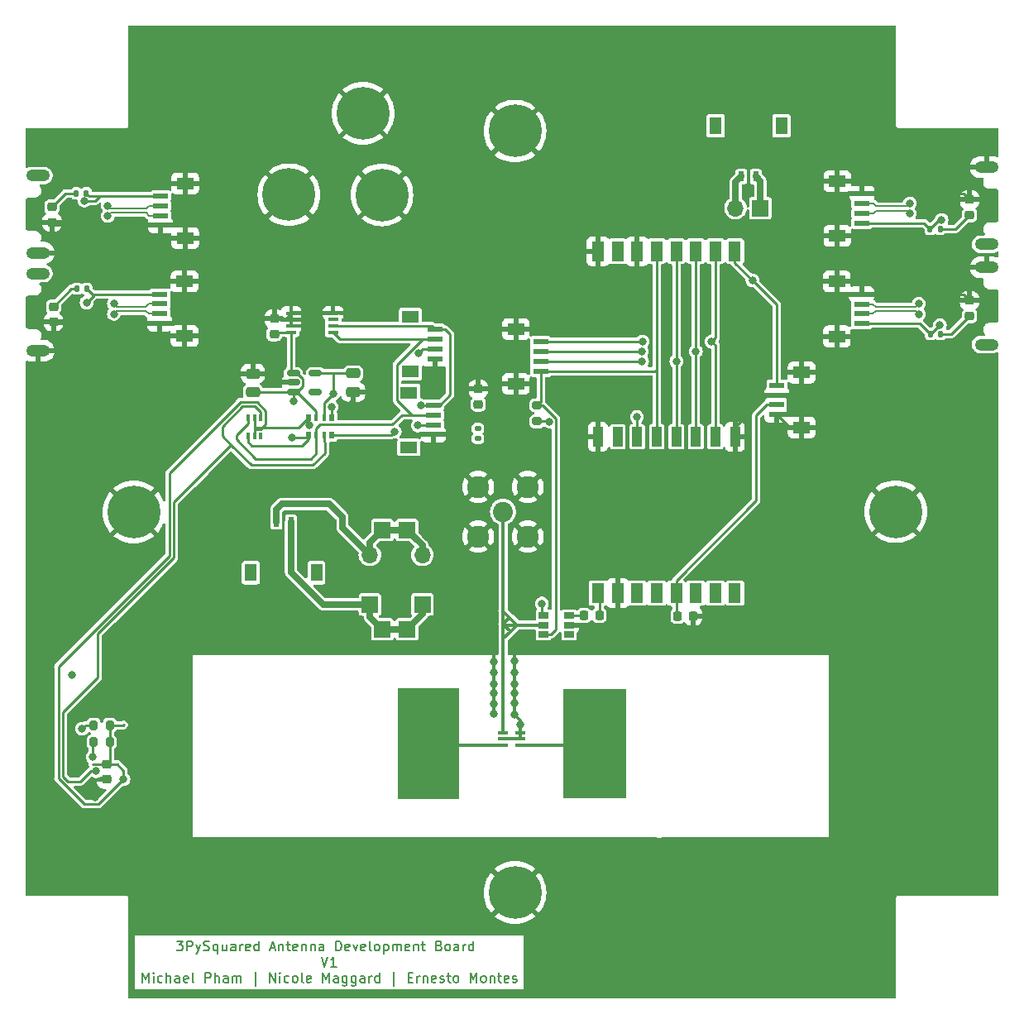
<source format=gbr>
%TF.GenerationSoftware,KiCad,Pcbnew,7.0.1*%
%TF.CreationDate,2024-01-14T19:17:53-07:00*%
%TF.ProjectId,antenna_top_cap,616e7465-6e6e-4615-9f74-6f705f636170,rev?*%
%TF.SameCoordinates,Original*%
%TF.FileFunction,Copper,L1,Top*%
%TF.FilePolarity,Positive*%
%FSLAX46Y46*%
G04 Gerber Fmt 4.6, Leading zero omitted, Abs format (unit mm)*
G04 Created by KiCad (PCBNEW 7.0.1) date 2024-01-14 19:17:53*
%MOMM*%
%LPD*%
G01*
G04 APERTURE LIST*
G04 Aperture macros list*
%AMRoundRect*
0 Rectangle with rounded corners*
0 $1 Rounding radius*
0 $2 $3 $4 $5 $6 $7 $8 $9 X,Y pos of 4 corners*
0 Add a 4 corners polygon primitive as box body*
4,1,4,$2,$3,$4,$5,$6,$7,$8,$9,$2,$3,0*
0 Add four circle primitives for the rounded corners*
1,1,$1+$1,$2,$3*
1,1,$1+$1,$4,$5*
1,1,$1+$1,$6,$7*
1,1,$1+$1,$8,$9*
0 Add four rect primitives between the rounded corners*
20,1,$1+$1,$2,$3,$4,$5,0*
20,1,$1+$1,$4,$5,$6,$7,0*
20,1,$1+$1,$6,$7,$8,$9,0*
20,1,$1+$1,$8,$9,$2,$3,0*%
G04 Aperture macros list end*
%ADD10C,0.150000*%
%TA.AperFunction,NonConductor*%
%ADD11C,0.150000*%
%TD*%
%TA.AperFunction,SMDPad,CuDef*%
%ADD12R,1.800000X1.200000*%
%TD*%
%TA.AperFunction,SMDPad,CuDef*%
%ADD13R,1.550000X0.600000*%
%TD*%
%TA.AperFunction,SMDPad,CuDef*%
%ADD14RoundRect,0.200000X-0.200000X-0.275000X0.200000X-0.275000X0.200000X0.275000X-0.200000X0.275000X0*%
%TD*%
%TA.AperFunction,ComponentPad*%
%ADD15O,1.700000X1.700000*%
%TD*%
%TA.AperFunction,ComponentPad*%
%ADD16R,1.700000X1.700000*%
%TD*%
%TA.AperFunction,SMDPad,CuDef*%
%ADD17R,1.000000X0.350000*%
%TD*%
%TA.AperFunction,SMDPad,CuDef*%
%ADD18R,1.000000X2.000000*%
%TD*%
%TA.AperFunction,ComponentPad*%
%ADD19C,5.400000*%
%TD*%
%TA.AperFunction,SMDPad,CuDef*%
%ADD20R,1.000000X0.700000*%
%TD*%
%TA.AperFunction,SMDPad,CuDef*%
%ADD21R,0.600000X1.000000*%
%TD*%
%TA.AperFunction,SMDPad,CuDef*%
%ADD22R,1.250000X1.800000*%
%TD*%
%TA.AperFunction,SMDPad,CuDef*%
%ADD23RoundRect,0.218750X0.256250X-0.218750X0.256250X0.218750X-0.256250X0.218750X-0.256250X-0.218750X0*%
%TD*%
%TA.AperFunction,SMDPad,CuDef*%
%ADD24RoundRect,0.250000X-0.475000X0.250000X-0.475000X-0.250000X0.475000X-0.250000X0.475000X0.250000X0*%
%TD*%
%TA.AperFunction,SMDPad,CuDef*%
%ADD25RoundRect,0.135000X0.135000X0.185000X-0.135000X0.185000X-0.135000X-0.185000X0.135000X-0.185000X0*%
%TD*%
%TA.AperFunction,SMDPad,CuDef*%
%ADD26RoundRect,0.250000X0.475000X-0.250000X0.475000X0.250000X-0.475000X0.250000X-0.475000X-0.250000X0*%
%TD*%
%TA.AperFunction,SMDPad,CuDef*%
%ADD27RoundRect,0.218750X-0.256250X0.218750X-0.256250X-0.218750X0.256250X-0.218750X0.256250X0.218750X0*%
%TD*%
%TA.AperFunction,SMDPad,CuDef*%
%ADD28RoundRect,0.225000X0.225000X0.250000X-0.225000X0.250000X-0.225000X-0.250000X0.225000X-0.250000X0*%
%TD*%
%TA.AperFunction,SMDPad,CuDef*%
%ADD29RoundRect,0.135000X-0.135000X-0.185000X0.135000X-0.185000X0.135000X0.185000X-0.135000X0.185000X0*%
%TD*%
%TA.AperFunction,SMDPad,CuDef*%
%ADD30R,6.390000X11.320000*%
%TD*%
%TA.AperFunction,SMDPad,CuDef*%
%ADD31R,6.400000X11.300000*%
%TD*%
%TA.AperFunction,SMDPad,CuDef*%
%ADD32RoundRect,0.200000X0.275000X-0.200000X0.275000X0.200000X-0.275000X0.200000X-0.275000X-0.200000X0*%
%TD*%
%TA.AperFunction,SMDPad,CuDef*%
%ADD33RoundRect,0.150000X-0.512500X-0.150000X0.512500X-0.150000X0.512500X0.150000X-0.512500X0.150000X0*%
%TD*%
%TA.AperFunction,SMDPad,CuDef*%
%ADD34R,1.100000X0.400000*%
%TD*%
%TA.AperFunction,SMDPad,CuDef*%
%ADD35RoundRect,0.225000X-0.250000X0.225000X-0.250000X-0.225000X0.250000X-0.225000X0.250000X0.225000X0*%
%TD*%
%TA.AperFunction,ComponentPad*%
%ADD36C,2.050000*%
%TD*%
%TA.AperFunction,ComponentPad*%
%ADD37C,2.250000*%
%TD*%
%TA.AperFunction,SMDPad,CuDef*%
%ADD38R,1.300000X2.000000*%
%TD*%
%TA.AperFunction,SMDPad,CuDef*%
%ADD39R,4.800001X5.699999*%
%TD*%
%TA.AperFunction,SMDPad,CuDef*%
%ADD40RoundRect,0.225000X0.250000X-0.225000X0.250000X0.225000X-0.250000X0.225000X-0.250000X-0.225000X0*%
%TD*%
%TA.AperFunction,SMDPad,CuDef*%
%ADD41R,0.400000X0.650000*%
%TD*%
%TA.AperFunction,SMDPad,CuDef*%
%ADD42R,0.500000X0.800000*%
%TD*%
%TA.AperFunction,SMDPad,CuDef*%
%ADD43R,0.400000X0.800000*%
%TD*%
%TA.AperFunction,SMDPad,CuDef*%
%ADD44RoundRect,0.135000X0.185000X-0.135000X0.185000X0.135000X-0.185000X0.135000X-0.185000X-0.135000X0*%
%TD*%
%TA.AperFunction,ComponentPad*%
%ADD45O,2.416000X1.208000*%
%TD*%
%TA.AperFunction,ViaPad*%
%ADD46C,0.800000*%
%TD*%
%TA.AperFunction,Conductor*%
%ADD47C,0.250000*%
%TD*%
%TA.AperFunction,Conductor*%
%ADD48C,0.300000*%
%TD*%
%TA.AperFunction,Conductor*%
%ADD49C,0.349250*%
%TD*%
%TA.AperFunction,Conductor*%
%ADD50C,0.254000*%
%TD*%
%TA.AperFunction,Conductor*%
%ADD51C,0.635000*%
%TD*%
%TA.AperFunction,Conductor*%
%ADD52C,0.200000*%
%TD*%
G04 APERTURE END LIST*
D10*
D11*
X131206750Y-156142019D02*
X131825797Y-156142019D01*
X131825797Y-156142019D02*
X131492464Y-156522971D01*
X131492464Y-156522971D02*
X131635321Y-156522971D01*
X131635321Y-156522971D02*
X131730559Y-156570590D01*
X131730559Y-156570590D02*
X131778178Y-156618209D01*
X131778178Y-156618209D02*
X131825797Y-156713447D01*
X131825797Y-156713447D02*
X131825797Y-156951542D01*
X131825797Y-156951542D02*
X131778178Y-157046780D01*
X131778178Y-157046780D02*
X131730559Y-157094400D01*
X131730559Y-157094400D02*
X131635321Y-157142019D01*
X131635321Y-157142019D02*
X131349607Y-157142019D01*
X131349607Y-157142019D02*
X131254369Y-157094400D01*
X131254369Y-157094400D02*
X131206750Y-157046780D01*
X132254369Y-157142019D02*
X132254369Y-156142019D01*
X132254369Y-156142019D02*
X132635321Y-156142019D01*
X132635321Y-156142019D02*
X132730559Y-156189638D01*
X132730559Y-156189638D02*
X132778178Y-156237257D01*
X132778178Y-156237257D02*
X132825797Y-156332495D01*
X132825797Y-156332495D02*
X132825797Y-156475352D01*
X132825797Y-156475352D02*
X132778178Y-156570590D01*
X132778178Y-156570590D02*
X132730559Y-156618209D01*
X132730559Y-156618209D02*
X132635321Y-156665828D01*
X132635321Y-156665828D02*
X132254369Y-156665828D01*
X133159131Y-156475352D02*
X133397226Y-157142019D01*
X133635321Y-156475352D02*
X133397226Y-157142019D01*
X133397226Y-157142019D02*
X133301988Y-157380114D01*
X133301988Y-157380114D02*
X133254369Y-157427733D01*
X133254369Y-157427733D02*
X133159131Y-157475352D01*
X133968655Y-157094400D02*
X134111512Y-157142019D01*
X134111512Y-157142019D02*
X134349607Y-157142019D01*
X134349607Y-157142019D02*
X134444845Y-157094400D01*
X134444845Y-157094400D02*
X134492464Y-157046780D01*
X134492464Y-157046780D02*
X134540083Y-156951542D01*
X134540083Y-156951542D02*
X134540083Y-156856304D01*
X134540083Y-156856304D02*
X134492464Y-156761066D01*
X134492464Y-156761066D02*
X134444845Y-156713447D01*
X134444845Y-156713447D02*
X134349607Y-156665828D01*
X134349607Y-156665828D02*
X134159131Y-156618209D01*
X134159131Y-156618209D02*
X134063893Y-156570590D01*
X134063893Y-156570590D02*
X134016274Y-156522971D01*
X134016274Y-156522971D02*
X133968655Y-156427733D01*
X133968655Y-156427733D02*
X133968655Y-156332495D01*
X133968655Y-156332495D02*
X134016274Y-156237257D01*
X134016274Y-156237257D02*
X134063893Y-156189638D01*
X134063893Y-156189638D02*
X134159131Y-156142019D01*
X134159131Y-156142019D02*
X134397226Y-156142019D01*
X134397226Y-156142019D02*
X134540083Y-156189638D01*
X135397226Y-156475352D02*
X135397226Y-157475352D01*
X135397226Y-157094400D02*
X135301988Y-157142019D01*
X135301988Y-157142019D02*
X135111512Y-157142019D01*
X135111512Y-157142019D02*
X135016274Y-157094400D01*
X135016274Y-157094400D02*
X134968655Y-157046780D01*
X134968655Y-157046780D02*
X134921036Y-156951542D01*
X134921036Y-156951542D02*
X134921036Y-156665828D01*
X134921036Y-156665828D02*
X134968655Y-156570590D01*
X134968655Y-156570590D02*
X135016274Y-156522971D01*
X135016274Y-156522971D02*
X135111512Y-156475352D01*
X135111512Y-156475352D02*
X135301988Y-156475352D01*
X135301988Y-156475352D02*
X135397226Y-156522971D01*
X136301988Y-156475352D02*
X136301988Y-157142019D01*
X135873417Y-156475352D02*
X135873417Y-156999161D01*
X135873417Y-156999161D02*
X135921036Y-157094400D01*
X135921036Y-157094400D02*
X136016274Y-157142019D01*
X136016274Y-157142019D02*
X136159131Y-157142019D01*
X136159131Y-157142019D02*
X136254369Y-157094400D01*
X136254369Y-157094400D02*
X136301988Y-157046780D01*
X137206750Y-157142019D02*
X137206750Y-156618209D01*
X137206750Y-156618209D02*
X137159131Y-156522971D01*
X137159131Y-156522971D02*
X137063893Y-156475352D01*
X137063893Y-156475352D02*
X136873417Y-156475352D01*
X136873417Y-156475352D02*
X136778179Y-156522971D01*
X137206750Y-157094400D02*
X137111512Y-157142019D01*
X137111512Y-157142019D02*
X136873417Y-157142019D01*
X136873417Y-157142019D02*
X136778179Y-157094400D01*
X136778179Y-157094400D02*
X136730560Y-156999161D01*
X136730560Y-156999161D02*
X136730560Y-156903923D01*
X136730560Y-156903923D02*
X136778179Y-156808685D01*
X136778179Y-156808685D02*
X136873417Y-156761066D01*
X136873417Y-156761066D02*
X137111512Y-156761066D01*
X137111512Y-156761066D02*
X137206750Y-156713447D01*
X137682941Y-157142019D02*
X137682941Y-156475352D01*
X137682941Y-156665828D02*
X137730560Y-156570590D01*
X137730560Y-156570590D02*
X137778179Y-156522971D01*
X137778179Y-156522971D02*
X137873417Y-156475352D01*
X137873417Y-156475352D02*
X137968655Y-156475352D01*
X138682941Y-157094400D02*
X138587703Y-157142019D01*
X138587703Y-157142019D02*
X138397227Y-157142019D01*
X138397227Y-157142019D02*
X138301989Y-157094400D01*
X138301989Y-157094400D02*
X138254370Y-156999161D01*
X138254370Y-156999161D02*
X138254370Y-156618209D01*
X138254370Y-156618209D02*
X138301989Y-156522971D01*
X138301989Y-156522971D02*
X138397227Y-156475352D01*
X138397227Y-156475352D02*
X138587703Y-156475352D01*
X138587703Y-156475352D02*
X138682941Y-156522971D01*
X138682941Y-156522971D02*
X138730560Y-156618209D01*
X138730560Y-156618209D02*
X138730560Y-156713447D01*
X138730560Y-156713447D02*
X138254370Y-156808685D01*
X139587703Y-157142019D02*
X139587703Y-156142019D01*
X139587703Y-157094400D02*
X139492465Y-157142019D01*
X139492465Y-157142019D02*
X139301989Y-157142019D01*
X139301989Y-157142019D02*
X139206751Y-157094400D01*
X139206751Y-157094400D02*
X139159132Y-157046780D01*
X139159132Y-157046780D02*
X139111513Y-156951542D01*
X139111513Y-156951542D02*
X139111513Y-156665828D01*
X139111513Y-156665828D02*
X139159132Y-156570590D01*
X139159132Y-156570590D02*
X139206751Y-156522971D01*
X139206751Y-156522971D02*
X139301989Y-156475352D01*
X139301989Y-156475352D02*
X139492465Y-156475352D01*
X139492465Y-156475352D02*
X139587703Y-156522971D01*
X140778180Y-156856304D02*
X141254370Y-156856304D01*
X140682942Y-157142019D02*
X141016275Y-156142019D01*
X141016275Y-156142019D02*
X141349608Y-157142019D01*
X141682942Y-156475352D02*
X141682942Y-157142019D01*
X141682942Y-156570590D02*
X141730561Y-156522971D01*
X141730561Y-156522971D02*
X141825799Y-156475352D01*
X141825799Y-156475352D02*
X141968656Y-156475352D01*
X141968656Y-156475352D02*
X142063894Y-156522971D01*
X142063894Y-156522971D02*
X142111513Y-156618209D01*
X142111513Y-156618209D02*
X142111513Y-157142019D01*
X142444847Y-156475352D02*
X142825799Y-156475352D01*
X142587704Y-156142019D02*
X142587704Y-156999161D01*
X142587704Y-156999161D02*
X142635323Y-157094400D01*
X142635323Y-157094400D02*
X142730561Y-157142019D01*
X142730561Y-157142019D02*
X142825799Y-157142019D01*
X143540085Y-157094400D02*
X143444847Y-157142019D01*
X143444847Y-157142019D02*
X143254371Y-157142019D01*
X143254371Y-157142019D02*
X143159133Y-157094400D01*
X143159133Y-157094400D02*
X143111514Y-156999161D01*
X143111514Y-156999161D02*
X143111514Y-156618209D01*
X143111514Y-156618209D02*
X143159133Y-156522971D01*
X143159133Y-156522971D02*
X143254371Y-156475352D01*
X143254371Y-156475352D02*
X143444847Y-156475352D01*
X143444847Y-156475352D02*
X143540085Y-156522971D01*
X143540085Y-156522971D02*
X143587704Y-156618209D01*
X143587704Y-156618209D02*
X143587704Y-156713447D01*
X143587704Y-156713447D02*
X143111514Y-156808685D01*
X144016276Y-156475352D02*
X144016276Y-157142019D01*
X144016276Y-156570590D02*
X144063895Y-156522971D01*
X144063895Y-156522971D02*
X144159133Y-156475352D01*
X144159133Y-156475352D02*
X144301990Y-156475352D01*
X144301990Y-156475352D02*
X144397228Y-156522971D01*
X144397228Y-156522971D02*
X144444847Y-156618209D01*
X144444847Y-156618209D02*
X144444847Y-157142019D01*
X144921038Y-156475352D02*
X144921038Y-157142019D01*
X144921038Y-156570590D02*
X144968657Y-156522971D01*
X144968657Y-156522971D02*
X145063895Y-156475352D01*
X145063895Y-156475352D02*
X145206752Y-156475352D01*
X145206752Y-156475352D02*
X145301990Y-156522971D01*
X145301990Y-156522971D02*
X145349609Y-156618209D01*
X145349609Y-156618209D02*
X145349609Y-157142019D01*
X146254371Y-157142019D02*
X146254371Y-156618209D01*
X146254371Y-156618209D02*
X146206752Y-156522971D01*
X146206752Y-156522971D02*
X146111514Y-156475352D01*
X146111514Y-156475352D02*
X145921038Y-156475352D01*
X145921038Y-156475352D02*
X145825800Y-156522971D01*
X146254371Y-157094400D02*
X146159133Y-157142019D01*
X146159133Y-157142019D02*
X145921038Y-157142019D01*
X145921038Y-157142019D02*
X145825800Y-157094400D01*
X145825800Y-157094400D02*
X145778181Y-156999161D01*
X145778181Y-156999161D02*
X145778181Y-156903923D01*
X145778181Y-156903923D02*
X145825800Y-156808685D01*
X145825800Y-156808685D02*
X145921038Y-156761066D01*
X145921038Y-156761066D02*
X146159133Y-156761066D01*
X146159133Y-156761066D02*
X146254371Y-156713447D01*
X147492467Y-157142019D02*
X147492467Y-156142019D01*
X147492467Y-156142019D02*
X147730562Y-156142019D01*
X147730562Y-156142019D02*
X147873419Y-156189638D01*
X147873419Y-156189638D02*
X147968657Y-156284876D01*
X147968657Y-156284876D02*
X148016276Y-156380114D01*
X148016276Y-156380114D02*
X148063895Y-156570590D01*
X148063895Y-156570590D02*
X148063895Y-156713447D01*
X148063895Y-156713447D02*
X148016276Y-156903923D01*
X148016276Y-156903923D02*
X147968657Y-156999161D01*
X147968657Y-156999161D02*
X147873419Y-157094400D01*
X147873419Y-157094400D02*
X147730562Y-157142019D01*
X147730562Y-157142019D02*
X147492467Y-157142019D01*
X148873419Y-157094400D02*
X148778181Y-157142019D01*
X148778181Y-157142019D02*
X148587705Y-157142019D01*
X148587705Y-157142019D02*
X148492467Y-157094400D01*
X148492467Y-157094400D02*
X148444848Y-156999161D01*
X148444848Y-156999161D02*
X148444848Y-156618209D01*
X148444848Y-156618209D02*
X148492467Y-156522971D01*
X148492467Y-156522971D02*
X148587705Y-156475352D01*
X148587705Y-156475352D02*
X148778181Y-156475352D01*
X148778181Y-156475352D02*
X148873419Y-156522971D01*
X148873419Y-156522971D02*
X148921038Y-156618209D01*
X148921038Y-156618209D02*
X148921038Y-156713447D01*
X148921038Y-156713447D02*
X148444848Y-156808685D01*
X149254372Y-156475352D02*
X149492467Y-157142019D01*
X149492467Y-157142019D02*
X149730562Y-156475352D01*
X150492467Y-157094400D02*
X150397229Y-157142019D01*
X150397229Y-157142019D02*
X150206753Y-157142019D01*
X150206753Y-157142019D02*
X150111515Y-157094400D01*
X150111515Y-157094400D02*
X150063896Y-156999161D01*
X150063896Y-156999161D02*
X150063896Y-156618209D01*
X150063896Y-156618209D02*
X150111515Y-156522971D01*
X150111515Y-156522971D02*
X150206753Y-156475352D01*
X150206753Y-156475352D02*
X150397229Y-156475352D01*
X150397229Y-156475352D02*
X150492467Y-156522971D01*
X150492467Y-156522971D02*
X150540086Y-156618209D01*
X150540086Y-156618209D02*
X150540086Y-156713447D01*
X150540086Y-156713447D02*
X150063896Y-156808685D01*
X151111515Y-157142019D02*
X151016277Y-157094400D01*
X151016277Y-157094400D02*
X150968658Y-156999161D01*
X150968658Y-156999161D02*
X150968658Y-156142019D01*
X151635325Y-157142019D02*
X151540087Y-157094400D01*
X151540087Y-157094400D02*
X151492468Y-157046780D01*
X151492468Y-157046780D02*
X151444849Y-156951542D01*
X151444849Y-156951542D02*
X151444849Y-156665828D01*
X151444849Y-156665828D02*
X151492468Y-156570590D01*
X151492468Y-156570590D02*
X151540087Y-156522971D01*
X151540087Y-156522971D02*
X151635325Y-156475352D01*
X151635325Y-156475352D02*
X151778182Y-156475352D01*
X151778182Y-156475352D02*
X151873420Y-156522971D01*
X151873420Y-156522971D02*
X151921039Y-156570590D01*
X151921039Y-156570590D02*
X151968658Y-156665828D01*
X151968658Y-156665828D02*
X151968658Y-156951542D01*
X151968658Y-156951542D02*
X151921039Y-157046780D01*
X151921039Y-157046780D02*
X151873420Y-157094400D01*
X151873420Y-157094400D02*
X151778182Y-157142019D01*
X151778182Y-157142019D02*
X151635325Y-157142019D01*
X152397230Y-156475352D02*
X152397230Y-157475352D01*
X152397230Y-156522971D02*
X152492468Y-156475352D01*
X152492468Y-156475352D02*
X152682944Y-156475352D01*
X152682944Y-156475352D02*
X152778182Y-156522971D01*
X152778182Y-156522971D02*
X152825801Y-156570590D01*
X152825801Y-156570590D02*
X152873420Y-156665828D01*
X152873420Y-156665828D02*
X152873420Y-156951542D01*
X152873420Y-156951542D02*
X152825801Y-157046780D01*
X152825801Y-157046780D02*
X152778182Y-157094400D01*
X152778182Y-157094400D02*
X152682944Y-157142019D01*
X152682944Y-157142019D02*
X152492468Y-157142019D01*
X152492468Y-157142019D02*
X152397230Y-157094400D01*
X153301992Y-157142019D02*
X153301992Y-156475352D01*
X153301992Y-156570590D02*
X153349611Y-156522971D01*
X153349611Y-156522971D02*
X153444849Y-156475352D01*
X153444849Y-156475352D02*
X153587706Y-156475352D01*
X153587706Y-156475352D02*
X153682944Y-156522971D01*
X153682944Y-156522971D02*
X153730563Y-156618209D01*
X153730563Y-156618209D02*
X153730563Y-157142019D01*
X153730563Y-156618209D02*
X153778182Y-156522971D01*
X153778182Y-156522971D02*
X153873420Y-156475352D01*
X153873420Y-156475352D02*
X154016277Y-156475352D01*
X154016277Y-156475352D02*
X154111516Y-156522971D01*
X154111516Y-156522971D02*
X154159135Y-156618209D01*
X154159135Y-156618209D02*
X154159135Y-157142019D01*
X155016277Y-157094400D02*
X154921039Y-157142019D01*
X154921039Y-157142019D02*
X154730563Y-157142019D01*
X154730563Y-157142019D02*
X154635325Y-157094400D01*
X154635325Y-157094400D02*
X154587706Y-156999161D01*
X154587706Y-156999161D02*
X154587706Y-156618209D01*
X154587706Y-156618209D02*
X154635325Y-156522971D01*
X154635325Y-156522971D02*
X154730563Y-156475352D01*
X154730563Y-156475352D02*
X154921039Y-156475352D01*
X154921039Y-156475352D02*
X155016277Y-156522971D01*
X155016277Y-156522971D02*
X155063896Y-156618209D01*
X155063896Y-156618209D02*
X155063896Y-156713447D01*
X155063896Y-156713447D02*
X154587706Y-156808685D01*
X155492468Y-156475352D02*
X155492468Y-157142019D01*
X155492468Y-156570590D02*
X155540087Y-156522971D01*
X155540087Y-156522971D02*
X155635325Y-156475352D01*
X155635325Y-156475352D02*
X155778182Y-156475352D01*
X155778182Y-156475352D02*
X155873420Y-156522971D01*
X155873420Y-156522971D02*
X155921039Y-156618209D01*
X155921039Y-156618209D02*
X155921039Y-157142019D01*
X156254373Y-156475352D02*
X156635325Y-156475352D01*
X156397230Y-156142019D02*
X156397230Y-156999161D01*
X156397230Y-156999161D02*
X156444849Y-157094400D01*
X156444849Y-157094400D02*
X156540087Y-157142019D01*
X156540087Y-157142019D02*
X156635325Y-157142019D01*
X158063897Y-156618209D02*
X158206754Y-156665828D01*
X158206754Y-156665828D02*
X158254373Y-156713447D01*
X158254373Y-156713447D02*
X158301992Y-156808685D01*
X158301992Y-156808685D02*
X158301992Y-156951542D01*
X158301992Y-156951542D02*
X158254373Y-157046780D01*
X158254373Y-157046780D02*
X158206754Y-157094400D01*
X158206754Y-157094400D02*
X158111516Y-157142019D01*
X158111516Y-157142019D02*
X157730564Y-157142019D01*
X157730564Y-157142019D02*
X157730564Y-156142019D01*
X157730564Y-156142019D02*
X158063897Y-156142019D01*
X158063897Y-156142019D02*
X158159135Y-156189638D01*
X158159135Y-156189638D02*
X158206754Y-156237257D01*
X158206754Y-156237257D02*
X158254373Y-156332495D01*
X158254373Y-156332495D02*
X158254373Y-156427733D01*
X158254373Y-156427733D02*
X158206754Y-156522971D01*
X158206754Y-156522971D02*
X158159135Y-156570590D01*
X158159135Y-156570590D02*
X158063897Y-156618209D01*
X158063897Y-156618209D02*
X157730564Y-156618209D01*
X158873421Y-157142019D02*
X158778183Y-157094400D01*
X158778183Y-157094400D02*
X158730564Y-157046780D01*
X158730564Y-157046780D02*
X158682945Y-156951542D01*
X158682945Y-156951542D02*
X158682945Y-156665828D01*
X158682945Y-156665828D02*
X158730564Y-156570590D01*
X158730564Y-156570590D02*
X158778183Y-156522971D01*
X158778183Y-156522971D02*
X158873421Y-156475352D01*
X158873421Y-156475352D02*
X159016278Y-156475352D01*
X159016278Y-156475352D02*
X159111516Y-156522971D01*
X159111516Y-156522971D02*
X159159135Y-156570590D01*
X159159135Y-156570590D02*
X159206754Y-156665828D01*
X159206754Y-156665828D02*
X159206754Y-156951542D01*
X159206754Y-156951542D02*
X159159135Y-157046780D01*
X159159135Y-157046780D02*
X159111516Y-157094400D01*
X159111516Y-157094400D02*
X159016278Y-157142019D01*
X159016278Y-157142019D02*
X158873421Y-157142019D01*
X160063897Y-157142019D02*
X160063897Y-156618209D01*
X160063897Y-156618209D02*
X160016278Y-156522971D01*
X160016278Y-156522971D02*
X159921040Y-156475352D01*
X159921040Y-156475352D02*
X159730564Y-156475352D01*
X159730564Y-156475352D02*
X159635326Y-156522971D01*
X160063897Y-157094400D02*
X159968659Y-157142019D01*
X159968659Y-157142019D02*
X159730564Y-157142019D01*
X159730564Y-157142019D02*
X159635326Y-157094400D01*
X159635326Y-157094400D02*
X159587707Y-156999161D01*
X159587707Y-156999161D02*
X159587707Y-156903923D01*
X159587707Y-156903923D02*
X159635326Y-156808685D01*
X159635326Y-156808685D02*
X159730564Y-156761066D01*
X159730564Y-156761066D02*
X159968659Y-156761066D01*
X159968659Y-156761066D02*
X160063897Y-156713447D01*
X160540088Y-157142019D02*
X160540088Y-156475352D01*
X160540088Y-156665828D02*
X160587707Y-156570590D01*
X160587707Y-156570590D02*
X160635326Y-156522971D01*
X160635326Y-156522971D02*
X160730564Y-156475352D01*
X160730564Y-156475352D02*
X160825802Y-156475352D01*
X161587707Y-157142019D02*
X161587707Y-156142019D01*
X161587707Y-157094400D02*
X161492469Y-157142019D01*
X161492469Y-157142019D02*
X161301993Y-157142019D01*
X161301993Y-157142019D02*
X161206755Y-157094400D01*
X161206755Y-157094400D02*
X161159136Y-157046780D01*
X161159136Y-157046780D02*
X161111517Y-156951542D01*
X161111517Y-156951542D02*
X161111517Y-156665828D01*
X161111517Y-156665828D02*
X161159136Y-156570590D01*
X161159136Y-156570590D02*
X161206755Y-156522971D01*
X161206755Y-156522971D02*
X161301993Y-156475352D01*
X161301993Y-156475352D02*
X161492469Y-156475352D01*
X161492469Y-156475352D02*
X161587707Y-156522971D01*
X146016276Y-157762019D02*
X146349609Y-158762019D01*
X146349609Y-158762019D02*
X146682942Y-157762019D01*
X147540085Y-158762019D02*
X146968657Y-158762019D01*
X147254371Y-158762019D02*
X147254371Y-157762019D01*
X147254371Y-157762019D02*
X147159133Y-157904876D01*
X147159133Y-157904876D02*
X147063895Y-158000114D01*
X147063895Y-158000114D02*
X146968657Y-158047733D01*
X127682940Y-160382019D02*
X127682940Y-159382019D01*
X127682940Y-159382019D02*
X128016273Y-160096304D01*
X128016273Y-160096304D02*
X128349606Y-159382019D01*
X128349606Y-159382019D02*
X128349606Y-160382019D01*
X128825797Y-160382019D02*
X128825797Y-159715352D01*
X128825797Y-159382019D02*
X128778178Y-159429638D01*
X128778178Y-159429638D02*
X128825797Y-159477257D01*
X128825797Y-159477257D02*
X128873416Y-159429638D01*
X128873416Y-159429638D02*
X128825797Y-159382019D01*
X128825797Y-159382019D02*
X128825797Y-159477257D01*
X129730558Y-160334400D02*
X129635320Y-160382019D01*
X129635320Y-160382019D02*
X129444844Y-160382019D01*
X129444844Y-160382019D02*
X129349606Y-160334400D01*
X129349606Y-160334400D02*
X129301987Y-160286780D01*
X129301987Y-160286780D02*
X129254368Y-160191542D01*
X129254368Y-160191542D02*
X129254368Y-159905828D01*
X129254368Y-159905828D02*
X129301987Y-159810590D01*
X129301987Y-159810590D02*
X129349606Y-159762971D01*
X129349606Y-159762971D02*
X129444844Y-159715352D01*
X129444844Y-159715352D02*
X129635320Y-159715352D01*
X129635320Y-159715352D02*
X129730558Y-159762971D01*
X130159130Y-160382019D02*
X130159130Y-159382019D01*
X130587701Y-160382019D02*
X130587701Y-159858209D01*
X130587701Y-159858209D02*
X130540082Y-159762971D01*
X130540082Y-159762971D02*
X130444844Y-159715352D01*
X130444844Y-159715352D02*
X130301987Y-159715352D01*
X130301987Y-159715352D02*
X130206749Y-159762971D01*
X130206749Y-159762971D02*
X130159130Y-159810590D01*
X131492463Y-160382019D02*
X131492463Y-159858209D01*
X131492463Y-159858209D02*
X131444844Y-159762971D01*
X131444844Y-159762971D02*
X131349606Y-159715352D01*
X131349606Y-159715352D02*
X131159130Y-159715352D01*
X131159130Y-159715352D02*
X131063892Y-159762971D01*
X131492463Y-160334400D02*
X131397225Y-160382019D01*
X131397225Y-160382019D02*
X131159130Y-160382019D01*
X131159130Y-160382019D02*
X131063892Y-160334400D01*
X131063892Y-160334400D02*
X131016273Y-160239161D01*
X131016273Y-160239161D02*
X131016273Y-160143923D01*
X131016273Y-160143923D02*
X131063892Y-160048685D01*
X131063892Y-160048685D02*
X131159130Y-160001066D01*
X131159130Y-160001066D02*
X131397225Y-160001066D01*
X131397225Y-160001066D02*
X131492463Y-159953447D01*
X132349606Y-160334400D02*
X132254368Y-160382019D01*
X132254368Y-160382019D02*
X132063892Y-160382019D01*
X132063892Y-160382019D02*
X131968654Y-160334400D01*
X131968654Y-160334400D02*
X131921035Y-160239161D01*
X131921035Y-160239161D02*
X131921035Y-159858209D01*
X131921035Y-159858209D02*
X131968654Y-159762971D01*
X131968654Y-159762971D02*
X132063892Y-159715352D01*
X132063892Y-159715352D02*
X132254368Y-159715352D01*
X132254368Y-159715352D02*
X132349606Y-159762971D01*
X132349606Y-159762971D02*
X132397225Y-159858209D01*
X132397225Y-159858209D02*
X132397225Y-159953447D01*
X132397225Y-159953447D02*
X131921035Y-160048685D01*
X132968654Y-160382019D02*
X132873416Y-160334400D01*
X132873416Y-160334400D02*
X132825797Y-160239161D01*
X132825797Y-160239161D02*
X132825797Y-159382019D01*
X134111512Y-160382019D02*
X134111512Y-159382019D01*
X134111512Y-159382019D02*
X134492464Y-159382019D01*
X134492464Y-159382019D02*
X134587702Y-159429638D01*
X134587702Y-159429638D02*
X134635321Y-159477257D01*
X134635321Y-159477257D02*
X134682940Y-159572495D01*
X134682940Y-159572495D02*
X134682940Y-159715352D01*
X134682940Y-159715352D02*
X134635321Y-159810590D01*
X134635321Y-159810590D02*
X134587702Y-159858209D01*
X134587702Y-159858209D02*
X134492464Y-159905828D01*
X134492464Y-159905828D02*
X134111512Y-159905828D01*
X135111512Y-160382019D02*
X135111512Y-159382019D01*
X135540083Y-160382019D02*
X135540083Y-159858209D01*
X135540083Y-159858209D02*
X135492464Y-159762971D01*
X135492464Y-159762971D02*
X135397226Y-159715352D01*
X135397226Y-159715352D02*
X135254369Y-159715352D01*
X135254369Y-159715352D02*
X135159131Y-159762971D01*
X135159131Y-159762971D02*
X135111512Y-159810590D01*
X136444845Y-160382019D02*
X136444845Y-159858209D01*
X136444845Y-159858209D02*
X136397226Y-159762971D01*
X136397226Y-159762971D02*
X136301988Y-159715352D01*
X136301988Y-159715352D02*
X136111512Y-159715352D01*
X136111512Y-159715352D02*
X136016274Y-159762971D01*
X136444845Y-160334400D02*
X136349607Y-160382019D01*
X136349607Y-160382019D02*
X136111512Y-160382019D01*
X136111512Y-160382019D02*
X136016274Y-160334400D01*
X136016274Y-160334400D02*
X135968655Y-160239161D01*
X135968655Y-160239161D02*
X135968655Y-160143923D01*
X135968655Y-160143923D02*
X136016274Y-160048685D01*
X136016274Y-160048685D02*
X136111512Y-160001066D01*
X136111512Y-160001066D02*
X136349607Y-160001066D01*
X136349607Y-160001066D02*
X136444845Y-159953447D01*
X136921036Y-160382019D02*
X136921036Y-159715352D01*
X136921036Y-159810590D02*
X136968655Y-159762971D01*
X136968655Y-159762971D02*
X137063893Y-159715352D01*
X137063893Y-159715352D02*
X137206750Y-159715352D01*
X137206750Y-159715352D02*
X137301988Y-159762971D01*
X137301988Y-159762971D02*
X137349607Y-159858209D01*
X137349607Y-159858209D02*
X137349607Y-160382019D01*
X137349607Y-159858209D02*
X137397226Y-159762971D01*
X137397226Y-159762971D02*
X137492464Y-159715352D01*
X137492464Y-159715352D02*
X137635321Y-159715352D01*
X137635321Y-159715352D02*
X137730560Y-159762971D01*
X137730560Y-159762971D02*
X137778179Y-159858209D01*
X137778179Y-159858209D02*
X137778179Y-160382019D01*
X139254369Y-160715352D02*
X139254369Y-159286780D01*
X140730560Y-160382019D02*
X140730560Y-159382019D01*
X140730560Y-159382019D02*
X141301988Y-160382019D01*
X141301988Y-160382019D02*
X141301988Y-159382019D01*
X141778179Y-160382019D02*
X141778179Y-159715352D01*
X141778179Y-159382019D02*
X141730560Y-159429638D01*
X141730560Y-159429638D02*
X141778179Y-159477257D01*
X141778179Y-159477257D02*
X141825798Y-159429638D01*
X141825798Y-159429638D02*
X141778179Y-159382019D01*
X141778179Y-159382019D02*
X141778179Y-159477257D01*
X142682940Y-160334400D02*
X142587702Y-160382019D01*
X142587702Y-160382019D02*
X142397226Y-160382019D01*
X142397226Y-160382019D02*
X142301988Y-160334400D01*
X142301988Y-160334400D02*
X142254369Y-160286780D01*
X142254369Y-160286780D02*
X142206750Y-160191542D01*
X142206750Y-160191542D02*
X142206750Y-159905828D01*
X142206750Y-159905828D02*
X142254369Y-159810590D01*
X142254369Y-159810590D02*
X142301988Y-159762971D01*
X142301988Y-159762971D02*
X142397226Y-159715352D01*
X142397226Y-159715352D02*
X142587702Y-159715352D01*
X142587702Y-159715352D02*
X142682940Y-159762971D01*
X143254369Y-160382019D02*
X143159131Y-160334400D01*
X143159131Y-160334400D02*
X143111512Y-160286780D01*
X143111512Y-160286780D02*
X143063893Y-160191542D01*
X143063893Y-160191542D02*
X143063893Y-159905828D01*
X143063893Y-159905828D02*
X143111512Y-159810590D01*
X143111512Y-159810590D02*
X143159131Y-159762971D01*
X143159131Y-159762971D02*
X143254369Y-159715352D01*
X143254369Y-159715352D02*
X143397226Y-159715352D01*
X143397226Y-159715352D02*
X143492464Y-159762971D01*
X143492464Y-159762971D02*
X143540083Y-159810590D01*
X143540083Y-159810590D02*
X143587702Y-159905828D01*
X143587702Y-159905828D02*
X143587702Y-160191542D01*
X143587702Y-160191542D02*
X143540083Y-160286780D01*
X143540083Y-160286780D02*
X143492464Y-160334400D01*
X143492464Y-160334400D02*
X143397226Y-160382019D01*
X143397226Y-160382019D02*
X143254369Y-160382019D01*
X144159131Y-160382019D02*
X144063893Y-160334400D01*
X144063893Y-160334400D02*
X144016274Y-160239161D01*
X144016274Y-160239161D02*
X144016274Y-159382019D01*
X144921036Y-160334400D02*
X144825798Y-160382019D01*
X144825798Y-160382019D02*
X144635322Y-160382019D01*
X144635322Y-160382019D02*
X144540084Y-160334400D01*
X144540084Y-160334400D02*
X144492465Y-160239161D01*
X144492465Y-160239161D02*
X144492465Y-159858209D01*
X144492465Y-159858209D02*
X144540084Y-159762971D01*
X144540084Y-159762971D02*
X144635322Y-159715352D01*
X144635322Y-159715352D02*
X144825798Y-159715352D01*
X144825798Y-159715352D02*
X144921036Y-159762971D01*
X144921036Y-159762971D02*
X144968655Y-159858209D01*
X144968655Y-159858209D02*
X144968655Y-159953447D01*
X144968655Y-159953447D02*
X144492465Y-160048685D01*
X146159132Y-160382019D02*
X146159132Y-159382019D01*
X146159132Y-159382019D02*
X146492465Y-160096304D01*
X146492465Y-160096304D02*
X146825798Y-159382019D01*
X146825798Y-159382019D02*
X146825798Y-160382019D01*
X147730560Y-160382019D02*
X147730560Y-159858209D01*
X147730560Y-159858209D02*
X147682941Y-159762971D01*
X147682941Y-159762971D02*
X147587703Y-159715352D01*
X147587703Y-159715352D02*
X147397227Y-159715352D01*
X147397227Y-159715352D02*
X147301989Y-159762971D01*
X147730560Y-160334400D02*
X147635322Y-160382019D01*
X147635322Y-160382019D02*
X147397227Y-160382019D01*
X147397227Y-160382019D02*
X147301989Y-160334400D01*
X147301989Y-160334400D02*
X147254370Y-160239161D01*
X147254370Y-160239161D02*
X147254370Y-160143923D01*
X147254370Y-160143923D02*
X147301989Y-160048685D01*
X147301989Y-160048685D02*
X147397227Y-160001066D01*
X147397227Y-160001066D02*
X147635322Y-160001066D01*
X147635322Y-160001066D02*
X147730560Y-159953447D01*
X148635322Y-159715352D02*
X148635322Y-160524876D01*
X148635322Y-160524876D02*
X148587703Y-160620114D01*
X148587703Y-160620114D02*
X148540084Y-160667733D01*
X148540084Y-160667733D02*
X148444846Y-160715352D01*
X148444846Y-160715352D02*
X148301989Y-160715352D01*
X148301989Y-160715352D02*
X148206751Y-160667733D01*
X148635322Y-160334400D02*
X148540084Y-160382019D01*
X148540084Y-160382019D02*
X148349608Y-160382019D01*
X148349608Y-160382019D02*
X148254370Y-160334400D01*
X148254370Y-160334400D02*
X148206751Y-160286780D01*
X148206751Y-160286780D02*
X148159132Y-160191542D01*
X148159132Y-160191542D02*
X148159132Y-159905828D01*
X148159132Y-159905828D02*
X148206751Y-159810590D01*
X148206751Y-159810590D02*
X148254370Y-159762971D01*
X148254370Y-159762971D02*
X148349608Y-159715352D01*
X148349608Y-159715352D02*
X148540084Y-159715352D01*
X148540084Y-159715352D02*
X148635322Y-159762971D01*
X149540084Y-159715352D02*
X149540084Y-160524876D01*
X149540084Y-160524876D02*
X149492465Y-160620114D01*
X149492465Y-160620114D02*
X149444846Y-160667733D01*
X149444846Y-160667733D02*
X149349608Y-160715352D01*
X149349608Y-160715352D02*
X149206751Y-160715352D01*
X149206751Y-160715352D02*
X149111513Y-160667733D01*
X149540084Y-160334400D02*
X149444846Y-160382019D01*
X149444846Y-160382019D02*
X149254370Y-160382019D01*
X149254370Y-160382019D02*
X149159132Y-160334400D01*
X149159132Y-160334400D02*
X149111513Y-160286780D01*
X149111513Y-160286780D02*
X149063894Y-160191542D01*
X149063894Y-160191542D02*
X149063894Y-159905828D01*
X149063894Y-159905828D02*
X149111513Y-159810590D01*
X149111513Y-159810590D02*
X149159132Y-159762971D01*
X149159132Y-159762971D02*
X149254370Y-159715352D01*
X149254370Y-159715352D02*
X149444846Y-159715352D01*
X149444846Y-159715352D02*
X149540084Y-159762971D01*
X150444846Y-160382019D02*
X150444846Y-159858209D01*
X150444846Y-159858209D02*
X150397227Y-159762971D01*
X150397227Y-159762971D02*
X150301989Y-159715352D01*
X150301989Y-159715352D02*
X150111513Y-159715352D01*
X150111513Y-159715352D02*
X150016275Y-159762971D01*
X150444846Y-160334400D02*
X150349608Y-160382019D01*
X150349608Y-160382019D02*
X150111513Y-160382019D01*
X150111513Y-160382019D02*
X150016275Y-160334400D01*
X150016275Y-160334400D02*
X149968656Y-160239161D01*
X149968656Y-160239161D02*
X149968656Y-160143923D01*
X149968656Y-160143923D02*
X150016275Y-160048685D01*
X150016275Y-160048685D02*
X150111513Y-160001066D01*
X150111513Y-160001066D02*
X150349608Y-160001066D01*
X150349608Y-160001066D02*
X150444846Y-159953447D01*
X150921037Y-160382019D02*
X150921037Y-159715352D01*
X150921037Y-159905828D02*
X150968656Y-159810590D01*
X150968656Y-159810590D02*
X151016275Y-159762971D01*
X151016275Y-159762971D02*
X151111513Y-159715352D01*
X151111513Y-159715352D02*
X151206751Y-159715352D01*
X151968656Y-160382019D02*
X151968656Y-159382019D01*
X151968656Y-160334400D02*
X151873418Y-160382019D01*
X151873418Y-160382019D02*
X151682942Y-160382019D01*
X151682942Y-160382019D02*
X151587704Y-160334400D01*
X151587704Y-160334400D02*
X151540085Y-160286780D01*
X151540085Y-160286780D02*
X151492466Y-160191542D01*
X151492466Y-160191542D02*
X151492466Y-159905828D01*
X151492466Y-159905828D02*
X151540085Y-159810590D01*
X151540085Y-159810590D02*
X151587704Y-159762971D01*
X151587704Y-159762971D02*
X151682942Y-159715352D01*
X151682942Y-159715352D02*
X151873418Y-159715352D01*
X151873418Y-159715352D02*
X151968656Y-159762971D01*
X153444847Y-160715352D02*
X153444847Y-159286780D01*
X154921038Y-159858209D02*
X155254371Y-159858209D01*
X155397228Y-160382019D02*
X154921038Y-160382019D01*
X154921038Y-160382019D02*
X154921038Y-159382019D01*
X154921038Y-159382019D02*
X155397228Y-159382019D01*
X155825800Y-160382019D02*
X155825800Y-159715352D01*
X155825800Y-159905828D02*
X155873419Y-159810590D01*
X155873419Y-159810590D02*
X155921038Y-159762971D01*
X155921038Y-159762971D02*
X156016276Y-159715352D01*
X156016276Y-159715352D02*
X156111514Y-159715352D01*
X156444848Y-159715352D02*
X156444848Y-160382019D01*
X156444848Y-159810590D02*
X156492467Y-159762971D01*
X156492467Y-159762971D02*
X156587705Y-159715352D01*
X156587705Y-159715352D02*
X156730562Y-159715352D01*
X156730562Y-159715352D02*
X156825800Y-159762971D01*
X156825800Y-159762971D02*
X156873419Y-159858209D01*
X156873419Y-159858209D02*
X156873419Y-160382019D01*
X157730562Y-160334400D02*
X157635324Y-160382019D01*
X157635324Y-160382019D02*
X157444848Y-160382019D01*
X157444848Y-160382019D02*
X157349610Y-160334400D01*
X157349610Y-160334400D02*
X157301991Y-160239161D01*
X157301991Y-160239161D02*
X157301991Y-159858209D01*
X157301991Y-159858209D02*
X157349610Y-159762971D01*
X157349610Y-159762971D02*
X157444848Y-159715352D01*
X157444848Y-159715352D02*
X157635324Y-159715352D01*
X157635324Y-159715352D02*
X157730562Y-159762971D01*
X157730562Y-159762971D02*
X157778181Y-159858209D01*
X157778181Y-159858209D02*
X157778181Y-159953447D01*
X157778181Y-159953447D02*
X157301991Y-160048685D01*
X158159134Y-160334400D02*
X158254372Y-160382019D01*
X158254372Y-160382019D02*
X158444848Y-160382019D01*
X158444848Y-160382019D02*
X158540086Y-160334400D01*
X158540086Y-160334400D02*
X158587705Y-160239161D01*
X158587705Y-160239161D02*
X158587705Y-160191542D01*
X158587705Y-160191542D02*
X158540086Y-160096304D01*
X158540086Y-160096304D02*
X158444848Y-160048685D01*
X158444848Y-160048685D02*
X158301991Y-160048685D01*
X158301991Y-160048685D02*
X158206753Y-160001066D01*
X158206753Y-160001066D02*
X158159134Y-159905828D01*
X158159134Y-159905828D02*
X158159134Y-159858209D01*
X158159134Y-159858209D02*
X158206753Y-159762971D01*
X158206753Y-159762971D02*
X158301991Y-159715352D01*
X158301991Y-159715352D02*
X158444848Y-159715352D01*
X158444848Y-159715352D02*
X158540086Y-159762971D01*
X158873420Y-159715352D02*
X159254372Y-159715352D01*
X159016277Y-159382019D02*
X159016277Y-160239161D01*
X159016277Y-160239161D02*
X159063896Y-160334400D01*
X159063896Y-160334400D02*
X159159134Y-160382019D01*
X159159134Y-160382019D02*
X159254372Y-160382019D01*
X159730563Y-160382019D02*
X159635325Y-160334400D01*
X159635325Y-160334400D02*
X159587706Y-160286780D01*
X159587706Y-160286780D02*
X159540087Y-160191542D01*
X159540087Y-160191542D02*
X159540087Y-159905828D01*
X159540087Y-159905828D02*
X159587706Y-159810590D01*
X159587706Y-159810590D02*
X159635325Y-159762971D01*
X159635325Y-159762971D02*
X159730563Y-159715352D01*
X159730563Y-159715352D02*
X159873420Y-159715352D01*
X159873420Y-159715352D02*
X159968658Y-159762971D01*
X159968658Y-159762971D02*
X160016277Y-159810590D01*
X160016277Y-159810590D02*
X160063896Y-159905828D01*
X160063896Y-159905828D02*
X160063896Y-160191542D01*
X160063896Y-160191542D02*
X160016277Y-160286780D01*
X160016277Y-160286780D02*
X159968658Y-160334400D01*
X159968658Y-160334400D02*
X159873420Y-160382019D01*
X159873420Y-160382019D02*
X159730563Y-160382019D01*
X161254373Y-160382019D02*
X161254373Y-159382019D01*
X161254373Y-159382019D02*
X161587706Y-160096304D01*
X161587706Y-160096304D02*
X161921039Y-159382019D01*
X161921039Y-159382019D02*
X161921039Y-160382019D01*
X162540087Y-160382019D02*
X162444849Y-160334400D01*
X162444849Y-160334400D02*
X162397230Y-160286780D01*
X162397230Y-160286780D02*
X162349611Y-160191542D01*
X162349611Y-160191542D02*
X162349611Y-159905828D01*
X162349611Y-159905828D02*
X162397230Y-159810590D01*
X162397230Y-159810590D02*
X162444849Y-159762971D01*
X162444849Y-159762971D02*
X162540087Y-159715352D01*
X162540087Y-159715352D02*
X162682944Y-159715352D01*
X162682944Y-159715352D02*
X162778182Y-159762971D01*
X162778182Y-159762971D02*
X162825801Y-159810590D01*
X162825801Y-159810590D02*
X162873420Y-159905828D01*
X162873420Y-159905828D02*
X162873420Y-160191542D01*
X162873420Y-160191542D02*
X162825801Y-160286780D01*
X162825801Y-160286780D02*
X162778182Y-160334400D01*
X162778182Y-160334400D02*
X162682944Y-160382019D01*
X162682944Y-160382019D02*
X162540087Y-160382019D01*
X163301992Y-159715352D02*
X163301992Y-160382019D01*
X163301992Y-159810590D02*
X163349611Y-159762971D01*
X163349611Y-159762971D02*
X163444849Y-159715352D01*
X163444849Y-159715352D02*
X163587706Y-159715352D01*
X163587706Y-159715352D02*
X163682944Y-159762971D01*
X163682944Y-159762971D02*
X163730563Y-159858209D01*
X163730563Y-159858209D02*
X163730563Y-160382019D01*
X164063897Y-159715352D02*
X164444849Y-159715352D01*
X164206754Y-159382019D02*
X164206754Y-160239161D01*
X164206754Y-160239161D02*
X164254373Y-160334400D01*
X164254373Y-160334400D02*
X164349611Y-160382019D01*
X164349611Y-160382019D02*
X164444849Y-160382019D01*
X165159135Y-160334400D02*
X165063897Y-160382019D01*
X165063897Y-160382019D02*
X164873421Y-160382019D01*
X164873421Y-160382019D02*
X164778183Y-160334400D01*
X164778183Y-160334400D02*
X164730564Y-160239161D01*
X164730564Y-160239161D02*
X164730564Y-159858209D01*
X164730564Y-159858209D02*
X164778183Y-159762971D01*
X164778183Y-159762971D02*
X164873421Y-159715352D01*
X164873421Y-159715352D02*
X165063897Y-159715352D01*
X165063897Y-159715352D02*
X165159135Y-159762971D01*
X165159135Y-159762971D02*
X165206754Y-159858209D01*
X165206754Y-159858209D02*
X165206754Y-159953447D01*
X165206754Y-159953447D02*
X164730564Y-160048685D01*
X165587707Y-160334400D02*
X165682945Y-160382019D01*
X165682945Y-160382019D02*
X165873421Y-160382019D01*
X165873421Y-160382019D02*
X165968659Y-160334400D01*
X165968659Y-160334400D02*
X166016278Y-160239161D01*
X166016278Y-160239161D02*
X166016278Y-160191542D01*
X166016278Y-160191542D02*
X165968659Y-160096304D01*
X165968659Y-160096304D02*
X165873421Y-160048685D01*
X165873421Y-160048685D02*
X165730564Y-160048685D01*
X165730564Y-160048685D02*
X165635326Y-160001066D01*
X165635326Y-160001066D02*
X165587707Y-159905828D01*
X165587707Y-159905828D02*
X165587707Y-159858209D01*
X165587707Y-159858209D02*
X165635326Y-159762971D01*
X165635326Y-159762971D02*
X165730564Y-159715352D01*
X165730564Y-159715352D02*
X165873421Y-159715352D01*
X165873421Y-159715352D02*
X165968659Y-159762971D01*
D12*
%TO.P,J18,S2,SHIELD*%
%TO.N,GND*%
X195165800Y-103559400D03*
%TO.P,J18,S1,SHIELD*%
X195165800Y-97959400D03*
D13*
%TO.P,J18,4,4*%
X192640800Y-102259400D03*
%TO.P,J18,3,3*%
%TO.N,RF_VCC*%
X192640800Y-101259400D03*
%TO.P,J18,2,2*%
%TO.N,GND*%
X192640800Y-100259400D03*
%TO.P,J18,1,1*%
%TO.N,3.3V*%
X192640800Y-99259400D03*
%TD*%
D14*
%TO.P,R4,1,1*%
%TO.N,/XSHUT_2.8V*%
X122695800Y-135769400D03*
%TO.P,R4,2,2*%
%TO.N,2.8V*%
X124345800Y-135769400D03*
%TD*%
D15*
%TO.P,J7,1,Power*%
%TO.N,Net-(J3-Pin_1)*%
X150975800Y-116609400D03*
D16*
X152245800Y-114069400D03*
X154785800Y-114069400D03*
D15*
X156345800Y-116609400D03*
D16*
%TO.P,J7,2,GND*%
%TO.N,Net-(J3-Pin_2)*%
X150975800Y-121689400D03*
X152245800Y-124229400D03*
X154785800Y-124229400D03*
X156345800Y-121689400D03*
%TD*%
D13*
%TO.P,J9,1,1*%
%TO.N,Net-(J10-VBUS)*%
X129550800Y-79889400D03*
%TO.P,J9,2,2*%
%TO.N,/1d-*%
X129550800Y-80889400D03*
%TO.P,J9,3,3*%
%TO.N,/1d+*%
X129550800Y-81889400D03*
%TO.P,J9,4,4*%
%TO.N,GND*%
X129550800Y-82889400D03*
D12*
%TO.P,J9,S1,SHIELD*%
X132075800Y-78589400D03*
%TO.P,J9,S2,SHIELD*%
X132075800Y-84189400D03*
%TD*%
D13*
%TO.P,J17,1,1*%
%TO.N,SPI0_CS0*%
X168450800Y-97809400D03*
%TO.P,J17,2,2*%
%TO.N,SPI0_SCK*%
X168450800Y-96809400D03*
%TO.P,J17,3,3*%
%TO.N,SPI0_MOSI*%
X168450800Y-95809400D03*
%TO.P,J17,4,4*%
%TO.N,SPI0_MISO*%
X168450800Y-94809400D03*
D12*
%TO.P,J17,S1,SHIELD*%
%TO.N,GND*%
X165925800Y-99109400D03*
%TO.P,J17,S2,SHIELD*%
X165925800Y-93509400D03*
%TD*%
D17*
%TO.P,U3,1*%
%TO.N,Balun*%
X164585800Y-134799400D03*
%TO.P,U3,2,GND*%
%TO.N,GND*%
X164585800Y-135449400D03*
%TO.P,U3,3*%
%TO.N,Net-(J6-tape_1)*%
X164585800Y-136099400D03*
%TO.P,U3,4*%
%TO.N,Net-(J6-tape_2)*%
X166385800Y-136099400D03*
%TO.P,U3,5,GND*%
%TO.N,GND*%
X166385800Y-135449400D03*
%TO.P,U3,6,GND*%
X166385800Y-134799400D03*
%TD*%
D18*
%TO.P,U6,1,GND*%
%TO.N,GND*%
X188345800Y-104529400D03*
%TO.P,U6,2,MISO*%
%TO.N,SPI0_MISO*%
X186345800Y-104529400D03*
%TO.P,U6,3,MOSI*%
%TO.N,SPI0_MOSI*%
X184345800Y-104529400D03*
%TO.P,U6,4,SCK*%
%TO.N,SPI0_SCK*%
X182345800Y-104529400D03*
%TO.P,U6,5,CS*%
%TO.N,SPI0_CS0*%
X180345800Y-104529400D03*
%TO.P,U6,6,~{RESET}*%
%TO.N,3.3V*%
X178345800Y-104529400D03*
%TO.P,U6,7,NC*%
%TO.N,unconnected-(U6-NC-Pad7)*%
X176345800Y-104529400D03*
%TO.P,U6,8,GND*%
%TO.N,GND*%
X174345800Y-104529400D03*
%TO.P,U6,9,ANT*%
%TO.N,OUT2*%
X174345800Y-120529400D03*
%TO.P,U6,10,GND*%
%TO.N,GND*%
X176345800Y-120529400D03*
%TO.P,U6,11,DIO3*%
%TO.N,unconnected-(U6-DIO3-Pad11)*%
X178345800Y-120529400D03*
%TO.P,U6,12,BUSY*%
%TO.N,unconnected-(U6-BUSY-Pad12)*%
X180345800Y-120529400D03*
%TO.P,U6,13,3V3*%
%TO.N,RF_VCC*%
X182345800Y-120529400D03*
%TO.P,U6,14,DIO0*%
%TO.N,unconnected-(U6-DIO0-Pad14)*%
X184345800Y-120529400D03*
%TO.P,U6,15,DIO1*%
%TO.N,unconnected-(U6-DIO1-Pad15)*%
X186345800Y-120529400D03*
%TO.P,U6,16,DIO2*%
%TO.N,unconnected-(U6-DIO2-Pad16)*%
X188345800Y-120529400D03*
%TD*%
D19*
%TO.P,TP3,1,1*%
%TO.N,GND*%
X150275800Y-71419400D03*
%TD*%
D13*
%TO.P,J16,1,1*%
%TO.N,Net-(J15-VBUS)*%
X201350800Y-82659400D03*
%TO.P,J16,2,2*%
%TO.N,/3d-*%
X201350800Y-81659400D03*
%TO.P,J16,3,3*%
%TO.N,/3d+*%
X201350800Y-80659400D03*
%TO.P,J16,4,4*%
%TO.N,GND*%
X201350800Y-79659400D03*
D12*
%TO.P,J16,S1,SHIELD*%
X198825800Y-83959400D03*
%TO.P,J16,S2,SHIELD*%
X198825800Y-78359400D03*
%TD*%
D20*
%TO.P,U4,1,input1*%
%TO.N,unconnected-(U4-input1-Pad1)*%
X171365800Y-124739400D03*
%TO.P,U4,2,GND*%
%TO.N,GND*%
X171365800Y-123789400D03*
%TO.P,U4,3,input2*%
%TO.N,Net-(U4-input2)*%
X171365800Y-122839400D03*
%TO.P,U4,4,V2*%
%TO.N,3.3V*%
X168765800Y-122839400D03*
%TO.P,U4,5,output*%
%TO.N,Balun*%
X168765800Y-123789400D03*
%TO.P,U4,6,V1*%
%TO.N,SPI0_CS0*%
X168765800Y-124739400D03*
%TD*%
D21*
%TO.P,J2,1,Pin_1*%
%TO.N,/BATT_NEG*%
X190490798Y-77889400D03*
%TO.P,J2,2,Pin_2*%
%TO.N,/BATT_POS*%
X188990798Y-77889400D03*
D22*
%TO.P,J2,S1*%
%TO.N,N/C*%
X193095798Y-72699400D03*
%TO.P,J2,S2*%
X186385798Y-72699400D03*
%TD*%
D23*
%TO.P,D1,1,A*%
%TO.N,Net-(D1-A)*%
X162075800Y-101209400D03*
%TO.P,D1,2,C*%
%TO.N,GND*%
X162075800Y-99634400D03*
%TD*%
D13*
%TO.P,J14,1,1*%
%TO.N,Net-(J13-VBUS)*%
X201305800Y-92939400D03*
%TO.P,J14,2,2*%
%TO.N,/2d-*%
X201305800Y-91939400D03*
%TO.P,J14,3,3*%
%TO.N,/2d+*%
X201305800Y-90939400D03*
%TO.P,J14,4,4*%
%TO.N,GND*%
X201305800Y-89939400D03*
D12*
%TO.P,J14,S1,SHIELD*%
X198780800Y-94239400D03*
%TO.P,J14,S2,SHIELD*%
X198780800Y-88639400D03*
%TD*%
D16*
%TO.P,J1,1,Pin_1*%
%TO.N,/BATT_NEG*%
X190945800Y-81119400D03*
D15*
%TO.P,J1,2,Pin_2*%
%TO.N,/BATT_POS*%
X188405800Y-81119400D03*
%TD*%
D23*
%TO.P,D4,1,A*%
%TO.N,Net-(D4-A)*%
X212355800Y-92154400D03*
%TO.P,D4,2,C*%
%TO.N,GND*%
X212355800Y-90579400D03*
%TD*%
%TO.P,D5,1,A*%
%TO.N,Net-(D5-A)*%
X212365800Y-81824400D03*
%TO.P,D5,2,C*%
%TO.N,GND*%
X212365800Y-80249400D03*
%TD*%
D13*
%TO.P,J4,1,1*%
%TO.N,GND*%
X157495800Y-104299400D03*
%TO.P,J4,2,2*%
%TO.N,3.3V*%
X157495800Y-103299400D03*
%TO.P,J4,3,3*%
%TO.N,SDA1*%
X157495800Y-102299400D03*
%TO.P,J4,4,4*%
%TO.N,SCL1*%
X157495800Y-101299400D03*
D12*
%TO.P,J4,S1,SHIELD*%
%TO.N,Net-(J4-SHIELD-PadS1)*%
X154970800Y-105599400D03*
%TO.P,J4,S2,SHIELD*%
X154970800Y-99999400D03*
%TD*%
D24*
%TO.P,C2,1,1*%
%TO.N,2.8V*%
X149275800Y-98039400D03*
%TO.P,C2,2,2*%
%TO.N,GND*%
X149275800Y-99939400D03*
%TD*%
D25*
%TO.P,R6,1,1*%
%TO.N,Net-(J11-VBUS)*%
X121995800Y-89359400D03*
%TO.P,R6,2,2*%
%TO.N,Net-(D3-A)*%
X120975800Y-89359400D03*
%TD*%
D26*
%TO.P,C1,1,1*%
%TO.N,3.3V*%
X139005800Y-99949400D03*
%TO.P,C1,2,2*%
%TO.N,GND*%
X139005800Y-98049400D03*
%TD*%
D27*
%TO.P,D3,1,A*%
%TO.N,Net-(D3-A)*%
X118595800Y-91199400D03*
%TO.P,D3,2,C*%
%TO.N,GND*%
X118595800Y-92774400D03*
%TD*%
D28*
%TO.P,C4,1*%
%TO.N,GND*%
X184050800Y-122869400D03*
%TO.P,C4,2*%
%TO.N,RF_VCC*%
X182500800Y-122869400D03*
%TD*%
D29*
%TO.P,R8,1,1*%
%TO.N,Net-(J15-VBUS)*%
X208325800Y-83259400D03*
%TO.P,R8,2,2*%
%TO.N,Net-(D5-A)*%
X209345800Y-83259400D03*
%TD*%
D19*
%TO.P,TP7,1,1*%
%TO.N,GND*%
X142693713Y-79756113D03*
%TD*%
D30*
%TO.P,J6,1,tape_1*%
%TO.N,Net-(J6-tape_1)*%
X156990800Y-135964400D03*
D31*
%TO.P,J6,2,tape_2*%
%TO.N,Net-(J6-tape_2)*%
X173970800Y-135944400D03*
%TD*%
D32*
%TO.P,R9,1,1*%
%TO.N,3.3V*%
X168085800Y-102954400D03*
%TO.P,R9,2,2*%
%TO.N,SPI0_CS0*%
X168085800Y-101304400D03*
%TD*%
D19*
%TO.P,TP2,1,1*%
%TO.N,GND*%
X152215800Y-79769400D03*
%TD*%
%TO.P,TP5,1,1*%
%TO.N,GND*%
X126825800Y-112239400D03*
%TD*%
%TO.P,TP6,1,1*%
%TO.N,GND*%
X165835800Y-73239400D03*
%TD*%
D21*
%TO.P,J3,1,Pin_1*%
%TO.N,Net-(J3-Pin_1)*%
X141400800Y-113249400D03*
%TO.P,J3,2,Pin_2*%
%TO.N,Net-(J3-Pin_2)*%
X142900800Y-113249400D03*
D22*
%TO.P,J3,S1*%
%TO.N,N/C*%
X138795800Y-118439400D03*
%TO.P,J3,S2*%
X145505800Y-118439400D03*
%TD*%
D33*
%TO.P,U2,1,IN*%
%TO.N,3.3V*%
X143140800Y-98029400D03*
%TO.P,U2,2,GND*%
%TO.N,GND*%
X143140800Y-98979400D03*
%TO.P,U2,3,EN*%
%TO.N,3.3V*%
X143140800Y-99929400D03*
%TO.P,U2,4,P4*%
%TO.N,unconnected-(U2-P4-Pad4)*%
X145415800Y-99929400D03*
%TO.P,U2,5,OUT*%
%TO.N,2.8V*%
X145415800Y-98029400D03*
%TD*%
D34*
%TO.P,IC1,1,SDA*%
%TO.N,SDA1*%
X147215800Y-93824400D03*
%TO.P,IC1,2,SCL*%
%TO.N,SCL1*%
X147215800Y-93174400D03*
%TO.P,IC1,3,OS*%
%TO.N,unconnected-(IC1-OS-Pad3)*%
X147215800Y-92524400D03*
%TO.P,IC1,4,GND*%
%TO.N,GND*%
X147215800Y-91874400D03*
%TO.P,IC1,5,A2*%
X142915800Y-91874400D03*
%TO.P,IC1,6,A1*%
X142915800Y-92524400D03*
%TO.P,IC1,7,A0*%
X142915800Y-93174400D03*
%TO.P,IC1,8,VCC*%
%TO.N,3.3V*%
X142915800Y-93824400D03*
%TD*%
D13*
%TO.P,J8,1,1*%
%TO.N,GND*%
X157648300Y-96549400D03*
%TO.P,J8,2,2*%
%TO.N,3.3V*%
X157648300Y-95549400D03*
%TO.P,J8,3,3*%
%TO.N,SDA1*%
X157648300Y-94549400D03*
%TO.P,J8,4,4*%
%TO.N,SCL1*%
X157648300Y-93549400D03*
D12*
%TO.P,J8,S1,SHIELD*%
%TO.N,Net-(J8-SHIELD-PadS1)*%
X155123300Y-97849400D03*
%TO.P,J8,S2,SHIELD*%
X155123300Y-92249400D03*
%TD*%
D29*
%TO.P,R7,1,1*%
%TO.N,Net-(J13-VBUS)*%
X208345800Y-94019400D03*
%TO.P,R7,2,2*%
%TO.N,Net-(D4-A)*%
X209365800Y-94019400D03*
%TD*%
D19*
%TO.P,TP1,1,1*%
%TO.N,GND*%
X165835800Y-151189400D03*
%TD*%
%TO.P,TP4,1,1*%
%TO.N,GND*%
X204805800Y-112189400D03*
%TD*%
D13*
%TO.P,J12,1,1*%
%TO.N,Net-(J11-VBUS)*%
X129480800Y-89929400D03*
%TO.P,J12,2,2*%
%TO.N,/0d-*%
X129480800Y-90929400D03*
%TO.P,J12,3,3*%
%TO.N,/0d+*%
X129480800Y-91929400D03*
%TO.P,J12,4,4*%
%TO.N,GND*%
X129480800Y-92929400D03*
D12*
%TO.P,J12,S1,SHIELD*%
X132005800Y-88629400D03*
%TO.P,J12,S2,SHIELD*%
X132005800Y-94229400D03*
%TD*%
D14*
%TO.P,R2,1,1*%
%TO.N,/GPIO*%
X122710800Y-134049400D03*
%TO.P,R2,2,2*%
%TO.N,2.8V*%
X124360800Y-134049400D03*
%TD*%
D35*
%TO.P,C3,1,1*%
%TO.N,2.8V*%
X124035800Y-138044400D03*
%TO.P,C3,2,2*%
%TO.N,GND*%
X124035800Y-139594400D03*
%TD*%
D36*
%TO.P,J5,1,In*%
%TO.N,Balun*%
X164605800Y-112189400D03*
D37*
%TO.P,J5,2,Ext*%
%TO.N,GND*%
X162065800Y-109649400D03*
X162065800Y-114729400D03*
X167145800Y-109649400D03*
X167145800Y-114729400D03*
%TD*%
D38*
%TO.P,U5,1,ANT*%
%TO.N,OUT2*%
X174337300Y-120534401D03*
%TO.P,U5,2,GND*%
%TO.N,GND*%
X176337300Y-120534401D03*
%TO.P,U5,3,GPIO_3*%
%TO.N,unconnected-(U5-GPIO_3-Pad3)*%
X178337300Y-120534401D03*
%TO.P,U5,4,GPIO_4*%
%TO.N,unconnected-(U5-GPIO_4-Pad4)*%
X180337300Y-120534401D03*
%TO.P,U5,5,VCC*%
%TO.N,RF_VCC*%
X182337300Y-120534401D03*
%TO.P,U5,6,GPIO_0*%
%TO.N,unconnected-(U5-GPIO_0-Pad6)*%
X184337300Y-120534401D03*
%TO.P,U5,7,GPIO_1*%
%TO.N,unconnected-(U5-GPIO_1-Pad7)*%
X186337300Y-120534401D03*
%TO.P,U5,8,GPIO_2*%
%TO.N,unconnected-(U5-GPIO_2-Pad8)*%
X188337300Y-120534401D03*
%TO.P,U5,9,3.3V*%
%TO.N,3.3V*%
X188337300Y-85534401D03*
%TO.P,U5,10,MISO*%
%TO.N,SPI0_MISO*%
X186337300Y-85534401D03*
%TO.P,U5,11,MOSI*%
%TO.N,SPI0_MOSI*%
X184337300Y-85534401D03*
%TO.P,U5,12,SCK*%
%TO.N,SPI0_SCK*%
X182337300Y-85534401D03*
%TO.P,U5,13,NSS*%
%TO.N,SPI0_CS0*%
X180337300Y-85534401D03*
%TO.P,U5,14,RESET*%
%TO.N,GND*%
X178337300Y-85534401D03*
%TO.P,U5,15,GPIO_5*%
%TO.N,unconnected-(U5-GPIO_5-Pad15)*%
X176337300Y-85534401D03*
%TO.P,U5,16,GND*%
%TO.N,GND*%
X174337300Y-85534401D03*
D39*
%TO.P,U5,17,GND*%
X179587300Y-108966901D03*
%TD*%
D40*
%TO.P,C6,1*%
%TO.N,3.3V*%
X141185800Y-93999400D03*
%TO.P,C6,2*%
%TO.N,GND*%
X141185800Y-92449400D03*
%TD*%
D41*
%TO.P,Q1,1,S*%
%TO.N,/SCL_3V*%
X139809486Y-102580224D03*
%TO.P,Q1,2,G*%
%TO.N,2.8V*%
X139159486Y-102580224D03*
%TO.P,Q1,3,D*%
%TO.N,SDA1*%
X138509486Y-102580224D03*
%TO.P,Q1,4,S*%
%TO.N,/SDA_3V*%
X138509486Y-104480224D03*
%TO.P,Q1,5,G*%
%TO.N,2.8V*%
X139159486Y-104480224D03*
%TO.P,Q1,6,D*%
%TO.N,SCL1*%
X139809486Y-104480224D03*
%TD*%
D28*
%TO.P,C8,1,1*%
%TO.N,OUT2*%
X174460800Y-122819400D03*
%TO.P,C8,2,2*%
%TO.N,Net-(U4-input2)*%
X172910800Y-122819400D03*
%TD*%
D27*
%TO.P,D2,1,A*%
%TO.N,Net-(D2-A)*%
X118445800Y-80989400D03*
%TO.P,D2,2,C*%
%TO.N,GND*%
X118445800Y-82564400D03*
%TD*%
D42*
%TO.P,R3,1,1*%
%TO.N,3.3V*%
X147079484Y-102570227D03*
D43*
%TO.P,R3,2,1*%
%TO.N,2.8V*%
X146279484Y-102570227D03*
%TO.P,R3,3,1*%
%TO.N,3.3V*%
X145479484Y-102570227D03*
D42*
%TO.P,R3,4,1*%
%TO.N,2.8V*%
X144679484Y-102570227D03*
%TO.P,R3,5,2*%
%TO.N,/SDA_3V*%
X144679484Y-104370227D03*
D43*
%TO.P,R3,6,2*%
%TO.N,SDA1*%
X145479484Y-104370227D03*
%TO.P,R3,7,2*%
%TO.N,/SCL_3V*%
X146279484Y-104370227D03*
D42*
%TO.P,R3,8,2*%
%TO.N,SCL1*%
X147079484Y-104370227D03*
%TD*%
D25*
%TO.P,R5,1,1*%
%TO.N,Net-(J10-VBUS)*%
X121965800Y-79609400D03*
%TO.P,R5,2,2*%
%TO.N,Net-(D2-A)*%
X120945800Y-79609400D03*
%TD*%
D44*
%TO.P,R1,1,1*%
%TO.N,3.3V*%
X162035801Y-104714404D03*
%TO.P,R1,2,2*%
%TO.N,Net-(D1-A)*%
X162035801Y-103694404D03*
%TD*%
D45*
%TO.P,J10,SH1,Shield*%
%TO.N,GND*%
X116995800Y-85694400D03*
%TO.P,J10,SH6*%
%TO.N,N/C*%
X116995800Y-77794400D03*
%TD*%
%TO.P,J13,SH1,Shield*%
%TO.N,GND*%
X214095800Y-87194400D03*
%TO.P,J13,SH6*%
%TO.N,N/C*%
X214095800Y-95094400D03*
%TD*%
%TO.P,J15,SH1,Shield*%
%TO.N,GND*%
X214095800Y-76919400D03*
%TO.P,J15,SH6*%
%TO.N,N/C*%
X214095800Y-84819400D03*
%TD*%
%TO.P,J11,SH1,Shield*%
%TO.N,GND*%
X116995800Y-95719400D03*
%TO.P,J11,SH6*%
%TO.N,N/C*%
X116995800Y-87819400D03*
%TD*%
D46*
%TO.N,GND*%
X166395800Y-133959400D03*
X165885800Y-125429400D03*
X163695800Y-129819400D03*
X165785800Y-127499400D03*
X122535800Y-83619400D03*
X165545800Y-117729400D03*
X163705800Y-116759400D03*
X163695800Y-130809400D03*
X163695800Y-131849400D03*
X163705800Y-119859400D03*
X163695800Y-127589400D03*
X165785800Y-129809400D03*
X165785800Y-130799400D03*
X122897421Y-141398978D03*
X209075800Y-78979400D03*
X165545800Y-121979400D03*
X163715800Y-123269400D03*
X165785800Y-131819400D03*
X165785800Y-132959400D03*
X165545800Y-118879400D03*
X165545800Y-119869400D03*
X163705800Y-117749400D03*
X163715800Y-124259400D03*
X163705800Y-118789400D03*
X165545800Y-120909400D03*
X163715800Y-125299400D03*
X165545800Y-116649400D03*
X133575800Y-97979400D03*
X163715800Y-126369400D03*
X165785800Y-128649400D03*
X157755800Y-98109400D03*
X163695800Y-132919400D03*
X163715800Y-122119400D03*
X163695800Y-128669400D03*
X136795800Y-98019400D03*
X165885800Y-126499400D03*
X163715800Y-121039400D03*
X148635800Y-101279400D03*
X209175800Y-89609400D03*
X121705800Y-93769400D03*
%TO.N,3.3V*%
X147075800Y-101489400D03*
X169295800Y-102969400D03*
X155865800Y-103379400D03*
X143145800Y-100869400D03*
X178315800Y-102499400D03*
X155945800Y-96009400D03*
X168585800Y-121599400D03*
X190135800Y-88509400D03*
%TO.N,2.8V*%
X125765800Y-139589400D03*
X144825800Y-103370725D03*
X147215800Y-100149400D03*
%TO.N,/SCL_3V*%
X122944313Y-138770900D03*
%TO.N,/SDA_3V*%
X143015800Y-104569400D03*
X120455800Y-128919400D03*
%TO.N,SCL1*%
X156235800Y-101349400D03*
X153525800Y-103989400D03*
%TO.N,/GPIO*%
X121535800Y-134409400D03*
%TO.N,/XSHUT_2.8V*%
X122604434Y-137311857D03*
%TO.N,/1d-*%
X124159873Y-80864400D03*
%TO.N,/1d+*%
X124159873Y-81914400D03*
%TO.N,Net-(J10-VBUS)*%
X121745800Y-80359400D03*
%TO.N,/0d-*%
X124770784Y-90904400D03*
%TO.N,/0d+*%
X124770784Y-91954400D03*
%TO.N,/2d-*%
X207144972Y-91964400D03*
%TO.N,/2d+*%
X207144972Y-90914400D03*
%TO.N,/3d-*%
X206237842Y-81684400D03*
%TO.N,/3d+*%
X206237842Y-80634400D03*
%TO.N,Net-(J11-VBUS)*%
X121985800Y-90804899D03*
%TO.N,Net-(J13-VBUS)*%
X209325800Y-93099900D03*
%TO.N,Net-(J15-VBUS)*%
X209502184Y-82340211D03*
%TO.N,SPI0_MISO*%
X178875800Y-94779400D03*
X185965800Y-94779400D03*
%TO.N,SPI0_MOSI*%
X184345800Y-95789400D03*
X178824077Y-95810134D03*
%TO.N,SPI0_SCK*%
X178845800Y-96809400D03*
X182345800Y-96809400D03*
%TD*%
D47*
%TO.N,RF_VCC*%
X190535800Y-111029400D02*
X182337300Y-119227900D01*
X190535800Y-102339400D02*
X190535800Y-111029400D01*
X191615800Y-101259400D02*
X190535800Y-102339400D01*
X182337300Y-119227900D02*
X182337300Y-120534401D01*
X192640800Y-101259400D02*
X191615800Y-101259400D01*
%TO.N,GND*%
X193940800Y-103559400D02*
X192640800Y-102259400D01*
X195165800Y-103559400D02*
X193940800Y-103559400D01*
X195165800Y-97959400D02*
X195165800Y-103559400D01*
X188345800Y-103529400D02*
X188345800Y-104529400D01*
X191615800Y-100259400D02*
X188345800Y-103529400D01*
X192640800Y-100259400D02*
X191615800Y-100259400D01*
X193740800Y-100544400D02*
X193455800Y-100259400D01*
X193740800Y-102184400D02*
X193740800Y-100544400D01*
X193455800Y-100259400D02*
X192640800Y-100259400D01*
X192640800Y-102259400D02*
X193665800Y-102259400D01*
X193665800Y-102259400D02*
X193740800Y-102184400D01*
%TO.N,3.3V*%
X192640800Y-91014400D02*
X190135800Y-88509400D01*
X192640800Y-99259400D02*
X192640800Y-91014400D01*
D48*
%TO.N,GND*%
X164585800Y-135449400D02*
X166385800Y-135449400D01*
D47*
X201350800Y-79659400D02*
X211775800Y-79659400D01*
X122475800Y-93769400D02*
X123315800Y-92929400D01*
X118595800Y-92774400D02*
X118750800Y-92929400D01*
D48*
X165785800Y-126599400D02*
X165885800Y-126499400D01*
D47*
X118750800Y-92929400D02*
X123315800Y-92929400D01*
D48*
X166395800Y-133569400D02*
X165785800Y-132959400D01*
D47*
X201305800Y-89939400D02*
X211715800Y-89939400D01*
D49*
X163715800Y-121039400D02*
X163715800Y-116769400D01*
D47*
X121705800Y-93769400D02*
X122475800Y-93769400D01*
D49*
X163695800Y-126389400D02*
X163715800Y-126369400D01*
D48*
X165785800Y-132959400D02*
X165785800Y-127499400D01*
D50*
X136825800Y-98049400D02*
X136795800Y-98019400D01*
D48*
X166395800Y-133959400D02*
X166395800Y-133569400D01*
D47*
X123265800Y-82889400D02*
X129550800Y-82889400D01*
D50*
X124035800Y-139594400D02*
X122922039Y-139594400D01*
X122922039Y-139594400D02*
X122183539Y-140332900D01*
D47*
X157648300Y-96549400D02*
X157648300Y-98001900D01*
D48*
X166385800Y-133969400D02*
X166395800Y-133959400D01*
D47*
X118770800Y-82889400D02*
X129550800Y-82889400D01*
X147215800Y-91874400D02*
X142915800Y-91874400D01*
D48*
X166385800Y-134799400D02*
X166385800Y-133969400D01*
D47*
X123315800Y-92929400D02*
X129480800Y-92929400D01*
D48*
X165885800Y-126499400D02*
X165885800Y-125429400D01*
D49*
X163695800Y-127589400D02*
X163695800Y-132919400D01*
D47*
X149275800Y-99939400D02*
X149275800Y-100639400D01*
D49*
X163715800Y-121039400D02*
X163715800Y-126369400D01*
D47*
X122535800Y-83619400D02*
X123265800Y-82889400D01*
D49*
X163695800Y-127589400D02*
X163695800Y-126389400D01*
D47*
X209075800Y-78979400D02*
X208395800Y-79659400D01*
D49*
X163715800Y-116769400D02*
X163705800Y-116759400D01*
X165545800Y-116649400D02*
X165545800Y-121979400D01*
D47*
X142915800Y-93174400D02*
X142915800Y-91874400D01*
D50*
X139005800Y-98049400D02*
X136825800Y-98049400D01*
D47*
X208845800Y-89939400D02*
X201305800Y-89939400D01*
X142340800Y-92449400D02*
X142915800Y-91874400D01*
X211775800Y-79659400D02*
X212365800Y-80249400D01*
X211715800Y-89939400D02*
X212355800Y-90579400D01*
D48*
X166385800Y-134799400D02*
X166385800Y-135449400D01*
D47*
X208395800Y-79659400D02*
X201350800Y-79659400D01*
X118445800Y-82564400D02*
X118770800Y-82889400D01*
X209175800Y-89609400D02*
X208845800Y-89939400D01*
X141185800Y-92449400D02*
X142340800Y-92449400D01*
X157648300Y-98001900D02*
X157755800Y-98109400D01*
D48*
X165785800Y-127499400D02*
X165785800Y-126599400D01*
D47*
X149275800Y-100639400D02*
X148635800Y-101279400D01*
%TO.N,SDA1*%
X147940800Y-94549400D02*
X157648300Y-94549400D01*
D50*
X153277973Y-103297227D02*
X154275800Y-102299400D01*
D47*
X153745800Y-97149400D02*
X153745800Y-100769400D01*
X155275800Y-102299400D02*
X157495800Y-102299400D01*
D50*
X138509486Y-102580224D02*
X138509486Y-103135714D01*
X138509486Y-103135714D02*
X137325800Y-104319400D01*
D47*
X153745800Y-100769400D02*
X155275800Y-102299400D01*
D50*
X145479484Y-106215716D02*
X145479484Y-104370227D01*
X154275800Y-102299400D02*
X155275800Y-102299400D01*
X145898484Y-103297227D02*
X153277973Y-103297227D01*
D47*
X147215800Y-93824400D02*
X147940800Y-94549400D01*
X157648300Y-94549400D02*
X156345800Y-94549400D01*
D50*
X137325800Y-104789400D02*
X139315800Y-106779400D01*
X139315800Y-106779400D02*
X144915800Y-106779400D01*
X145479484Y-103716227D02*
X145898484Y-103297227D01*
X137325800Y-104319400D02*
X137325800Y-104789400D01*
X145479484Y-104370227D02*
X145479484Y-103716227D01*
X144915800Y-106779400D02*
X145479484Y-106215716D01*
D47*
X156345800Y-94549400D02*
X153745800Y-97149400D01*
D50*
%TO.N,3.3V*%
X143140800Y-100864400D02*
X143145800Y-100869400D01*
D47*
X178345800Y-102529400D02*
X178315800Y-102499400D01*
D50*
X145479484Y-101916227D02*
X145479484Y-102570227D01*
X143527880Y-99929400D02*
X143140800Y-99929400D01*
X144130300Y-98631820D02*
X144130300Y-99326980D01*
D47*
X142915800Y-93824400D02*
X141360800Y-93824400D01*
D50*
X143140800Y-99929400D02*
X143140800Y-100864400D01*
D47*
X169280800Y-102954400D02*
X169295800Y-102969400D01*
D50*
X147079484Y-101493084D02*
X147075800Y-101489400D01*
D47*
X142915800Y-97804400D02*
X143140800Y-98029400D01*
X157495800Y-103299400D02*
X155945800Y-103299400D01*
D50*
X139025800Y-99929400D02*
X139005800Y-99949400D01*
X143527880Y-98029400D02*
X144130300Y-98631820D01*
D47*
X178345800Y-104529400D02*
X178345800Y-102529400D01*
D50*
X143140800Y-99929400D02*
X139025800Y-99929400D01*
X144130300Y-99326980D02*
X143527880Y-99929400D01*
D47*
X157648300Y-95549400D02*
X156405800Y-95549400D01*
D50*
X143140800Y-99929400D02*
X143492657Y-99929400D01*
D47*
X141360800Y-93824400D02*
X141185800Y-93999400D01*
X190135800Y-88509400D02*
X188337300Y-86710900D01*
X188337300Y-86710900D02*
X188337300Y-85534401D01*
D50*
X143140800Y-98029400D02*
X143527880Y-98029400D01*
D47*
X142915800Y-93824400D02*
X142915800Y-97804400D01*
D50*
X143492657Y-99929400D02*
X145479484Y-101916227D01*
X147079484Y-102570227D02*
X147079484Y-101493084D01*
D47*
X168585800Y-121599400D02*
X168585800Y-122659400D01*
X168085800Y-102954400D02*
X169280800Y-102954400D01*
X168585800Y-122659400D02*
X168765800Y-122839400D01*
X155945800Y-103299400D02*
X155865800Y-103379400D01*
X156405800Y-95549400D02*
X155945800Y-96009400D01*
D48*
%TO.N,Net-(J6-tape_1)*%
X156338923Y-137916734D02*
X156131035Y-137708846D01*
D49*
X159929125Y-136099400D02*
X158975436Y-135145711D01*
X158975436Y-135145711D02*
X158975436Y-136108971D01*
X164585800Y-136099400D02*
X159929125Y-136099400D01*
%TO.N,Net-(J6-tape_2)*%
X166385800Y-136099400D02*
X171378130Y-136099400D01*
X171378130Y-136099400D02*
X172130940Y-135346590D01*
D51*
%TO.N,Net-(J3-Pin_1)*%
X150975800Y-116609400D02*
X150975800Y-115339400D01*
X146775800Y-111409400D02*
X146795800Y-111389400D01*
X141400800Y-113249400D02*
X141400800Y-111974400D01*
X141965800Y-111409400D02*
X146775800Y-111409400D01*
X148175800Y-112769400D02*
X148175800Y-113809400D01*
X156345800Y-115629400D02*
X154785800Y-114069400D01*
X152245800Y-114069400D02*
X154785800Y-114069400D01*
X156345800Y-116609400D02*
X156345800Y-115629400D01*
X150985800Y-116594400D02*
X150431500Y-116594400D01*
X150975800Y-115339400D02*
X152245800Y-114069400D01*
X141400800Y-111974400D02*
X141965800Y-111409400D01*
X148175800Y-113809400D02*
X150975800Y-116609400D01*
X146795800Y-111389400D02*
X148175800Y-112769400D01*
%TO.N,/BATT_NEG*%
X190945800Y-81119400D02*
X190945800Y-78344402D01*
X190945800Y-78344402D02*
X190490798Y-77889400D01*
D47*
%TO.N,RF_VCC*%
X182337300Y-120534401D02*
X182337300Y-122705900D01*
X182337300Y-122705900D02*
X182500800Y-122869400D01*
D50*
%TO.N,2.8V*%
X124345800Y-137734400D02*
X124035800Y-138044400D01*
X149275800Y-98039400D02*
X149265800Y-98029400D01*
X139159486Y-104480224D02*
X139159486Y-103901224D01*
X124360800Y-134049400D02*
X125735800Y-134049400D01*
X125735800Y-134049400D02*
X125785800Y-133999400D01*
X124360800Y-135754400D02*
X124345800Y-135769400D01*
X140336486Y-103232224D02*
X140336486Y-101886172D01*
X137777747Y-100965400D02*
X130471800Y-108271347D01*
X144679484Y-102570227D02*
X143680311Y-103569400D01*
X130471800Y-116681348D02*
X119091800Y-128061347D01*
X143680311Y-103569400D02*
X139159486Y-103569400D01*
X124345800Y-135769400D02*
X124345800Y-137734400D01*
X130471800Y-108271347D02*
X130471800Y-116681348D01*
X149265800Y-98029400D02*
X147215800Y-98029400D01*
X139415714Y-100965400D02*
X137777747Y-100965400D01*
X124035800Y-138044400D02*
X122631644Y-138044400D01*
X146279484Y-101085716D02*
X147215800Y-100149400D01*
X119091800Y-139487453D02*
X121753747Y-142149400D01*
X137681800Y-100965400D02*
X137777747Y-100965400D01*
X119091800Y-128061347D02*
X119091800Y-139487453D01*
X121753747Y-142149400D02*
X123205800Y-142149400D01*
X125765800Y-138699400D02*
X125110800Y-138044400D01*
X144679484Y-103224409D02*
X144825800Y-103370725D01*
X125765800Y-139589400D02*
X125765800Y-138699400D01*
X140336486Y-101886172D02*
X139415714Y-100965400D01*
X124360800Y-134049400D02*
X124360800Y-135754400D01*
X139826310Y-103742400D02*
X140336486Y-103232224D01*
X147215800Y-100149400D02*
X147215800Y-98029400D01*
X139318310Y-103742400D02*
X139826310Y-103742400D01*
X139159486Y-103569400D02*
X139159486Y-102580224D01*
X144679484Y-102570227D02*
X144679484Y-103224409D01*
X139159486Y-103901224D02*
X139318310Y-103742400D01*
X146279484Y-102570227D02*
X146279484Y-101085716D01*
X122631644Y-138044400D02*
X122625302Y-138038058D01*
X139159486Y-104480224D02*
X139159486Y-103569400D01*
X125110800Y-138044400D02*
X124035800Y-138044400D01*
X147215800Y-98029400D02*
X145415800Y-98029400D01*
X123205800Y-142149400D02*
X125765800Y-139589400D01*
D51*
%TO.N,/BATT_POS*%
X188405800Y-81119400D02*
X188405800Y-78474398D01*
X188405800Y-78474398D02*
X188990798Y-77889400D01*
%TO.N,Net-(J3-Pin_2)*%
X156345800Y-121689400D02*
X156345800Y-122669400D01*
X156345800Y-122669400D02*
X154785800Y-124229400D01*
X152245800Y-124229400D02*
X154785800Y-124229400D01*
X146195800Y-121689400D02*
X150975800Y-121689400D01*
X142900800Y-118394400D02*
X146195800Y-121689400D01*
X150975800Y-122959400D02*
X152245800Y-124229400D01*
X150975800Y-121689400D02*
X150975800Y-122959400D01*
X142900800Y-113249400D02*
X142900800Y-118394400D01*
D50*
%TO.N,/SCL_3V*%
X122944313Y-138770900D02*
X122394300Y-138770900D01*
X138815800Y-107419400D02*
X145155800Y-107419400D01*
X130925800Y-111209400D02*
X136765800Y-105369400D01*
X146352484Y-106222716D02*
X146352484Y-105097227D01*
X145155800Y-107419400D02*
X146352484Y-106222716D01*
X146352484Y-105097227D02*
X146279484Y-105024227D01*
X119545800Y-139299400D02*
X119545800Y-132729400D01*
X120065800Y-139819400D02*
X119545800Y-139299400D01*
X139227662Y-101419400D02*
X139809486Y-102001224D01*
X121345800Y-139819400D02*
X120065800Y-139819400D01*
X123135800Y-124659400D02*
X130925800Y-116869400D01*
X130925800Y-116869400D02*
X130925800Y-111209400D01*
X137965800Y-101419400D02*
X139227662Y-101419400D01*
X135855800Y-104459400D02*
X135855800Y-103529400D01*
X122394300Y-138770900D02*
X121345800Y-139819400D01*
X136765800Y-105369400D02*
X135855800Y-104459400D01*
X139809486Y-102001224D02*
X139809486Y-102580224D01*
X119545800Y-132729400D02*
X123135800Y-129139400D01*
X135855800Y-103529400D02*
X137965800Y-101419400D01*
X136765800Y-105369400D02*
X138815800Y-107419400D01*
X123135800Y-129139400D02*
X123135800Y-124659400D01*
X146279484Y-105024227D02*
X146279484Y-104370227D01*
%TO.N,/SDA_3V*%
X144679484Y-104785716D02*
X144025800Y-105439400D01*
X144679484Y-104370227D02*
X144679484Y-104785716D01*
X144480311Y-104569400D02*
X144679484Y-104370227D01*
X138889662Y-105439400D02*
X138509486Y-105059224D01*
X143015800Y-104569400D02*
X144480311Y-104569400D01*
X138509486Y-105059224D02*
X138509486Y-104480224D01*
X144025800Y-105439400D02*
X138889662Y-105439400D01*
D47*
%TO.N,SCL1*%
X147079484Y-104370227D02*
X153144973Y-104370227D01*
X157273300Y-93174400D02*
X157648300Y-93549400D01*
X157648300Y-93549400D02*
X158673300Y-93549400D01*
X158135800Y-101299400D02*
X157495800Y-101299400D01*
X153144973Y-104370227D02*
X153525800Y-103989400D01*
X147215800Y-93174400D02*
X157273300Y-93174400D01*
X157445800Y-101349400D02*
X157495800Y-101299400D01*
X156235800Y-101349400D02*
X157445800Y-101349400D01*
X158673300Y-93549400D02*
X159185800Y-94061900D01*
X159185800Y-94061900D02*
X159185800Y-100249400D01*
X159185800Y-100249400D02*
X158135800Y-101299400D01*
D50*
%TO.N,/GPIO*%
X122710800Y-134049400D02*
X121895800Y-134049400D01*
X121895800Y-134049400D02*
X121535800Y-134409400D01*
%TO.N,/XSHUT_2.8V*%
X122604434Y-137311857D02*
X122604434Y-135860766D01*
X122604434Y-135860766D02*
X122695800Y-135769400D01*
D47*
%TO.N,Net-(D2-A)*%
X120945800Y-79609400D02*
X119825800Y-79609400D01*
X119825800Y-79609400D02*
X118445800Y-80989400D01*
%TO.N,Net-(D3-A)*%
X120435800Y-89359400D02*
X118595800Y-91199400D01*
X120975800Y-89359400D02*
X120435800Y-89359400D01*
%TO.N,Net-(D4-A)*%
X209365800Y-94019400D02*
X210490800Y-94019400D01*
X210490800Y-94019400D02*
X212355800Y-92154400D01*
%TO.N,Net-(D5-A)*%
X210930800Y-83259400D02*
X212365800Y-81824400D01*
X209345800Y-83259400D02*
X210930800Y-83259400D01*
D52*
%TO.N,/1d-*%
X129550800Y-80889400D02*
X128388299Y-80889400D01*
X128388299Y-80889400D02*
X128113299Y-81164400D01*
X124459872Y-81164399D02*
X124159873Y-80864400D01*
X128113299Y-81164400D02*
X124459872Y-81164399D01*
%TO.N,/1d+*%
X128113299Y-81614400D02*
X124459872Y-81614401D01*
X129550800Y-81889400D02*
X128388299Y-81889400D01*
X124459872Y-81614401D02*
X124159873Y-81914400D01*
X128388299Y-81889400D02*
X128113299Y-81614400D01*
D47*
%TO.N,Net-(J10-VBUS)*%
X121745800Y-80359400D02*
X122895800Y-80359400D01*
X122245800Y-79889400D02*
X123365800Y-79889400D01*
X123365800Y-79889400D02*
X129550800Y-79889400D01*
X121965800Y-79609400D02*
X122245800Y-79889400D01*
X122895800Y-80359400D02*
X123365800Y-79889400D01*
D52*
%TO.N,/0d-*%
X125070783Y-91204399D02*
X124770784Y-90904400D01*
X129480800Y-90929400D02*
X128318299Y-90929400D01*
X128318299Y-90929400D02*
X128043299Y-91204400D01*
X128043299Y-91204400D02*
X125070783Y-91204399D01*
%TO.N,/0d+*%
X128318299Y-91929400D02*
X128043299Y-91654400D01*
X128043299Y-91654400D02*
X125070783Y-91654401D01*
X125070783Y-91654401D02*
X124770784Y-91954400D01*
X129480800Y-91929400D02*
X128318299Y-91929400D01*
%TO.N,/2d-*%
X206844973Y-91664401D02*
X207144972Y-91964400D01*
X202743301Y-91664400D02*
X206844973Y-91664401D01*
X202468301Y-91939400D02*
X202743301Y-91664400D01*
X201305800Y-91939400D02*
X202468301Y-91939400D01*
%TO.N,/2d+*%
X206844973Y-91214399D02*
X207144972Y-90914400D01*
X202743301Y-91214400D02*
X206844973Y-91214399D01*
X202468301Y-90939400D02*
X202743301Y-91214400D01*
X201305800Y-90939400D02*
X202468301Y-90939400D01*
%TO.N,/3d-*%
X202513301Y-81659400D02*
X202788301Y-81384400D01*
X202788301Y-81384400D02*
X205937843Y-81384401D01*
X201350800Y-81659400D02*
X202513301Y-81659400D01*
X205937843Y-81384401D02*
X206237842Y-81684400D01*
%TO.N,/3d+*%
X201350800Y-80659400D02*
X202513301Y-80659400D01*
X202788301Y-80934400D02*
X205937843Y-80934399D01*
X205937843Y-80934399D02*
X206237842Y-80634400D01*
X202513301Y-80659400D02*
X202788301Y-80934400D01*
D47*
%TO.N,Net-(J11-VBUS)*%
X122765800Y-89929400D02*
X129480800Y-89929400D01*
X121995800Y-89359400D02*
X122565800Y-89929400D01*
X122765800Y-90024899D02*
X122765800Y-89929400D01*
X121985800Y-90804899D02*
X122765800Y-90024899D01*
X122565800Y-89929400D02*
X122765800Y-89929400D01*
%TO.N,Net-(J13-VBUS)*%
X209265300Y-93099900D02*
X208345800Y-94019400D01*
X207265800Y-92939400D02*
X201305800Y-92939400D01*
X208345800Y-94019400D02*
X207265800Y-92939400D01*
X209325800Y-93099900D02*
X209265300Y-93099900D01*
%TO.N,Net-(J15-VBUS)*%
X209502184Y-82340211D02*
X209244989Y-82340211D01*
X207725800Y-82659400D02*
X201350800Y-82659400D01*
X208325800Y-83259400D02*
X207725800Y-82659400D01*
X209244989Y-82340211D02*
X208325800Y-83259400D01*
%TO.N,OUT2*%
X174460800Y-122819400D02*
X174460800Y-120657901D01*
X174460800Y-120657901D02*
X174337300Y-120534401D01*
%TO.N,Net-(U4-input2)*%
X172890800Y-122839400D02*
X172910800Y-122819400D01*
X171365800Y-122839400D02*
X172890800Y-122839400D01*
D49*
%TO.N,Balun*%
X164605800Y-125209400D02*
X164605800Y-125439400D01*
X164695800Y-123789400D02*
X166025800Y-123789400D01*
X164605800Y-134779400D02*
X164585800Y-134799400D01*
X165255800Y-123049400D02*
X165285800Y-123049400D01*
X165345800Y-124439400D02*
X165345800Y-124469400D01*
X164605800Y-125439400D02*
X164605800Y-134779400D01*
X164605800Y-122369400D02*
X164605800Y-121999400D01*
X164605800Y-112189400D02*
X164605800Y-121999400D01*
X164605800Y-123699400D02*
X164695800Y-123789400D01*
X164605800Y-123699400D02*
X165255800Y-123049400D01*
X165285800Y-123049400D02*
X164605800Y-122369400D01*
X165345800Y-124469400D02*
X164605800Y-125209400D01*
X166025800Y-123789400D02*
X165345800Y-124469400D01*
X164605800Y-123699400D02*
X164605800Y-125439400D01*
X166025800Y-123789400D02*
X165285800Y-123049400D01*
X164605800Y-121999400D02*
X164605800Y-123699400D01*
X166025800Y-123789400D02*
X168765800Y-123789400D01*
X164695800Y-123789400D02*
X165345800Y-124439400D01*
D47*
%TO.N,SPI0_MISO*%
X185965800Y-94779400D02*
X186345800Y-95159400D01*
X186345800Y-95159400D02*
X186345800Y-104529400D01*
X178845800Y-94809400D02*
X178875800Y-94779400D01*
X185965800Y-94779400D02*
X186345800Y-94399400D01*
X168450800Y-94809400D02*
X178845800Y-94809400D01*
X186345800Y-85542901D02*
X186337300Y-85534401D01*
X186345800Y-94399400D02*
X186345800Y-85542901D01*
%TO.N,SPI0_MOSI*%
X184345800Y-85542901D02*
X184337300Y-85534401D01*
X184345800Y-95789400D02*
X184345800Y-85542901D01*
X168450800Y-95809400D02*
X178823343Y-95809400D01*
X178823343Y-95809400D02*
X178824077Y-95810134D01*
X184345800Y-104529400D02*
X184345800Y-95789400D01*
%TO.N,SPI0_SCK*%
X182345800Y-96809400D02*
X182345800Y-85542901D01*
X168450800Y-96809400D02*
X178845800Y-96809400D01*
X182345800Y-85542901D02*
X182337300Y-85534401D01*
X182345800Y-104529400D02*
X182345800Y-96809400D01*
%TO.N,SPI0_CS0*%
X170020800Y-102669095D02*
X168656105Y-101304400D01*
X180345800Y-104529400D02*
X180345800Y-97679400D01*
X168085800Y-101304400D02*
X168450800Y-100939400D01*
X168765800Y-124739400D02*
X169515800Y-124739400D01*
X168450800Y-97809400D02*
X180215800Y-97809400D01*
X180345800Y-97679400D02*
X180345800Y-85542901D01*
X168450800Y-100939400D02*
X168450800Y-97809400D01*
X180345800Y-85542901D02*
X180337300Y-85534401D01*
X168656105Y-101304400D02*
X168085800Y-101304400D01*
X169515800Y-124739400D02*
X170020800Y-124234400D01*
X170020800Y-124234400D02*
X170020800Y-102669095D01*
X180215800Y-97809400D02*
X180345800Y-97679400D01*
%TD*%
%TA.AperFunction,Conductor*%
%TO.N,GND*%
G36*
X122543369Y-139351585D02*
G01*
X122543459Y-139351632D01*
X122543461Y-139351634D01*
X122694088Y-139430690D01*
X122859257Y-139471400D01*
X123029367Y-139471400D01*
X123029369Y-139471400D01*
X123194538Y-139430690D01*
X123302442Y-139374057D01*
X123339071Y-139354833D01*
X123397626Y-139340400D01*
X124163800Y-139340400D01*
X124226800Y-139357281D01*
X124272919Y-139403400D01*
X124289800Y-139466400D01*
X124289800Y-139722400D01*
X124272919Y-139785400D01*
X124226800Y-139831519D01*
X124163800Y-139848400D01*
X123052800Y-139848400D01*
X123052800Y-139868239D01*
X123063056Y-139968639D01*
X123116952Y-140131285D01*
X123206911Y-140277131D01*
X123328068Y-140398288D01*
X123473914Y-140488247D01*
X123636560Y-140542143D01*
X123736961Y-140552400D01*
X123894033Y-140552400D01*
X123951236Y-140566133D01*
X123995969Y-140604339D01*
X124018482Y-140658689D01*
X124013866Y-140717336D01*
X123983130Y-140767492D01*
X123065626Y-141684997D01*
X123024752Y-141712309D01*
X122976534Y-141721900D01*
X121983013Y-141721900D01*
X121934795Y-141712309D01*
X121893918Y-141684995D01*
X120670918Y-140461995D01*
X120640180Y-140411836D01*
X120635564Y-140353189D01*
X120658077Y-140298839D01*
X120702810Y-140260633D01*
X120760013Y-140246900D01*
X121314711Y-140246900D01*
X121328818Y-140247692D01*
X121334497Y-140248331D01*
X121361966Y-140251427D01*
X121415112Y-140241370D01*
X121419752Y-140240582D01*
X121479741Y-140231541D01*
X121482760Y-140230547D01*
X121488583Y-140227468D01*
X121488589Y-140227468D01*
X121536441Y-140202176D01*
X121540604Y-140200076D01*
X121589340Y-140176607D01*
X121589341Y-140176606D01*
X121595278Y-140173747D01*
X121597862Y-140171913D01*
X121602521Y-140167253D01*
X121602526Y-140167251D01*
X121640801Y-140128974D01*
X121644140Y-140125758D01*
X121683808Y-140088953D01*
X121683808Y-140088951D01*
X121688628Y-140084480D01*
X121699612Y-140070163D01*
X122395720Y-139374054D01*
X122440133Y-139345340D01*
X122492421Y-139337382D01*
X122543369Y-139351585D01*
G37*
%TD.AperFunction*%
%TA.AperFunction,Conductor*%
G36*
X157839300Y-96312281D02*
G01*
X157885419Y-96358400D01*
X157902300Y-96421400D01*
X157902300Y-97357400D01*
X158471889Y-97357400D01*
X158532393Y-97350894D01*
X158590268Y-97329309D01*
X158650003Y-97322347D01*
X158706161Y-97343866D01*
X158745948Y-97388963D01*
X158760300Y-97447365D01*
X158760300Y-100020961D01*
X158750709Y-100069179D01*
X158723395Y-100110057D01*
X158171455Y-100661996D01*
X158130578Y-100689309D01*
X158082360Y-100698900D01*
X156675934Y-100698900D01*
X156650806Y-100701815D01*
X156629557Y-100711197D01*
X156574411Y-100721860D01*
X156520111Y-100707500D01*
X156486025Y-100689610D01*
X156462294Y-100683761D01*
X156320856Y-100648900D01*
X156320854Y-100648900D01*
X156297300Y-100648900D01*
X156234300Y-100632019D01*
X156188181Y-100585900D01*
X156171300Y-100522900D01*
X156171299Y-99354534D01*
X156168385Y-99329409D01*
X156123005Y-99226633D01*
X156043566Y-99147194D01*
X155940792Y-99101815D01*
X155935765Y-99101231D01*
X155915665Y-99098900D01*
X155915661Y-99098900D01*
X155915609Y-99098900D01*
X154297299Y-99098900D01*
X154234300Y-99082020D01*
X154188181Y-99035901D01*
X154171300Y-98972901D01*
X154171300Y-98875900D01*
X154188181Y-98812900D01*
X154234300Y-98766781D01*
X154297300Y-98749900D01*
X156068165Y-98749899D01*
X156080727Y-98748442D01*
X156093291Y-98746985D01*
X156196065Y-98701606D01*
X156275506Y-98622165D01*
X156320885Y-98519391D01*
X156323800Y-98494265D01*
X156323799Y-97324334D01*
X156342602Y-97258117D01*
X156393399Y-97211663D01*
X156461030Y-97198837D01*
X156525308Y-97223467D01*
X156627337Y-97299845D01*
X156764206Y-97350894D01*
X156824711Y-97357400D01*
X157394300Y-97357400D01*
X157394300Y-96421400D01*
X157411181Y-96358400D01*
X157457300Y-96312281D01*
X157520300Y-96295400D01*
X157776300Y-96295400D01*
X157839300Y-96312281D01*
G37*
%TD.AperFunction*%
%TA.AperFunction,Conductor*%
G36*
X140601385Y-62419736D02*
G01*
X140602856Y-62419906D01*
X140615746Y-62419903D01*
X140615749Y-62419904D01*
X140637447Y-62419899D01*
X140637973Y-62419899D01*
X140659994Y-62419999D01*
X140659994Y-62419998D01*
X140672907Y-62420057D01*
X140674391Y-62419892D01*
X151848044Y-62417700D01*
X204719700Y-62417700D01*
X204782700Y-62434581D01*
X204828819Y-62480700D01*
X204845700Y-62543700D01*
X204845700Y-72671437D01*
X204845700Y-72762963D01*
X204849592Y-72771046D01*
X204849595Y-72771051D01*
X204858913Y-72797681D01*
X204860910Y-72806431D01*
X204866504Y-72813445D01*
X204881517Y-72837336D01*
X204885412Y-72845424D01*
X204892431Y-72851022D01*
X204912380Y-72870971D01*
X204917976Y-72877988D01*
X204926056Y-72881879D01*
X204926058Y-72881880D01*
X204949949Y-72896892D01*
X204956969Y-72902490D01*
X204965718Y-72904486D01*
X204992343Y-72913802D01*
X205000437Y-72917700D01*
X205023610Y-72917700D01*
X205091963Y-72917700D01*
X215219660Y-72917700D01*
X215282664Y-72934583D01*
X215328784Y-72980709D01*
X215345660Y-73043716D01*
X215345320Y-75793877D01*
X215330613Y-75852936D01*
X215289938Y-75898212D01*
X215232785Y-75919139D01*
X215172491Y-75910836D01*
X215014510Y-75847590D01*
X214805983Y-75807400D01*
X214349800Y-75807400D01*
X214349800Y-77047400D01*
X214332919Y-77110400D01*
X214286800Y-77156519D01*
X214223800Y-77173400D01*
X212409164Y-77173400D01*
X212436177Y-77284748D01*
X212524401Y-77477931D01*
X212647585Y-77650918D01*
X212801279Y-77797465D01*
X212979937Y-77912283D01*
X213177084Y-77991208D01*
X213385617Y-78031400D01*
X213696241Y-78031400D01*
X213757190Y-78047122D01*
X213802928Y-78090364D01*
X213822043Y-78150336D01*
X213809763Y-78212070D01*
X213777918Y-78278194D01*
X213756692Y-78371193D01*
X213746635Y-78415260D01*
X213745300Y-78421107D01*
X213745300Y-78567693D01*
X213777918Y-78710605D01*
X213803295Y-78763300D01*
X213841521Y-78842677D01*
X213932917Y-78957283D01*
X214047523Y-79048679D01*
X214179594Y-79112281D01*
X214322506Y-79144900D01*
X214373210Y-79144900D01*
X214395800Y-79144900D01*
X214435682Y-79144900D01*
X215014275Y-79144900D01*
X215043831Y-79148415D01*
X215101854Y-79162416D01*
X215132564Y-79174248D01*
X215187751Y-79204306D01*
X215214348Y-79223686D01*
X215237247Y-79245480D01*
X215259871Y-79267013D01*
X215280544Y-79292624D01*
X215313292Y-79346261D01*
X215326626Y-79376348D01*
X215344368Y-79436635D01*
X215349457Y-79469154D01*
X215350864Y-79527211D01*
X215350243Y-79533406D01*
X215350243Y-79552487D01*
X215349526Y-79565911D01*
X215346697Y-79592306D01*
X215350243Y-79616935D01*
X215350243Y-80869237D01*
X215350242Y-80869716D01*
X215345478Y-82122258D01*
X215341802Y-82147451D01*
X215344517Y-82172812D01*
X215345232Y-82186689D01*
X215345168Y-82203829D01*
X215345932Y-82211591D01*
X215344510Y-82270159D01*
X215339420Y-82302675D01*
X215337008Y-82310872D01*
X215321679Y-82362952D01*
X215308342Y-82393040D01*
X215275596Y-82446666D01*
X215254920Y-82472276D01*
X215209403Y-82515591D01*
X215182802Y-82534971D01*
X215127624Y-82565019D01*
X215096914Y-82576849D01*
X215040800Y-82590386D01*
X215011251Y-82593900D01*
X214435682Y-82593900D01*
X214395800Y-82593900D01*
X214322506Y-82593900D01*
X214298830Y-82599304D01*
X214179594Y-82626518D01*
X214047524Y-82690120D01*
X213932917Y-82781517D01*
X213841520Y-82896124D01*
X213777918Y-83028194D01*
X213745300Y-83171107D01*
X213745300Y-83317693D01*
X213777918Y-83460605D01*
X213809545Y-83526279D01*
X213841521Y-83592677D01*
X213902482Y-83669119D01*
X213935355Y-83710340D01*
X213962053Y-83774792D01*
X213950367Y-83843569D01*
X213903881Y-83895587D01*
X213836845Y-83914900D01*
X213444399Y-83914900D01*
X213421756Y-83917279D01*
X213302707Y-83929791D01*
X213121878Y-83988547D01*
X212957218Y-84083614D01*
X212815924Y-84210836D01*
X212704694Y-84363930D01*
X212704165Y-84364659D01*
X212695505Y-84384110D01*
X212650225Y-84485812D01*
X212626831Y-84538355D01*
X212587300Y-84724333D01*
X212587300Y-84914467D01*
X212626831Y-85100445D01*
X212704165Y-85274141D01*
X212704166Y-85274142D01*
X212815924Y-85427963D01*
X212957218Y-85555185D01*
X212957220Y-85555186D01*
X213121880Y-85650253D01*
X213215672Y-85680728D01*
X213302707Y-85709008D01*
X213349938Y-85713972D01*
X213444399Y-85723900D01*
X214747199Y-85723900D01*
X214747201Y-85723900D01*
X214888892Y-85709008D01*
X215069720Y-85650253D01*
X215156299Y-85600266D01*
X215219300Y-85583385D01*
X215282300Y-85600266D01*
X215328419Y-85646385D01*
X215345300Y-85709385D01*
X215345300Y-86068853D01*
X215330598Y-86127918D01*
X215289924Y-86173200D01*
X215232769Y-86194131D01*
X215172471Y-86185828D01*
X215014510Y-86122590D01*
X214805983Y-86082400D01*
X214349800Y-86082400D01*
X214349800Y-87322400D01*
X214332919Y-87385400D01*
X214286800Y-87431519D01*
X214223800Y-87448400D01*
X212409164Y-87448400D01*
X212436177Y-87559748D01*
X212524401Y-87752931D01*
X212647585Y-87925918D01*
X212801279Y-88072465D01*
X212979937Y-88187283D01*
X213177084Y-88266208D01*
X213385617Y-88306400D01*
X213696241Y-88306400D01*
X213757190Y-88322122D01*
X213802928Y-88365364D01*
X213822043Y-88425336D01*
X213809763Y-88487070D01*
X213777918Y-88553194D01*
X213745300Y-88696107D01*
X213745300Y-88842693D01*
X213777918Y-88985605D01*
X213829642Y-89093011D01*
X213841521Y-89117677D01*
X213932917Y-89232283D01*
X214047523Y-89323679D01*
X214179594Y-89387281D01*
X214322506Y-89419900D01*
X214373210Y-89419900D01*
X214395800Y-89419900D01*
X214435682Y-89419900D01*
X215014275Y-89419900D01*
X215043831Y-89423415D01*
X215101854Y-89437416D01*
X215132564Y-89449248D01*
X215187751Y-89479306D01*
X215214349Y-89498687D01*
X215259871Y-89542013D01*
X215280544Y-89567624D01*
X215313292Y-89621261D01*
X215326626Y-89651348D01*
X215344368Y-89711635D01*
X215349457Y-89744154D01*
X215350864Y-89802211D01*
X215350243Y-89808406D01*
X215350243Y-89827487D01*
X215349526Y-89840911D01*
X215346697Y-89867306D01*
X215350243Y-89891935D01*
X215350243Y-91144237D01*
X215350242Y-91144716D01*
X215345478Y-92397258D01*
X215341802Y-92422451D01*
X215344517Y-92447812D01*
X215345232Y-92461689D01*
X215345168Y-92478829D01*
X215345932Y-92486591D01*
X215344510Y-92545159D01*
X215339420Y-92577675D01*
X215334457Y-92594539D01*
X215321679Y-92637952D01*
X215308342Y-92668040D01*
X215275596Y-92721666D01*
X215254920Y-92747276D01*
X215209403Y-92790591D01*
X215182802Y-92809971D01*
X215127624Y-92840019D01*
X215096914Y-92851849D01*
X215040800Y-92865386D01*
X215011251Y-92868900D01*
X214435682Y-92868900D01*
X214395800Y-92868900D01*
X214322506Y-92868900D01*
X214295949Y-92874961D01*
X214179594Y-92901518D01*
X214047524Y-92965120D01*
X213932917Y-93056517D01*
X213841520Y-93171124D01*
X213777918Y-93303194D01*
X213755978Y-93399322D01*
X213745692Y-93444391D01*
X213745300Y-93446107D01*
X213745300Y-93592693D01*
X213777918Y-93735605D01*
X213807062Y-93796123D01*
X213841521Y-93867677D01*
X213882761Y-93919390D01*
X213935355Y-93985340D01*
X213962053Y-94049792D01*
X213950367Y-94118569D01*
X213903881Y-94170587D01*
X213836845Y-94189900D01*
X213444399Y-94189900D01*
X213421756Y-94192279D01*
X213302707Y-94204791D01*
X213121878Y-94263547D01*
X212957218Y-94358614D01*
X212815924Y-94485836D01*
X212710274Y-94631250D01*
X212704165Y-94639659D01*
X212698394Y-94652620D01*
X212627817Y-94811141D01*
X212626831Y-94813355D01*
X212587300Y-94999333D01*
X212587300Y-95189467D01*
X212626831Y-95375445D01*
X212704165Y-95549141D01*
X212732662Y-95588364D01*
X212815924Y-95702963D01*
X212957218Y-95830185D01*
X212957220Y-95830186D01*
X213121880Y-95925253D01*
X213215672Y-95955728D01*
X213302707Y-95984008D01*
X213349938Y-95988972D01*
X213444399Y-95998900D01*
X214747199Y-95998900D01*
X214747201Y-95998900D01*
X214888892Y-95984008D01*
X215069720Y-95925253D01*
X215156299Y-95875266D01*
X215219300Y-95858385D01*
X215282300Y-95875266D01*
X215328419Y-95921385D01*
X215345300Y-95984385D01*
X215345300Y-96016814D01*
X215345697Y-151390699D01*
X215328817Y-151453699D01*
X215282697Y-151499819D01*
X215219697Y-151516700D01*
X205000436Y-151516700D01*
X204992345Y-151520596D01*
X204965723Y-151529911D01*
X204956966Y-151531909D01*
X204949945Y-151537509D01*
X204926066Y-151552514D01*
X204917977Y-151556410D01*
X204912377Y-151563432D01*
X204892432Y-151583377D01*
X204885410Y-151588977D01*
X204881514Y-151597066D01*
X204866509Y-151620945D01*
X204860909Y-151627966D01*
X204858911Y-151636723D01*
X204849596Y-151663345D01*
X204845700Y-151671436D01*
X204845700Y-161890700D01*
X204828819Y-161953700D01*
X204782700Y-161999819D01*
X204719700Y-162016700D01*
X126372700Y-162016700D01*
X126309700Y-161999819D01*
X126263581Y-161953700D01*
X126246700Y-161890700D01*
X126246700Y-155548543D01*
X126913988Y-155548543D01*
X126913988Y-161050257D01*
X166737612Y-161050257D01*
X166737612Y-155548543D01*
X126913988Y-155548543D01*
X126246700Y-155548543D01*
X126246700Y-153630891D01*
X163753517Y-153630891D01*
X163832489Y-153701466D01*
X164126350Y-153909970D01*
X164441707Y-154084262D01*
X164774592Y-154222148D01*
X165120828Y-154321896D01*
X165476052Y-154382251D01*
X165835800Y-154402455D01*
X166195547Y-154382251D01*
X166550771Y-154321896D01*
X166897007Y-154222148D01*
X167229892Y-154084262D01*
X167545249Y-153909970D01*
X167839105Y-153701469D01*
X167918081Y-153630890D01*
X165835801Y-151548610D01*
X165835799Y-151548610D01*
X163753517Y-153630891D01*
X126246700Y-153630891D01*
X126246700Y-151671439D01*
X126246700Y-151671437D01*
X126242802Y-151663343D01*
X126233486Y-151636718D01*
X126231490Y-151627969D01*
X126225892Y-151620949D01*
X126210880Y-151597058D01*
X126206988Y-151588977D01*
X126206988Y-151588976D01*
X126199971Y-151583380D01*
X126180022Y-151563431D01*
X126174424Y-151556412D01*
X126166336Y-151552517D01*
X126142447Y-151537505D01*
X126135431Y-151531910D01*
X126126678Y-151529912D01*
X126100051Y-151520595D01*
X126091963Y-151516700D01*
X126068790Y-151516700D01*
X115872697Y-151516700D01*
X115809697Y-151499819D01*
X115763578Y-151453701D01*
X115746697Y-151390701D01*
X115746696Y-151189399D01*
X162622744Y-151189399D01*
X162642948Y-151549147D01*
X162703303Y-151904371D01*
X162803051Y-152250607D01*
X162940937Y-152583492D01*
X163115229Y-152898849D01*
X163323733Y-153192710D01*
X163394308Y-153271681D01*
X165476590Y-151189401D01*
X166195010Y-151189401D01*
X168277290Y-153271681D01*
X168347869Y-153192705D01*
X168556370Y-152898849D01*
X168730662Y-152583492D01*
X168868548Y-152250607D01*
X168968296Y-151904371D01*
X169028651Y-151549147D01*
X169048855Y-151189399D01*
X169028651Y-150829652D01*
X168968296Y-150474428D01*
X168868548Y-150128192D01*
X168730662Y-149795307D01*
X168556370Y-149479950D01*
X168347866Y-149186089D01*
X168277291Y-149107117D01*
X166195010Y-151189399D01*
X166195010Y-151189401D01*
X165476590Y-151189401D01*
X165476590Y-151189399D01*
X163394308Y-149107117D01*
X163323733Y-149186090D01*
X163115229Y-149479950D01*
X162940937Y-149795307D01*
X162803051Y-150128192D01*
X162703303Y-150474428D01*
X162642948Y-150829652D01*
X162622744Y-151189399D01*
X115746696Y-151189399D01*
X115746688Y-150128192D01*
X115746678Y-148747908D01*
X163753517Y-148747908D01*
X165835799Y-150830190D01*
X165835801Y-150830190D01*
X167918081Y-148747908D01*
X167918081Y-148747907D01*
X167839110Y-148677333D01*
X167545249Y-148468829D01*
X167229892Y-148294537D01*
X166897007Y-148156651D01*
X166550771Y-148056903D01*
X166195547Y-147996548D01*
X165835800Y-147976344D01*
X165476052Y-147996548D01*
X165120828Y-148056903D01*
X164774592Y-148156651D01*
X164441707Y-148294537D01*
X164126350Y-148468829D01*
X163832490Y-148677333D01*
X163753517Y-148747908D01*
X115746678Y-148747908D01*
X115746655Y-145539400D01*
X132885800Y-145539400D01*
X180309890Y-145539400D01*
X180346465Y-145544825D01*
X180400269Y-145561147D01*
X180586600Y-145579499D01*
X180772931Y-145561147D01*
X180826734Y-145544825D01*
X180863310Y-145539400D01*
X197915800Y-145539400D01*
X197915800Y-126869400D01*
X165206925Y-126869400D01*
X165143925Y-126852519D01*
X165097806Y-126806400D01*
X165080925Y-126743400D01*
X165080925Y-125458393D01*
X165090516Y-125410175D01*
X165117826Y-125369301D01*
X165636073Y-124851054D01*
X165657043Y-124834157D01*
X165660140Y-124832168D01*
X165690828Y-124796751D01*
X165696927Y-124790200D01*
X165705794Y-124781335D01*
X165705795Y-124781332D01*
X165720246Y-124766883D01*
X165720250Y-124766876D01*
X166185699Y-124301429D01*
X166226577Y-124274116D01*
X166274795Y-124264525D01*
X167839300Y-124264525D01*
X167902300Y-124281406D01*
X167948419Y-124327525D01*
X167965300Y-124390525D01*
X167965300Y-125134265D01*
X167968214Y-125159390D01*
X168013594Y-125262166D01*
X168093033Y-125341605D01*
X168093034Y-125341605D01*
X168093035Y-125341606D01*
X168195809Y-125386985D01*
X168220935Y-125389900D01*
X169310664Y-125389899D01*
X169310665Y-125389899D01*
X169323227Y-125388441D01*
X169335791Y-125386985D01*
X169438565Y-125341606D01*
X169518006Y-125262165D01*
X169534097Y-125225721D01*
X169572503Y-125176773D01*
X169629649Y-125152171D01*
X169648926Y-125149119D01*
X169670295Y-125138229D01*
X169688563Y-125130662D01*
X169711381Y-125123249D01*
X169730785Y-125109150D01*
X169747649Y-125098816D01*
X169769020Y-125087928D01*
X169864328Y-124992620D01*
X169923854Y-124933094D01*
X169923856Y-124933090D01*
X170340912Y-124516035D01*
X170391637Y-124485117D01*
X170450893Y-124480876D01*
X170505506Y-124504259D01*
X170514801Y-124511216D01*
X170551970Y-124555686D01*
X170565300Y-124612090D01*
X170565300Y-125134265D01*
X170568214Y-125159390D01*
X170613594Y-125262166D01*
X170693033Y-125341605D01*
X170693034Y-125341605D01*
X170693035Y-125341606D01*
X170795809Y-125386985D01*
X170820935Y-125389900D01*
X171910664Y-125389899D01*
X171910665Y-125389899D01*
X171923227Y-125388441D01*
X171935791Y-125386985D01*
X172038565Y-125341606D01*
X172118006Y-125262165D01*
X172163385Y-125159391D01*
X172166300Y-125134265D01*
X172166299Y-124612088D01*
X172179627Y-124555689D01*
X172216792Y-124511220D01*
X172228705Y-124502302D01*
X172316245Y-124385362D01*
X172367294Y-124248493D01*
X172373800Y-124187989D01*
X172373800Y-124043400D01*
X171237800Y-124043400D01*
X171174800Y-124026519D01*
X171128681Y-123980400D01*
X171111800Y-123917400D01*
X171111800Y-123661400D01*
X171128681Y-123598400D01*
X171174800Y-123552281D01*
X171237800Y-123535400D01*
X172411097Y-123535400D01*
X172457321Y-123544185D01*
X172560210Y-123584759D01*
X172644655Y-123594900D01*
X172644656Y-123594900D01*
X173176944Y-123594900D01*
X173176945Y-123594900D01*
X173219166Y-123589829D01*
X173261390Y-123584759D01*
X173395775Y-123531764D01*
X173510878Y-123444478D01*
X173585402Y-123346203D01*
X173629750Y-123309490D01*
X173685800Y-123296337D01*
X173741850Y-123309490D01*
X173786197Y-123346203D01*
X173860722Y-123444478D01*
X173975823Y-123531763D01*
X173975824Y-123531763D01*
X173975825Y-123531764D01*
X174090859Y-123577128D01*
X174110210Y-123584759D01*
X174194655Y-123594900D01*
X174194656Y-123594900D01*
X174726944Y-123594900D01*
X174726945Y-123594900D01*
X174769166Y-123589829D01*
X174811390Y-123584759D01*
X174945775Y-123531764D01*
X175060878Y-123444478D01*
X175148164Y-123329375D01*
X175201159Y-123194990D01*
X175211300Y-123110544D01*
X175211300Y-122528256D01*
X175201159Y-122443810D01*
X175148164Y-122309425D01*
X175148163Y-122309424D01*
X175148163Y-122309423D01*
X175060879Y-122194323D01*
X175059589Y-122193345D01*
X174980347Y-122133253D01*
X174936165Y-122099748D01*
X174899453Y-122055400D01*
X174886300Y-121999351D01*
X174886300Y-121960900D01*
X174903181Y-121897900D01*
X174949300Y-121851781D01*
X175012300Y-121834900D01*
X175032166Y-121834900D01*
X175057291Y-121831986D01*
X175057293Y-121831985D01*
X175129598Y-121800059D01*
X175184546Y-121789388D01*
X175238696Y-121803573D01*
X175281358Y-121839814D01*
X175324395Y-121897305D01*
X175441337Y-121984846D01*
X175578206Y-122035895D01*
X175638711Y-122042401D01*
X176083300Y-122042401D01*
X176599800Y-122042401D01*
X177035889Y-122042401D01*
X177096393Y-122035895D01*
X177233262Y-121984846D01*
X177350204Y-121897305D01*
X177393241Y-121839815D01*
X177435902Y-121803574D01*
X177490053Y-121789389D01*
X177545003Y-121800060D01*
X177617309Y-121831986D01*
X177642435Y-121834901D01*
X179032164Y-121834900D01*
X179032165Y-121834900D01*
X179044727Y-121833443D01*
X179057291Y-121831986D01*
X179160065Y-121786607D01*
X179178401Y-121768271D01*
X179248205Y-121698468D01*
X179304689Y-121665856D01*
X179369911Y-121665856D01*
X179426395Y-121698468D01*
X179514533Y-121786606D01*
X179514534Y-121786606D01*
X179514535Y-121786607D01*
X179617309Y-121831986D01*
X179642435Y-121834901D01*
X181032164Y-121834900D01*
X181032165Y-121834900D01*
X181044727Y-121833443D01*
X181057291Y-121831986D01*
X181160065Y-121786607D01*
X181178401Y-121768271D01*
X181248205Y-121698468D01*
X181304689Y-121665856D01*
X181369911Y-121665856D01*
X181426395Y-121698468D01*
X181514533Y-121786606D01*
X181514534Y-121786606D01*
X181514535Y-121786607D01*
X181617309Y-121831986D01*
X181642435Y-121834901D01*
X181785800Y-121834901D01*
X181848800Y-121851782D01*
X181894919Y-121897901D01*
X181911800Y-121960901D01*
X181911800Y-122187341D01*
X181905228Y-122227503D01*
X181886197Y-122263475D01*
X181813436Y-122359423D01*
X181760440Y-122493810D01*
X181750300Y-122578255D01*
X181750300Y-123160545D01*
X181760440Y-123244989D01*
X181813436Y-123379376D01*
X181900721Y-123494478D01*
X182015823Y-123581763D01*
X182015824Y-123581763D01*
X182015825Y-123581764D01*
X182058011Y-123598400D01*
X182150210Y-123634759D01*
X182234655Y-123644900D01*
X182234656Y-123644900D01*
X182766944Y-123644900D01*
X182766945Y-123644900D01*
X182809166Y-123639829D01*
X182851390Y-123634759D01*
X182985775Y-123581764D01*
X183055094Y-123529196D01*
X183119505Y-123504140D01*
X183187444Y-123516829D01*
X183238469Y-123563446D01*
X183246908Y-123577128D01*
X183368068Y-123698288D01*
X183513914Y-123788247D01*
X183676560Y-123842143D01*
X183776961Y-123852400D01*
X183796800Y-123852400D01*
X183796800Y-123123400D01*
X184304800Y-123123400D01*
X184304800Y-123852400D01*
X184324639Y-123852400D01*
X184425039Y-123842143D01*
X184587685Y-123788247D01*
X184733531Y-123698288D01*
X184854688Y-123577131D01*
X184944647Y-123431285D01*
X184998543Y-123268639D01*
X185008800Y-123168239D01*
X185008800Y-123123400D01*
X184304800Y-123123400D01*
X183796800Y-123123400D01*
X183796800Y-122741400D01*
X183813681Y-122678400D01*
X183859800Y-122632281D01*
X183922800Y-122615400D01*
X185008800Y-122615400D01*
X185008800Y-122570561D01*
X184998543Y-122470160D01*
X184944647Y-122307514D01*
X184854688Y-122161668D01*
X184743015Y-122049995D01*
X184712277Y-121999836D01*
X184707661Y-121941189D01*
X184730174Y-121886839D01*
X184774907Y-121848633D01*
X184832109Y-121834900D01*
X185032164Y-121834900D01*
X185032166Y-121834900D01*
X185048915Y-121832957D01*
X185057291Y-121831986D01*
X185160065Y-121786607D01*
X185178401Y-121768271D01*
X185248205Y-121698468D01*
X185304689Y-121665856D01*
X185369911Y-121665856D01*
X185426395Y-121698468D01*
X185514533Y-121786606D01*
X185514534Y-121786606D01*
X185514535Y-121786607D01*
X185617309Y-121831986D01*
X185642435Y-121834901D01*
X187032164Y-121834900D01*
X187032165Y-121834900D01*
X187044727Y-121833443D01*
X187057291Y-121831986D01*
X187160065Y-121786607D01*
X187178401Y-121768271D01*
X187248205Y-121698468D01*
X187304689Y-121665856D01*
X187369911Y-121665856D01*
X187426395Y-121698468D01*
X187514533Y-121786606D01*
X187514534Y-121786606D01*
X187514535Y-121786607D01*
X187617309Y-121831986D01*
X187642435Y-121834901D01*
X189032164Y-121834900D01*
X189032165Y-121834900D01*
X189044727Y-121833443D01*
X189057291Y-121831986D01*
X189160065Y-121786607D01*
X189239506Y-121707166D01*
X189284885Y-121604392D01*
X189287800Y-121579266D01*
X189287799Y-119489537D01*
X189284885Y-119464410D01*
X189239506Y-119361636D01*
X189239505Y-119361635D01*
X189239505Y-119361634D01*
X189160066Y-119282195D01*
X189057292Y-119236816D01*
X189051009Y-119236087D01*
X189032165Y-119233901D01*
X189032162Y-119233901D01*
X188941060Y-119233901D01*
X188926541Y-119233062D01*
X188915035Y-119231727D01*
X188890665Y-119228900D01*
X188890662Y-119228900D01*
X187800934Y-119228900D01*
X187765056Y-119233062D01*
X187750542Y-119233901D01*
X187642434Y-119233901D01*
X187617309Y-119236815D01*
X187514533Y-119282195D01*
X187426395Y-119370334D01*
X187369911Y-119402946D01*
X187304689Y-119402946D01*
X187248205Y-119370334D01*
X187160066Y-119282195D01*
X187057292Y-119236816D01*
X187051009Y-119236087D01*
X187032165Y-119233901D01*
X187032162Y-119233901D01*
X186941060Y-119233901D01*
X186926541Y-119233062D01*
X186915035Y-119231727D01*
X186890665Y-119228900D01*
X186890662Y-119228900D01*
X185800934Y-119228900D01*
X185765056Y-119233062D01*
X185750542Y-119233901D01*
X185642434Y-119233901D01*
X185617309Y-119236815D01*
X185514533Y-119282195D01*
X185426395Y-119370334D01*
X185369911Y-119402946D01*
X185304689Y-119402946D01*
X185248205Y-119370334D01*
X185160066Y-119282195D01*
X185057292Y-119236816D01*
X185051009Y-119236087D01*
X185032165Y-119233901D01*
X185032162Y-119233901D01*
X184941060Y-119233901D01*
X184926541Y-119233062D01*
X184915035Y-119231727D01*
X184890665Y-119228900D01*
X184890662Y-119228900D01*
X183800934Y-119228900D01*
X183765056Y-119233062D01*
X183750542Y-119233901D01*
X183642434Y-119233901D01*
X183617309Y-119236815D01*
X183514533Y-119282195D01*
X183426395Y-119370334D01*
X183369911Y-119402946D01*
X183304689Y-119402946D01*
X183248205Y-119370334D01*
X183160066Y-119282195D01*
X183137342Y-119272161D01*
X183089468Y-119235131D01*
X183064383Y-119180050D01*
X183067877Y-119119626D01*
X183099141Y-119067805D01*
X187536056Y-114630891D01*
X202723517Y-114630891D01*
X202802489Y-114701466D01*
X203096350Y-114909970D01*
X203411707Y-115084262D01*
X203744592Y-115222148D01*
X204090828Y-115321896D01*
X204446052Y-115382251D01*
X204805799Y-115402455D01*
X205165547Y-115382251D01*
X205520771Y-115321896D01*
X205867007Y-115222148D01*
X206199892Y-115084262D01*
X206515249Y-114909970D01*
X206809105Y-114701469D01*
X206888081Y-114630890D01*
X204805801Y-112548610D01*
X204805799Y-112548610D01*
X202723517Y-114630891D01*
X187536056Y-114630891D01*
X189568338Y-112598610D01*
X189977549Y-112189399D01*
X201592744Y-112189399D01*
X201612948Y-112549147D01*
X201673303Y-112904371D01*
X201773051Y-113250607D01*
X201910937Y-113583492D01*
X202085229Y-113898849D01*
X202293733Y-114192710D01*
X202364308Y-114271681D01*
X204446590Y-112189401D01*
X205165010Y-112189401D01*
X207247290Y-114271681D01*
X207317869Y-114192705D01*
X207526370Y-113898849D01*
X207700662Y-113583492D01*
X207838548Y-113250607D01*
X207938296Y-112904371D01*
X207998651Y-112549147D01*
X208018855Y-112189399D01*
X207998651Y-111829652D01*
X207938296Y-111474428D01*
X207838548Y-111128192D01*
X207700662Y-110795307D01*
X207526370Y-110479950D01*
X207317866Y-110186089D01*
X207247291Y-110107117D01*
X205165010Y-112189399D01*
X205165010Y-112189401D01*
X204446590Y-112189401D01*
X204446590Y-112189399D01*
X202364308Y-110107117D01*
X202293733Y-110186090D01*
X202085229Y-110479950D01*
X201910937Y-110795307D01*
X201773051Y-111128192D01*
X201673303Y-111474428D01*
X201612948Y-111829652D01*
X201592744Y-112189399D01*
X189977549Y-112189399D01*
X190878077Y-111288872D01*
X190878079Y-111288868D01*
X190884328Y-111282620D01*
X190895218Y-111261243D01*
X190905544Y-111244392D01*
X190919649Y-111224981D01*
X190927062Y-111202163D01*
X190934630Y-111183895D01*
X190945517Y-111162529D01*
X190945519Y-111162526D01*
X190949272Y-111138822D01*
X190953884Y-111119613D01*
X190961300Y-111096793D01*
X190961300Y-110962007D01*
X190961300Y-109747908D01*
X202723517Y-109747908D01*
X204805799Y-111830190D01*
X204805801Y-111830190D01*
X206888081Y-109747908D01*
X206888081Y-109747907D01*
X206809110Y-109677333D01*
X206515249Y-109468829D01*
X206199892Y-109294537D01*
X205867007Y-109156651D01*
X205520771Y-109056903D01*
X205165547Y-108996548D01*
X204805800Y-108976344D01*
X204446052Y-108996548D01*
X204090828Y-109056903D01*
X203744592Y-109156651D01*
X203411707Y-109294537D01*
X203096350Y-109468829D01*
X202802490Y-109677333D01*
X202723517Y-109747908D01*
X190961300Y-109747908D01*
X190961300Y-103813400D01*
X193757800Y-103813400D01*
X193757800Y-104207989D01*
X193764305Y-104268493D01*
X193815354Y-104405362D01*
X193902895Y-104522304D01*
X194019837Y-104609845D01*
X194156706Y-104660894D01*
X194217211Y-104667400D01*
X194911800Y-104667400D01*
X194911800Y-103813400D01*
X195419800Y-103813400D01*
X195419800Y-104667400D01*
X196114389Y-104667400D01*
X196174893Y-104660894D01*
X196311762Y-104609845D01*
X196428704Y-104522304D01*
X196516245Y-104405362D01*
X196567294Y-104268493D01*
X196573800Y-104207989D01*
X196573800Y-103813400D01*
X195419800Y-103813400D01*
X194911800Y-103813400D01*
X193757800Y-103813400D01*
X190961300Y-103813400D01*
X190961300Y-102567839D01*
X190970891Y-102519621D01*
X190998205Y-102478744D01*
X191142705Y-102334244D01*
X191192864Y-102303506D01*
X191251511Y-102298890D01*
X191305861Y-102321403D01*
X191344067Y-102366136D01*
X191357800Y-102423339D01*
X191357800Y-102607989D01*
X191364305Y-102668493D01*
X191415354Y-102805362D01*
X191502895Y-102922304D01*
X191619837Y-103009845D01*
X191756706Y-103060894D01*
X191817211Y-103067400D01*
X192386800Y-103067400D01*
X192894800Y-103067400D01*
X193464389Y-103067400D01*
X193524893Y-103060894D01*
X193587768Y-103037444D01*
X193647503Y-103030482D01*
X193703661Y-103052001D01*
X193743448Y-103097098D01*
X193757800Y-103155500D01*
X193757800Y-103305400D01*
X194911800Y-103305400D01*
X194911800Y-102451400D01*
X195419800Y-102451400D01*
X195419800Y-103305400D01*
X196573800Y-103305400D01*
X196573800Y-102910811D01*
X196567294Y-102850306D01*
X196516245Y-102713437D01*
X196428704Y-102596495D01*
X196311762Y-102508954D01*
X196174893Y-102457905D01*
X196114389Y-102451400D01*
X195419800Y-102451400D01*
X194911800Y-102451400D01*
X194217211Y-102451400D01*
X194156706Y-102457905D01*
X194022520Y-102507953D01*
X193975991Y-102511280D01*
X193975991Y-102513400D01*
X192894800Y-102513400D01*
X192894800Y-103067400D01*
X192386800Y-103067400D01*
X192386800Y-102131400D01*
X192403681Y-102068400D01*
X192449800Y-102022281D01*
X192512800Y-102005400D01*
X193923800Y-102005400D01*
X193923800Y-101910811D01*
X193917294Y-101850306D01*
X193866245Y-101713437D01*
X193778705Y-101596496D01*
X193766791Y-101587578D01*
X193729627Y-101543109D01*
X193716299Y-101486712D01*
X193716299Y-101032090D01*
X193729626Y-100975692D01*
X193766789Y-100931223D01*
X193778704Y-100922302D01*
X193866245Y-100805362D01*
X193917294Y-100668493D01*
X193923800Y-100607989D01*
X193923800Y-100513400D01*
X191357800Y-100513400D01*
X191357800Y-100607989D01*
X191364305Y-100668495D01*
X191401382Y-100767904D01*
X191409290Y-100814935D01*
X191399152Y-100861537D01*
X191372420Y-100901032D01*
X191320883Y-100952567D01*
X191320881Y-100952570D01*
X190791556Y-101481896D01*
X190282580Y-101990872D01*
X190224818Y-102048634D01*
X190187272Y-102086180D01*
X190176383Y-102107551D01*
X190166054Y-102124407D01*
X190151950Y-102143819D01*
X190144536Y-102166637D01*
X190136972Y-102184898D01*
X190126079Y-102206276D01*
X190122326Y-102229973D01*
X190117712Y-102249192D01*
X190110300Y-102272006D01*
X190110300Y-110800962D01*
X190100709Y-110849180D01*
X190073395Y-110890056D01*
X182084080Y-118879372D01*
X182010523Y-118952929D01*
X181988772Y-118974680D01*
X181977883Y-118996051D01*
X181967554Y-119012907D01*
X181953450Y-119032319D01*
X181946036Y-119055137D01*
X181938472Y-119073398D01*
X181927579Y-119094776D01*
X181923826Y-119118473D01*
X181919218Y-119137674D01*
X181917873Y-119141816D01*
X181891679Y-119187200D01*
X181849289Y-119218005D01*
X181808020Y-119226777D01*
X181808169Y-119228062D01*
X181765056Y-119233062D01*
X181750542Y-119233901D01*
X181642434Y-119233901D01*
X181617309Y-119236815D01*
X181514533Y-119282195D01*
X181426395Y-119370334D01*
X181369911Y-119402946D01*
X181304689Y-119402946D01*
X181248205Y-119370334D01*
X181160066Y-119282195D01*
X181057292Y-119236816D01*
X181051009Y-119236087D01*
X181032165Y-119233901D01*
X181032162Y-119233901D01*
X180941060Y-119233901D01*
X180926541Y-119233062D01*
X180915035Y-119231727D01*
X180890665Y-119228900D01*
X180890662Y-119228900D01*
X179800934Y-119228900D01*
X179765056Y-119233062D01*
X179750542Y-119233901D01*
X179642434Y-119233901D01*
X179617309Y-119236815D01*
X179514533Y-119282195D01*
X179426395Y-119370334D01*
X179369911Y-119402946D01*
X179304689Y-119402946D01*
X179248205Y-119370334D01*
X179160066Y-119282195D01*
X179057292Y-119236816D01*
X179051009Y-119236087D01*
X179032165Y-119233901D01*
X179032162Y-119233901D01*
X178941060Y-119233901D01*
X178926541Y-119233062D01*
X178915035Y-119231727D01*
X178890665Y-119228900D01*
X178890662Y-119228900D01*
X177800934Y-119228900D01*
X177765056Y-119233062D01*
X177750542Y-119233901D01*
X177642434Y-119233901D01*
X177617310Y-119236815D01*
X177545002Y-119268742D01*
X177490052Y-119279412D01*
X177435902Y-119265227D01*
X177393241Y-119228986D01*
X177350204Y-119171496D01*
X177233262Y-119083955D01*
X177096393Y-119032906D01*
X177035889Y-119026401D01*
X176947659Y-119026401D01*
X176934190Y-119025679D01*
X176894390Y-119021400D01*
X176599800Y-119021400D01*
X176599800Y-122042401D01*
X176083300Y-122042401D01*
X176083300Y-119021400D01*
X175797210Y-119021400D01*
X175757410Y-119025679D01*
X175743941Y-119026401D01*
X175638711Y-119026401D01*
X175578206Y-119032906D01*
X175441337Y-119083955D01*
X175324394Y-119171497D01*
X175281357Y-119228987D01*
X175238696Y-119265227D01*
X175184546Y-119279412D01*
X175129596Y-119268741D01*
X175057293Y-119236816D01*
X175047240Y-119235649D01*
X175032165Y-119233901D01*
X175032162Y-119233901D01*
X174941060Y-119233901D01*
X174926541Y-119233062D01*
X174915035Y-119231727D01*
X174890665Y-119228900D01*
X174890662Y-119228900D01*
X173800934Y-119228900D01*
X173765056Y-119233062D01*
X173750542Y-119233901D01*
X173642434Y-119233901D01*
X173617309Y-119236815D01*
X173514533Y-119282195D01*
X173435094Y-119361634D01*
X173389715Y-119464408D01*
X173386800Y-119489538D01*
X173386800Y-121579266D01*
X173389714Y-121604391D01*
X173435094Y-121707167D01*
X173514533Y-121786606D01*
X173514534Y-121786606D01*
X173514535Y-121786607D01*
X173617309Y-121831986D01*
X173642435Y-121834901D01*
X173909300Y-121834901D01*
X173972300Y-121851782D01*
X174018419Y-121897901D01*
X174035300Y-121960901D01*
X174035300Y-121999351D01*
X174022147Y-122055400D01*
X173985435Y-122099748D01*
X173860722Y-122194322D01*
X173786197Y-122292597D01*
X173741849Y-122329309D01*
X173685800Y-122342462D01*
X173629751Y-122329309D01*
X173585403Y-122292597D01*
X173531845Y-122221971D01*
X173510878Y-122194322D01*
X173510876Y-122194321D01*
X173510876Y-122194320D01*
X173395776Y-122107036D01*
X173261389Y-122054040D01*
X173176945Y-122043900D01*
X173176944Y-122043900D01*
X172644656Y-122043900D01*
X172644655Y-122043900D01*
X172560210Y-122054040D01*
X172425823Y-122107036D01*
X172310720Y-122194322D01*
X172262169Y-122258346D01*
X172205315Y-122300448D01*
X172134734Y-122305276D01*
X172072678Y-122271306D01*
X172038566Y-122237194D01*
X171935792Y-122191815D01*
X171930765Y-122191231D01*
X171910665Y-122188900D01*
X171910661Y-122188900D01*
X170820934Y-122188900D01*
X170795809Y-122191814D01*
X170693033Y-122237194D01*
X170661395Y-122268833D01*
X170611236Y-122299571D01*
X170552589Y-122304187D01*
X170498239Y-122281674D01*
X170460033Y-122236941D01*
X170446300Y-122179738D01*
X170446300Y-104783400D01*
X173337800Y-104783400D01*
X173337800Y-105577989D01*
X173344305Y-105638493D01*
X173395354Y-105775362D01*
X173482895Y-105892304D01*
X173599837Y-105979845D01*
X173736706Y-106030894D01*
X173797211Y-106037400D01*
X174091800Y-106037400D01*
X174091800Y-104783400D01*
X173337800Y-104783400D01*
X170446300Y-104783400D01*
X170446300Y-104275400D01*
X173337800Y-104275400D01*
X174091800Y-104275400D01*
X174091800Y-103021400D01*
X174599800Y-103021400D01*
X174599800Y-106037400D01*
X174894389Y-106037400D01*
X174954893Y-106030894D01*
X175091762Y-105979845D01*
X175208704Y-105892304D01*
X175296245Y-105775362D01*
X175338977Y-105660793D01*
X175372069Y-105611782D01*
X175423877Y-105583266D01*
X175482988Y-105581527D01*
X175536382Y-105606949D01*
X175572296Y-105653930D01*
X175593594Y-105702165D01*
X175593595Y-105702167D01*
X175673033Y-105781605D01*
X175673034Y-105781605D01*
X175673035Y-105781606D01*
X175775809Y-105826985D01*
X175800935Y-105829900D01*
X176890664Y-105829899D01*
X176890665Y-105829899D01*
X176903227Y-105828441D01*
X176915791Y-105826985D01*
X177018565Y-105781606D01*
X177098006Y-105702165D01*
X177143385Y-105599391D01*
X177146300Y-105574265D01*
X177545300Y-105574265D01*
X177548214Y-105599390D01*
X177593594Y-105702166D01*
X177673033Y-105781605D01*
X177673034Y-105781605D01*
X177673035Y-105781606D01*
X177775809Y-105826985D01*
X177800935Y-105829900D01*
X178890664Y-105829899D01*
X178890665Y-105829899D01*
X178903227Y-105828441D01*
X178915791Y-105826985D01*
X179018565Y-105781606D01*
X179098006Y-105702165D01*
X179143385Y-105599391D01*
X179146300Y-105574265D01*
X179146299Y-103484536D01*
X179145456Y-103477271D01*
X179143385Y-103459409D01*
X179135185Y-103440837D01*
X179098006Y-103356635D01*
X179098005Y-103356634D01*
X179098005Y-103356633D01*
X179018566Y-103277194D01*
X178915792Y-103231815D01*
X178908076Y-103230919D01*
X178890665Y-103228900D01*
X178890663Y-103228900D01*
X178883430Y-103228061D01*
X178883753Y-103225270D01*
X178834300Y-103212019D01*
X178788181Y-103165900D01*
X178771300Y-103102900D01*
X178771300Y-103088428D01*
X178782401Y-103036716D01*
X178813745Y-102994116D01*
X178843983Y-102967329D01*
X178940618Y-102827330D01*
X179000940Y-102668272D01*
X179021445Y-102499400D01*
X179000940Y-102330528D01*
X178940618Y-102171470D01*
X178843983Y-102031471D01*
X178716652Y-101918666D01*
X178566025Y-101839610D01*
X178400856Y-101798900D01*
X178230744Y-101798900D01*
X178065575Y-101839610D01*
X177914948Y-101918666D01*
X177794862Y-102025053D01*
X177787616Y-102031472D01*
X177690981Y-102171470D01*
X177630659Y-102330528D01*
X177610155Y-102499399D01*
X177630659Y-102668271D01*
X177690981Y-102827329D01*
X177787615Y-102967327D01*
X177787617Y-102967329D01*
X177817253Y-102993584D01*
X177839169Y-103013000D01*
X177872364Y-103059923D01*
X177881264Y-103116708D01*
X177864018Y-103171537D01*
X177824213Y-103213002D01*
X177792809Y-103224308D01*
X177673033Y-103277194D01*
X177593594Y-103356633D01*
X177548215Y-103459407D01*
X177548214Y-103459409D01*
X177548215Y-103459409D01*
X177546114Y-103477523D01*
X177545300Y-103484537D01*
X177545300Y-105574265D01*
X177146300Y-105574265D01*
X177146299Y-103484536D01*
X177145456Y-103477271D01*
X177143385Y-103459409D01*
X177135185Y-103440837D01*
X177098006Y-103356635D01*
X177098005Y-103356634D01*
X177098005Y-103356633D01*
X177018566Y-103277194D01*
X176915792Y-103231815D01*
X176910765Y-103231231D01*
X176890665Y-103228900D01*
X176890661Y-103228900D01*
X175800934Y-103228900D01*
X175775809Y-103231814D01*
X175673033Y-103277194D01*
X175593595Y-103356632D01*
X175572297Y-103404868D01*
X175536382Y-103451849D01*
X175482988Y-103477271D01*
X175423876Y-103475532D01*
X175372069Y-103447017D01*
X175338977Y-103398005D01*
X175296245Y-103283437D01*
X175208704Y-103166495D01*
X175091762Y-103078954D01*
X174954893Y-103027905D01*
X174894389Y-103021400D01*
X174599800Y-103021400D01*
X174091800Y-103021400D01*
X173797211Y-103021400D01*
X173736706Y-103027905D01*
X173599837Y-103078954D01*
X173482895Y-103166495D01*
X173395354Y-103283437D01*
X173344305Y-103420306D01*
X173337800Y-103480811D01*
X173337800Y-104275400D01*
X170446300Y-104275400D01*
X170446300Y-102601703D01*
X170438887Y-102578890D01*
X170434270Y-102559657D01*
X170433224Y-102553053D01*
X170430519Y-102535969D01*
X170420420Y-102516149D01*
X170419627Y-102514593D01*
X170412060Y-102496324D01*
X170404649Y-102473515D01*
X170404649Y-102473514D01*
X170390543Y-102454100D01*
X170380224Y-102437260D01*
X170369328Y-102415875D01*
X170369326Y-102415873D01*
X170369325Y-102415871D01*
X170259565Y-102306111D01*
X170259558Y-102306106D01*
X168951023Y-100997570D01*
X168951019Y-100997564D01*
X168913206Y-100959752D01*
X168885891Y-100918874D01*
X168876300Y-100870655D01*
X168876300Y-98535899D01*
X168893181Y-98472899D01*
X168939300Y-98426780D01*
X169002300Y-98409899D01*
X169270666Y-98409899D01*
X169287415Y-98407956D01*
X169295791Y-98406985D01*
X169398565Y-98361606D01*
X169440100Y-98320071D01*
X169488367Y-98271805D01*
X169529244Y-98244491D01*
X169577462Y-98234900D01*
X179794300Y-98234900D01*
X179857300Y-98251781D01*
X179903419Y-98297900D01*
X179920300Y-98360900D01*
X179920300Y-103102901D01*
X179903419Y-103165901D01*
X179857300Y-103212020D01*
X179807845Y-103225271D01*
X179808169Y-103228062D01*
X179775809Y-103231814D01*
X179673033Y-103277194D01*
X179593594Y-103356633D01*
X179548215Y-103459407D01*
X179548214Y-103459409D01*
X179548215Y-103459409D01*
X179546114Y-103477523D01*
X179545300Y-103484537D01*
X179545300Y-105574265D01*
X179548214Y-105599390D01*
X179593594Y-105702166D01*
X179673033Y-105781605D01*
X179673034Y-105781605D01*
X179673035Y-105781606D01*
X179775809Y-105826985D01*
X179800935Y-105829900D01*
X180890664Y-105829899D01*
X180890665Y-105829899D01*
X180903227Y-105828441D01*
X180915791Y-105826985D01*
X181018565Y-105781606D01*
X181098006Y-105702165D01*
X181143385Y-105599391D01*
X181146300Y-105574265D01*
X181146299Y-103484536D01*
X181145456Y-103477271D01*
X181143385Y-103459409D01*
X181135185Y-103440837D01*
X181098006Y-103356635D01*
X181098005Y-103356634D01*
X181098005Y-103356633D01*
X181018566Y-103277194D01*
X180915792Y-103231815D01*
X180908076Y-103230919D01*
X180890665Y-103228900D01*
X180890663Y-103228900D01*
X180883430Y-103228061D01*
X180883753Y-103225270D01*
X180834300Y-103212019D01*
X180788181Y-103165900D01*
X180771300Y-103102900D01*
X180771300Y-86960900D01*
X180788181Y-86897900D01*
X180834300Y-86851781D01*
X180897300Y-86834900D01*
X181032166Y-86834900D01*
X181048915Y-86832957D01*
X181057291Y-86831986D01*
X181160065Y-86786607D01*
X181201010Y-86745662D01*
X181248205Y-86698468D01*
X181304689Y-86665856D01*
X181369911Y-86665856D01*
X181426395Y-86698468D01*
X181514533Y-86786606D01*
X181514534Y-86786606D01*
X181514535Y-86786607D01*
X181617309Y-86831986D01*
X181642435Y-86834901D01*
X181794300Y-86834901D01*
X181857300Y-86851782D01*
X181903419Y-86897901D01*
X181920300Y-86960901D01*
X181920300Y-96193794D01*
X181909199Y-96245506D01*
X181877853Y-96288106D01*
X181817618Y-96341469D01*
X181720981Y-96481470D01*
X181660659Y-96640528D01*
X181640155Y-96809399D01*
X181660659Y-96978271D01*
X181720981Y-97137329D01*
X181764770Y-97200767D01*
X181780438Y-97223467D01*
X181817618Y-97277330D01*
X181877853Y-97330694D01*
X181909199Y-97373294D01*
X181920300Y-97425006D01*
X181920300Y-103102901D01*
X181903419Y-103165901D01*
X181857300Y-103212020D01*
X181807845Y-103225271D01*
X181808169Y-103228062D01*
X181775809Y-103231814D01*
X181673033Y-103277194D01*
X181593594Y-103356633D01*
X181548215Y-103459407D01*
X181548214Y-103459409D01*
X181548215Y-103459409D01*
X181546114Y-103477523D01*
X181545300Y-103484537D01*
X181545300Y-105574265D01*
X181548214Y-105599390D01*
X181593594Y-105702166D01*
X181673033Y-105781605D01*
X181673034Y-105781605D01*
X181673035Y-105781606D01*
X181775809Y-105826985D01*
X181800935Y-105829900D01*
X182890664Y-105829899D01*
X182890665Y-105829899D01*
X182903227Y-105828441D01*
X182915791Y-105826985D01*
X183018565Y-105781606D01*
X183098006Y-105702165D01*
X183143385Y-105599391D01*
X183146300Y-105574265D01*
X183146299Y-103484536D01*
X183145456Y-103477271D01*
X183143385Y-103459409D01*
X183135185Y-103440837D01*
X183098006Y-103356635D01*
X183098005Y-103356634D01*
X183098005Y-103356633D01*
X183018566Y-103277194D01*
X182915792Y-103231815D01*
X182908076Y-103230919D01*
X182890665Y-103228900D01*
X182890663Y-103228900D01*
X182883430Y-103228061D01*
X182883753Y-103225270D01*
X182834300Y-103212019D01*
X182788181Y-103165900D01*
X182771300Y-103102900D01*
X182771300Y-97425006D01*
X182782401Y-97373294D01*
X182813747Y-97330694D01*
X182845119Y-97302900D01*
X182873983Y-97277329D01*
X182970618Y-97137330D01*
X183030940Y-96978272D01*
X183051445Y-96809400D01*
X183030940Y-96640528D01*
X182970618Y-96481470D01*
X182873983Y-96341471D01*
X182869309Y-96337330D01*
X182813747Y-96288106D01*
X182782401Y-96245506D01*
X182771300Y-96193794D01*
X182771300Y-86960900D01*
X182788181Y-86897900D01*
X182834300Y-86851781D01*
X182897300Y-86834900D01*
X183032166Y-86834900D01*
X183048915Y-86832957D01*
X183057291Y-86831986D01*
X183160065Y-86786607D01*
X183201010Y-86745662D01*
X183248205Y-86698468D01*
X183304689Y-86665856D01*
X183369911Y-86665856D01*
X183426395Y-86698468D01*
X183514533Y-86786606D01*
X183514534Y-86786606D01*
X183514535Y-86786607D01*
X183617309Y-86831986D01*
X183642435Y-86834901D01*
X183794300Y-86834901D01*
X183857300Y-86851782D01*
X183903419Y-86897901D01*
X183920300Y-86960901D01*
X183920300Y-95173794D01*
X183909199Y-95225506D01*
X183877853Y-95268106D01*
X183817618Y-95321469D01*
X183720981Y-95461470D01*
X183660659Y-95620528D01*
X183640155Y-95789399D01*
X183660659Y-95958271D01*
X183720981Y-96117329D01*
X183763819Y-96179390D01*
X183793544Y-96222454D01*
X183817618Y-96257330D01*
X183877853Y-96310694D01*
X183909199Y-96353294D01*
X183920300Y-96405006D01*
X183920300Y-103102901D01*
X183903419Y-103165901D01*
X183857300Y-103212020D01*
X183807845Y-103225271D01*
X183808169Y-103228062D01*
X183775809Y-103231814D01*
X183673033Y-103277194D01*
X183593594Y-103356633D01*
X183548215Y-103459407D01*
X183548214Y-103459409D01*
X183548215Y-103459409D01*
X183546114Y-103477523D01*
X183545300Y-103484537D01*
X183545300Y-105574265D01*
X183548214Y-105599390D01*
X183593594Y-105702166D01*
X183673033Y-105781605D01*
X183673034Y-105781605D01*
X183673035Y-105781606D01*
X183775809Y-105826985D01*
X183800935Y-105829900D01*
X184890664Y-105829899D01*
X184890665Y-105829899D01*
X184903227Y-105828441D01*
X184915791Y-105826985D01*
X185018565Y-105781606D01*
X185098006Y-105702165D01*
X185143385Y-105599391D01*
X185146300Y-105574265D01*
X185146299Y-103484536D01*
X185145456Y-103477271D01*
X185143385Y-103459409D01*
X185135185Y-103440837D01*
X185098006Y-103356635D01*
X185098005Y-103356634D01*
X185098005Y-103356633D01*
X185018566Y-103277194D01*
X184915792Y-103231815D01*
X184908076Y-103230919D01*
X184890665Y-103228900D01*
X184890663Y-103228900D01*
X184883430Y-103228061D01*
X184883753Y-103225270D01*
X184834300Y-103212019D01*
X184788181Y-103165900D01*
X184771300Y-103102900D01*
X184771300Y-96405006D01*
X184782401Y-96353294D01*
X184813747Y-96310694D01*
X184861004Y-96268827D01*
X184873983Y-96257329D01*
X184970618Y-96117330D01*
X185030940Y-95958272D01*
X185051445Y-95789400D01*
X185030940Y-95620528D01*
X184970618Y-95461470D01*
X184873983Y-95321471D01*
X184860358Y-95309400D01*
X184813747Y-95268106D01*
X184782401Y-95225506D01*
X184771300Y-95173794D01*
X184771300Y-86960900D01*
X184788181Y-86897900D01*
X184834300Y-86851781D01*
X184897300Y-86834900D01*
X185032166Y-86834900D01*
X185048915Y-86832957D01*
X185057291Y-86831986D01*
X185160065Y-86786607D01*
X185201010Y-86745662D01*
X185248205Y-86698468D01*
X185304689Y-86665856D01*
X185369911Y-86665856D01*
X185426395Y-86698468D01*
X185514533Y-86786606D01*
X185514534Y-86786606D01*
X185514535Y-86786607D01*
X185617309Y-86831986D01*
X185642435Y-86834901D01*
X185794300Y-86834901D01*
X185857300Y-86851782D01*
X185903419Y-86897901D01*
X185920300Y-86960901D01*
X185920300Y-93970436D01*
X185908135Y-94024451D01*
X185873988Y-94068036D01*
X185824455Y-94092773D01*
X185744360Y-94112514D01*
X185715574Y-94119610D01*
X185619756Y-94169900D01*
X185564948Y-94198666D01*
X185513647Y-94244115D01*
X185437616Y-94311472D01*
X185340981Y-94451470D01*
X185280659Y-94610528D01*
X185260155Y-94779400D01*
X185280659Y-94948271D01*
X185340981Y-95107329D01*
X185353808Y-95125912D01*
X185437617Y-95247329D01*
X185564948Y-95360134D01*
X185715575Y-95439190D01*
X185824455Y-95466026D01*
X185873988Y-95490764D01*
X185908135Y-95534349D01*
X185920300Y-95588364D01*
X185920300Y-103102901D01*
X185903419Y-103165901D01*
X185857300Y-103212020D01*
X185807845Y-103225271D01*
X185808169Y-103228062D01*
X185775809Y-103231814D01*
X185673033Y-103277194D01*
X185593594Y-103356633D01*
X185548215Y-103459407D01*
X185548214Y-103459409D01*
X185548215Y-103459409D01*
X185546114Y-103477523D01*
X185545300Y-103484537D01*
X185545300Y-105574265D01*
X185548214Y-105599390D01*
X185593594Y-105702166D01*
X185673033Y-105781605D01*
X185673034Y-105781605D01*
X185673035Y-105781606D01*
X185775809Y-105826985D01*
X185800935Y-105829900D01*
X186890664Y-105829899D01*
X186890665Y-105829899D01*
X186903227Y-105828441D01*
X186915791Y-105826985D01*
X187018565Y-105781606D01*
X187098006Y-105702165D01*
X187119304Y-105653928D01*
X187155216Y-105606951D01*
X187208610Y-105581528D01*
X187267721Y-105583266D01*
X187319529Y-105611782D01*
X187352622Y-105660793D01*
X187395354Y-105775363D01*
X187482895Y-105892304D01*
X187599837Y-105979845D01*
X187736706Y-106030894D01*
X187797211Y-106037400D01*
X188091800Y-106037400D01*
X188091800Y-104783400D01*
X188599800Y-104783400D01*
X188599800Y-106037400D01*
X188894389Y-106037400D01*
X188954893Y-106030894D01*
X189091762Y-105979845D01*
X189208704Y-105892304D01*
X189296245Y-105775362D01*
X189347294Y-105638493D01*
X189353800Y-105577989D01*
X189353800Y-104783400D01*
X188599800Y-104783400D01*
X188091800Y-104783400D01*
X188091800Y-103021400D01*
X188599800Y-103021400D01*
X188599800Y-104275400D01*
X189353800Y-104275400D01*
X189353800Y-103480811D01*
X189347294Y-103420306D01*
X189296245Y-103283437D01*
X189208704Y-103166495D01*
X189091762Y-103078954D01*
X188954893Y-103027905D01*
X188894389Y-103021400D01*
X188599800Y-103021400D01*
X188091800Y-103021400D01*
X187797211Y-103021400D01*
X187736706Y-103027905D01*
X187599837Y-103078954D01*
X187482895Y-103166495D01*
X187395354Y-103283436D01*
X187352622Y-103398007D01*
X187319529Y-103447018D01*
X187267721Y-103475534D01*
X187208610Y-103477272D01*
X187155216Y-103451849D01*
X187119304Y-103404871D01*
X187098006Y-103356635D01*
X187098003Y-103356632D01*
X187098003Y-103356631D01*
X187018566Y-103277194D01*
X186915792Y-103231815D01*
X186908076Y-103230919D01*
X186890665Y-103228900D01*
X186890663Y-103228900D01*
X186883430Y-103228061D01*
X186883753Y-103225270D01*
X186834300Y-103212019D01*
X186788181Y-103165900D01*
X186771300Y-103102900D01*
X186771300Y-95092008D01*
X186769140Y-95085362D01*
X186763886Y-95069192D01*
X186759270Y-95049962D01*
X186757860Y-95041059D01*
X186755519Y-95026274D01*
X186744627Y-95004898D01*
X186737060Y-94986629D01*
X186733249Y-94974900D01*
X186729649Y-94963819D01*
X186715543Y-94944405D01*
X186705224Y-94927565D01*
X186694328Y-94906180D01*
X186694326Y-94906178D01*
X186685266Y-94888395D01*
X186686332Y-94887851D01*
X186673563Y-94867432D01*
X186667590Y-94811144D01*
X186671445Y-94779400D01*
X186667590Y-94747655D01*
X186673565Y-94691361D01*
X186686331Y-94670948D01*
X186685266Y-94670406D01*
X186696890Y-94647591D01*
X186705220Y-94631240D01*
X186715548Y-94614386D01*
X186729649Y-94594981D01*
X186737062Y-94572163D01*
X186744630Y-94553895D01*
X186747412Y-94548436D01*
X186755519Y-94532526D01*
X186759272Y-94508822D01*
X186763884Y-94489613D01*
X186771300Y-94466793D01*
X186771300Y-94332007D01*
X186771300Y-86960900D01*
X186788181Y-86897900D01*
X186834300Y-86851781D01*
X186897300Y-86834900D01*
X187032166Y-86834900D01*
X187048915Y-86832957D01*
X187057291Y-86831986D01*
X187160065Y-86786607D01*
X187201010Y-86745662D01*
X187248205Y-86698468D01*
X187304689Y-86665856D01*
X187369911Y-86665856D01*
X187426395Y-86698468D01*
X187514533Y-86786606D01*
X187514534Y-86786606D01*
X187514535Y-86786607D01*
X187617309Y-86831986D01*
X187642435Y-86834901D01*
X187838648Y-86834900D01*
X187889889Y-86845790D01*
X187932273Y-86876577D01*
X187940663Y-86891104D01*
X187941721Y-86890336D01*
X187967549Y-86925885D01*
X187977880Y-86942743D01*
X187987131Y-86960901D01*
X187988772Y-86964120D01*
X188012746Y-86988094D01*
X189398023Y-88373370D01*
X189428035Y-88421362D01*
X189434010Y-88477650D01*
X189430155Y-88509401D01*
X189450659Y-88678271D01*
X189510981Y-88837329D01*
X189538005Y-88876479D01*
X189607617Y-88977329D01*
X189734948Y-89090134D01*
X189885575Y-89169190D01*
X190050744Y-89209900D01*
X190050746Y-89209900D01*
X190182362Y-89209900D01*
X190230580Y-89219491D01*
X190271457Y-89246805D01*
X192178395Y-91153743D01*
X192205709Y-91194620D01*
X192215300Y-91242838D01*
X192215300Y-98532901D01*
X192198419Y-98595901D01*
X192152300Y-98642020D01*
X192089300Y-98658901D01*
X191820934Y-98658901D01*
X191795809Y-98661814D01*
X191693033Y-98707194D01*
X191613594Y-98786633D01*
X191568215Y-98889407D01*
X191565300Y-98914538D01*
X191565300Y-99486710D01*
X191551973Y-99543109D01*
X191514810Y-99587578D01*
X191502894Y-99596498D01*
X191415354Y-99713437D01*
X191364305Y-99850306D01*
X191357800Y-99910811D01*
X191357800Y-100005400D01*
X193923800Y-100005400D01*
X193923800Y-99910811D01*
X193917294Y-99850306D01*
X193866245Y-99713437D01*
X193778705Y-99596496D01*
X193766791Y-99587578D01*
X193729627Y-99543109D01*
X193716299Y-99486712D01*
X193716299Y-99034335D01*
X193735102Y-98968118D01*
X193785899Y-98921664D01*
X193853529Y-98908837D01*
X193917808Y-98933468D01*
X194019837Y-99009845D01*
X194156706Y-99060894D01*
X194217211Y-99067400D01*
X194911800Y-99067400D01*
X194911800Y-98213400D01*
X195419800Y-98213400D01*
X195419800Y-99067400D01*
X196114389Y-99067400D01*
X196174893Y-99060894D01*
X196311762Y-99009845D01*
X196428704Y-98922304D01*
X196516245Y-98805362D01*
X196567294Y-98668493D01*
X196573800Y-98607989D01*
X196573800Y-98213400D01*
X195419800Y-98213400D01*
X194911800Y-98213400D01*
X193757800Y-98213400D01*
X193757800Y-98588548D01*
X193742577Y-98648585D01*
X193700587Y-98694115D01*
X193641976Y-98714136D01*
X193580906Y-98703812D01*
X193485792Y-98661815D01*
X193479509Y-98661086D01*
X193460665Y-98658900D01*
X193460662Y-98658900D01*
X193192300Y-98658900D01*
X193129300Y-98642019D01*
X193083181Y-98595900D01*
X193066300Y-98532900D01*
X193066300Y-97705400D01*
X193757800Y-97705400D01*
X194911800Y-97705400D01*
X194911800Y-96851400D01*
X195419800Y-96851400D01*
X195419800Y-97705400D01*
X196573800Y-97705400D01*
X196573800Y-97310811D01*
X196567294Y-97250306D01*
X196516245Y-97113437D01*
X196428704Y-96996495D01*
X196311762Y-96908954D01*
X196174893Y-96857905D01*
X196114389Y-96851400D01*
X195419800Y-96851400D01*
X194911800Y-96851400D01*
X194217211Y-96851400D01*
X194156706Y-96857905D01*
X194019837Y-96908954D01*
X193902895Y-96996495D01*
X193815354Y-97113437D01*
X193764305Y-97250306D01*
X193757800Y-97310811D01*
X193757800Y-97705400D01*
X193066300Y-97705400D01*
X193066300Y-94493400D01*
X197372800Y-94493400D01*
X197372800Y-94887989D01*
X197379305Y-94948493D01*
X197430354Y-95085362D01*
X197517895Y-95202304D01*
X197634837Y-95289845D01*
X197771706Y-95340894D01*
X197832211Y-95347400D01*
X198526800Y-95347400D01*
X198526800Y-94493400D01*
X199034800Y-94493400D01*
X199034800Y-95347400D01*
X199729389Y-95347400D01*
X199789893Y-95340894D01*
X199926762Y-95289845D01*
X200043704Y-95202304D01*
X200131245Y-95085362D01*
X200182294Y-94948493D01*
X200188800Y-94887989D01*
X200188800Y-94493400D01*
X199034800Y-94493400D01*
X198526800Y-94493400D01*
X197372800Y-94493400D01*
X193066300Y-94493400D01*
X193066300Y-93985400D01*
X197372800Y-93985400D01*
X198526800Y-93985400D01*
X199034800Y-93985400D01*
X200188800Y-93985400D01*
X200188800Y-93610252D01*
X200204023Y-93550215D01*
X200246013Y-93504685D01*
X200304624Y-93484664D01*
X200365694Y-93494988D01*
X200428992Y-93522936D01*
X200460809Y-93536985D01*
X200485935Y-93539900D01*
X202125664Y-93539899D01*
X202125665Y-93539899D01*
X202138227Y-93538442D01*
X202150791Y-93536985D01*
X202253565Y-93491606D01*
X202298194Y-93446977D01*
X202343367Y-93401805D01*
X202384244Y-93374491D01*
X202432462Y-93364900D01*
X207037362Y-93364900D01*
X207085580Y-93374491D01*
X207126457Y-93401805D01*
X207738395Y-94013743D01*
X207765709Y-94054620D01*
X207775300Y-94102837D01*
X207775300Y-94256855D01*
X207778059Y-94286280D01*
X207821418Y-94410194D01*
X207899376Y-94515823D01*
X208005005Y-94593781D01*
X208128918Y-94637140D01*
X208128921Y-94637141D01*
X208158343Y-94639900D01*
X208533256Y-94639899D01*
X208562679Y-94637141D01*
X208648008Y-94607283D01*
X208686592Y-94593782D01*
X208686592Y-94593781D01*
X208686594Y-94593781D01*
X208780978Y-94524121D01*
X208829296Y-94502320D01*
X208882304Y-94502320D01*
X208930622Y-94524122D01*
X209025007Y-94593782D01*
X209148918Y-94637140D01*
X209148921Y-94637141D01*
X209178343Y-94639900D01*
X209553256Y-94639899D01*
X209582679Y-94637141D01*
X209706594Y-94593781D01*
X209717547Y-94585697D01*
X209812222Y-94515824D01*
X209826796Y-94496078D01*
X209871393Y-94458420D01*
X209928175Y-94444900D01*
X210558192Y-94444900D01*
X210558193Y-94444900D01*
X210581013Y-94437484D01*
X210600222Y-94432872D01*
X210623926Y-94429119D01*
X210645295Y-94418229D01*
X210663563Y-94410662D01*
X210686381Y-94403249D01*
X210705785Y-94389150D01*
X210722649Y-94378816D01*
X210744020Y-94367928D01*
X210839328Y-94272620D01*
X212182642Y-92929305D01*
X212223520Y-92901991D01*
X212271738Y-92892400D01*
X212652704Y-92892400D01*
X212694424Y-92887389D01*
X212736146Y-92882379D01*
X212868932Y-92830015D01*
X212982667Y-92743767D01*
X213068915Y-92630032D01*
X213121279Y-92497246D01*
X213127407Y-92446220D01*
X213131300Y-92413804D01*
X213131300Y-91894996D01*
X213121279Y-91811555D01*
X213112293Y-91788767D01*
X213068915Y-91678768D01*
X212993333Y-91579098D01*
X212968276Y-91514686D01*
X212980966Y-91446748D01*
X213027583Y-91395723D01*
X213065877Y-91372102D01*
X213186002Y-91251977D01*
X213275191Y-91107380D01*
X213328630Y-90946111D01*
X213338800Y-90846568D01*
X213338800Y-90833400D01*
X211372801Y-90833400D01*
X211372801Y-90846569D01*
X211382969Y-90946112D01*
X211436407Y-91107379D01*
X211525597Y-91251977D01*
X211645721Y-91372101D01*
X211684016Y-91395721D01*
X211730634Y-91446746D01*
X211743324Y-91514684D01*
X211718268Y-91579096D01*
X211642685Y-91678767D01*
X211590320Y-91811555D01*
X211580300Y-91894996D01*
X211580300Y-92275962D01*
X211570709Y-92324180D01*
X211543395Y-92365057D01*
X210351457Y-93556995D01*
X210310580Y-93584309D01*
X210262362Y-93593900D01*
X210070178Y-93593900D01*
X210011623Y-93579468D01*
X209966482Y-93539476D01*
X209945097Y-93483088D01*
X209952366Y-93423220D01*
X209953866Y-93419265D01*
X210010940Y-93268772D01*
X210031445Y-93099900D01*
X210010940Y-92931028D01*
X209950618Y-92771970D01*
X209853983Y-92631971D01*
X209726652Y-92519166D01*
X209576025Y-92440110D01*
X209410856Y-92399400D01*
X209240744Y-92399400D01*
X209075575Y-92440110D01*
X208966713Y-92497246D01*
X208924948Y-92519166D01*
X208797616Y-92631972D01*
X208700981Y-92771970D01*
X208640659Y-92931028D01*
X208619398Y-93106131D01*
X208607602Y-93146102D01*
X208583412Y-93180038D01*
X208434894Y-93328556D01*
X208378410Y-93361168D01*
X208313188Y-93361168D01*
X208256704Y-93328556D01*
X207602006Y-92673858D01*
X207568762Y-92614916D01*
X207570806Y-92547277D01*
X207607545Y-92490453D01*
X207673155Y-92432329D01*
X207769790Y-92292330D01*
X207830112Y-92133272D01*
X207850617Y-91964400D01*
X207830112Y-91795528D01*
X207820084Y-91769085D01*
X207769791Y-91636472D01*
X207762887Y-91626470D01*
X207683165Y-91510973D01*
X207663409Y-91464603D01*
X207663409Y-91414197D01*
X207683165Y-91367826D01*
X207769790Y-91242330D01*
X207830112Y-91083272D01*
X207850617Y-90914400D01*
X207830112Y-90745528D01*
X207769790Y-90586470D01*
X207673155Y-90446471D01*
X207545824Y-90333666D01*
X207530075Y-90325400D01*
X211372800Y-90325400D01*
X212101800Y-90325400D01*
X212101800Y-89633901D01*
X212051131Y-89633901D01*
X211951587Y-89644069D01*
X211790320Y-89697507D01*
X211645722Y-89786697D01*
X211525597Y-89906822D01*
X211436408Y-90051419D01*
X211382969Y-90212688D01*
X211372800Y-90312232D01*
X211372800Y-90325400D01*
X207530075Y-90325400D01*
X207395197Y-90254610D01*
X207230028Y-90213900D01*
X207059916Y-90213900D01*
X206894747Y-90254610D01*
X206809425Y-90299391D01*
X206744120Y-90333666D01*
X206616788Y-90446472D01*
X206520153Y-90586470D01*
X206464743Y-90732579D01*
X206437803Y-90775182D01*
X206396319Y-90803816D01*
X206346931Y-90813899D01*
X202961383Y-90813899D01*
X202913165Y-90804308D01*
X202872290Y-90776996D01*
X202729210Y-90633916D01*
X202729209Y-90633915D01*
X202722884Y-90627590D01*
X202722876Y-90627583D01*
X202706643Y-90611350D01*
X202706640Y-90611348D01*
X202687039Y-90601360D01*
X202670184Y-90591031D01*
X202652390Y-90578103D01*
X202638568Y-90573612D01*
X202582673Y-90536744D01*
X202553560Y-90476446D01*
X202559448Y-90409746D01*
X202582294Y-90348491D01*
X202588800Y-90287989D01*
X202588800Y-90193400D01*
X200022800Y-90193400D01*
X200022800Y-90287989D01*
X200029305Y-90348493D01*
X200080354Y-90485362D01*
X200167894Y-90602302D01*
X200179807Y-90611220D01*
X200216972Y-90655689D01*
X200230300Y-90712090D01*
X200230300Y-91284265D01*
X200233214Y-91309390D01*
X200268147Y-91388505D01*
X200278883Y-91439399D01*
X200268147Y-91490292D01*
X200233215Y-91569405D01*
X200230300Y-91594538D01*
X200230300Y-92284265D01*
X200233214Y-92309390D01*
X200268147Y-92388505D01*
X200278883Y-92439399D01*
X200268147Y-92490292D01*
X200233215Y-92569405D01*
X200230300Y-92594539D01*
X200230300Y-93164464D01*
X200211497Y-93230682D01*
X200160700Y-93277136D01*
X200093069Y-93289962D01*
X200028791Y-93265332D01*
X199926762Y-93188954D01*
X199789893Y-93137905D01*
X199729389Y-93131400D01*
X199034800Y-93131400D01*
X199034800Y-93985400D01*
X198526800Y-93985400D01*
X198526800Y-93131400D01*
X197832211Y-93131400D01*
X197771706Y-93137905D01*
X197634837Y-93188954D01*
X197517895Y-93276495D01*
X197430354Y-93393437D01*
X197379305Y-93530306D01*
X197372800Y-93590811D01*
X197372800Y-93985400D01*
X193066300Y-93985400D01*
X193066300Y-90947008D01*
X193064021Y-90939996D01*
X193058886Y-90924192D01*
X193054270Y-90904962D01*
X193054181Y-90904400D01*
X193050519Y-90881274D01*
X193039628Y-90859900D01*
X193032060Y-90841629D01*
X193024649Y-90818819D01*
X193010550Y-90799414D01*
X193000217Y-90782552D01*
X192989328Y-90761180D01*
X192945011Y-90716863D01*
X192894020Y-90665872D01*
X191121549Y-88893400D01*
X197372800Y-88893400D01*
X197372800Y-89287989D01*
X197379305Y-89348493D01*
X197430354Y-89485362D01*
X197517895Y-89602304D01*
X197634837Y-89689845D01*
X197771706Y-89740894D01*
X197832211Y-89747400D01*
X198526800Y-89747400D01*
X198526800Y-88893400D01*
X199034800Y-88893400D01*
X199034800Y-89747400D01*
X199729389Y-89747400D01*
X199789891Y-89740894D01*
X199924078Y-89690846D01*
X199971109Y-89682938D01*
X199982427Y-89685400D01*
X201051800Y-89685400D01*
X201051800Y-89131400D01*
X201559800Y-89131400D01*
X201559800Y-89685400D01*
X202588800Y-89685400D01*
X202588800Y-89633900D01*
X212609800Y-89633900D01*
X212609800Y-90325400D01*
X213338799Y-90325400D01*
X213338799Y-90312231D01*
X213328630Y-90212687D01*
X213275192Y-90051420D01*
X213186002Y-89906822D01*
X213065877Y-89786697D01*
X212921280Y-89697508D01*
X212760011Y-89644069D01*
X212660468Y-89633900D01*
X212609800Y-89633900D01*
X202588800Y-89633900D01*
X202588800Y-89590811D01*
X202582294Y-89530306D01*
X202531245Y-89393437D01*
X202443704Y-89276495D01*
X202326762Y-89188954D01*
X202189893Y-89137905D01*
X202129389Y-89131400D01*
X201559800Y-89131400D01*
X201051800Y-89131400D01*
X200482211Y-89131400D01*
X200421706Y-89137905D01*
X200358832Y-89161356D01*
X200299097Y-89168318D01*
X200242939Y-89146799D01*
X200203152Y-89101702D01*
X200188800Y-89043300D01*
X200188800Y-88893400D01*
X199034800Y-88893400D01*
X198526800Y-88893400D01*
X197372800Y-88893400D01*
X191121549Y-88893400D01*
X190873576Y-88645427D01*
X190843563Y-88597434D01*
X190837590Y-88541145D01*
X190841445Y-88509400D01*
X190826389Y-88385400D01*
X197372800Y-88385400D01*
X198526800Y-88385400D01*
X198526800Y-87531400D01*
X199034800Y-87531400D01*
X199034800Y-88385400D01*
X200188800Y-88385400D01*
X200188800Y-87990811D01*
X200182294Y-87930306D01*
X200131245Y-87793437D01*
X200043704Y-87676495D01*
X199926762Y-87588954D01*
X199789893Y-87537905D01*
X199729389Y-87531400D01*
X199034800Y-87531400D01*
X198526800Y-87531400D01*
X197832211Y-87531400D01*
X197771706Y-87537905D01*
X197634837Y-87588954D01*
X197517895Y-87676495D01*
X197430354Y-87793437D01*
X197379305Y-87930306D01*
X197372800Y-87990811D01*
X197372800Y-88385400D01*
X190826389Y-88385400D01*
X190820940Y-88340528D01*
X190760618Y-88181470D01*
X190663983Y-88041471D01*
X190536652Y-87928666D01*
X190386025Y-87849610D01*
X190220856Y-87808900D01*
X190089237Y-87808900D01*
X190041019Y-87799309D01*
X190000144Y-87771997D01*
X189176502Y-86948354D01*
X189171910Y-86940400D01*
X212404884Y-86940400D01*
X213841800Y-86940400D01*
X213841800Y-86082400D01*
X213438826Y-86082400D01*
X213280396Y-86097528D01*
X213076629Y-86157359D01*
X212887872Y-86254670D01*
X212720944Y-86385944D01*
X212581870Y-86546443D01*
X212475687Y-86730357D01*
X212406230Y-86931042D01*
X212404884Y-86940400D01*
X189171910Y-86940400D01*
X189143893Y-86891873D01*
X189143893Y-86826650D01*
X189176503Y-86770168D01*
X189239506Y-86707166D01*
X189284885Y-86604392D01*
X189287800Y-86579266D01*
X189287799Y-84489537D01*
X189284885Y-84464410D01*
X189239506Y-84361636D01*
X189239505Y-84361635D01*
X189239505Y-84361634D01*
X189160066Y-84282195D01*
X189057292Y-84236816D01*
X189052265Y-84236232D01*
X189032165Y-84233901D01*
X189032161Y-84233901D01*
X187642434Y-84233901D01*
X187617309Y-84236815D01*
X187514533Y-84282195D01*
X187426395Y-84370334D01*
X187369911Y-84402946D01*
X187304689Y-84402946D01*
X187248205Y-84370334D01*
X187160066Y-84282195D01*
X187057292Y-84236816D01*
X187052265Y-84236232D01*
X187032165Y-84233901D01*
X187032161Y-84233901D01*
X185642434Y-84233901D01*
X185617309Y-84236815D01*
X185514533Y-84282195D01*
X185426395Y-84370334D01*
X185369911Y-84402946D01*
X185304689Y-84402946D01*
X185248205Y-84370334D01*
X185160066Y-84282195D01*
X185057292Y-84236816D01*
X185052265Y-84236232D01*
X185032165Y-84233901D01*
X185032161Y-84233901D01*
X183642434Y-84233901D01*
X183617309Y-84236815D01*
X183514533Y-84282195D01*
X183426395Y-84370334D01*
X183369911Y-84402946D01*
X183304689Y-84402946D01*
X183248205Y-84370334D01*
X183160066Y-84282195D01*
X183057292Y-84236816D01*
X183052265Y-84236232D01*
X183032165Y-84233901D01*
X183032161Y-84233901D01*
X181642434Y-84233901D01*
X181617309Y-84236815D01*
X181514533Y-84282195D01*
X181426395Y-84370334D01*
X181369911Y-84402946D01*
X181304689Y-84402946D01*
X181248205Y-84370334D01*
X181160066Y-84282195D01*
X181057292Y-84236816D01*
X181052265Y-84236232D01*
X181032165Y-84233901D01*
X181032161Y-84233901D01*
X179642434Y-84233901D01*
X179617310Y-84236815D01*
X179545002Y-84268742D01*
X179490052Y-84279412D01*
X179435902Y-84265227D01*
X179393241Y-84228986D01*
X179381573Y-84213400D01*
X197417800Y-84213400D01*
X197417800Y-84607989D01*
X197424305Y-84668493D01*
X197475354Y-84805362D01*
X197562895Y-84922304D01*
X197679837Y-85009845D01*
X197816706Y-85060894D01*
X197877211Y-85067400D01*
X198571800Y-85067400D01*
X198571800Y-84213400D01*
X199079800Y-84213400D01*
X199079800Y-85067400D01*
X199774389Y-85067400D01*
X199834893Y-85060894D01*
X199971762Y-85009845D01*
X200088704Y-84922304D01*
X200176245Y-84805362D01*
X200227294Y-84668493D01*
X200233800Y-84607989D01*
X200233800Y-84213400D01*
X199079800Y-84213400D01*
X198571800Y-84213400D01*
X197417800Y-84213400D01*
X179381573Y-84213400D01*
X179350204Y-84171496D01*
X179233262Y-84083955D01*
X179096393Y-84032906D01*
X179035889Y-84026401D01*
X178591300Y-84026401D01*
X178591300Y-87042401D01*
X179035889Y-87042401D01*
X179096393Y-87035895D01*
X179233262Y-86984846D01*
X179350204Y-86897305D01*
X179393241Y-86839815D01*
X179435902Y-86803574D01*
X179490053Y-86789389D01*
X179545003Y-86800060D01*
X179617309Y-86831986D01*
X179642435Y-86834901D01*
X179794300Y-86834901D01*
X179857300Y-86851782D01*
X179903419Y-86897901D01*
X179920300Y-86960901D01*
X179920300Y-97257900D01*
X179903419Y-97320900D01*
X179857300Y-97367019D01*
X179794300Y-97383900D01*
X179540496Y-97383900D01*
X179475311Y-97365728D01*
X179428929Y-97316455D01*
X179414726Y-97250292D01*
X179436800Y-97186324D01*
X179448179Y-97169837D01*
X179470618Y-97137330D01*
X179530940Y-96978272D01*
X179551445Y-96809400D01*
X179530940Y-96640528D01*
X179470618Y-96481470D01*
X179390643Y-96365607D01*
X179370885Y-96319234D01*
X179370885Y-96268827D01*
X179390644Y-96222454D01*
X179392107Y-96220335D01*
X179448895Y-96138064D01*
X179509217Y-95979006D01*
X179529722Y-95810134D01*
X179509217Y-95641262D01*
X179466415Y-95528400D01*
X179448896Y-95482206D01*
X179448895Y-95482204D01*
X179394658Y-95403629D01*
X179373271Y-95347211D01*
X179380568Y-95287313D01*
X179398142Y-95261888D01*
X179395292Y-95259921D01*
X179468221Y-95154265D01*
X179500618Y-95107330D01*
X179560940Y-94948272D01*
X179581445Y-94779400D01*
X179560940Y-94610528D01*
X179500618Y-94451470D01*
X179403983Y-94311471D01*
X179276652Y-94198666D01*
X179126025Y-94119610D01*
X178960856Y-94078900D01*
X178790744Y-94078900D01*
X178625575Y-94119610D01*
X178474948Y-94198666D01*
X178423647Y-94244115D01*
X178347616Y-94311472D01*
X178335189Y-94329476D01*
X178290048Y-94369468D01*
X178231493Y-94383900D01*
X169577462Y-94383900D01*
X169529244Y-94374309D01*
X169488367Y-94346995D01*
X169398566Y-94257194D01*
X169295792Y-94211815D01*
X169290765Y-94211232D01*
X169270665Y-94208900D01*
X169270661Y-94208900D01*
X167630934Y-94208900D01*
X167605809Y-94211814D01*
X167510694Y-94253812D01*
X167449624Y-94264136D01*
X167391013Y-94244115D01*
X167349023Y-94198585D01*
X167333800Y-94138548D01*
X167333800Y-93763400D01*
X166179800Y-93763400D01*
X166179800Y-94617400D01*
X166874389Y-94617400D01*
X166934893Y-94610894D01*
X167071762Y-94559845D01*
X167173791Y-94483468D01*
X167238069Y-94458838D01*
X167305700Y-94471664D01*
X167356497Y-94518118D01*
X167375300Y-94584336D01*
X167375300Y-95154265D01*
X167378214Y-95179390D01*
X167413147Y-95258505D01*
X167423883Y-95309399D01*
X167413147Y-95360292D01*
X167378215Y-95439405D01*
X167375300Y-95464538D01*
X167375300Y-96154265D01*
X167378214Y-96179390D01*
X167413147Y-96258505D01*
X167423883Y-96309399D01*
X167413147Y-96360292D01*
X167378215Y-96439405D01*
X167375300Y-96464538D01*
X167375300Y-97154265D01*
X167378214Y-97179390D01*
X167413147Y-97258505D01*
X167423883Y-97309399D01*
X167413147Y-97360292D01*
X167378215Y-97439405D01*
X167375300Y-97464539D01*
X167375300Y-98034464D01*
X167356497Y-98100682D01*
X167305700Y-98147136D01*
X167238069Y-98159962D01*
X167173791Y-98135332D01*
X167071762Y-98058954D01*
X166934893Y-98007905D01*
X166874389Y-98001400D01*
X166179800Y-98001400D01*
X166179800Y-98855400D01*
X167333800Y-98855400D01*
X167333800Y-98480252D01*
X167349023Y-98420215D01*
X167391013Y-98374685D01*
X167449624Y-98354664D01*
X167510694Y-98364988D01*
X167547223Y-98381117D01*
X167605809Y-98406985D01*
X167630935Y-98409900D01*
X167899300Y-98409900D01*
X167962300Y-98426781D01*
X168008419Y-98472900D01*
X168025300Y-98535900D01*
X168025300Y-100477901D01*
X168008419Y-100540901D01*
X167962300Y-100587020D01*
X167899300Y-100603901D01*
X167762925Y-100603901D01*
X167703318Y-100610308D01*
X167568468Y-100660604D01*
X167453253Y-100746853D01*
X167367004Y-100862068D01*
X167316709Y-100996917D01*
X167310300Y-101056527D01*
X167310300Y-101552274D01*
X167316708Y-101611881D01*
X167367004Y-101746731D01*
X167453253Y-101861946D01*
X167518529Y-101910811D01*
X167568469Y-101948196D01*
X167703317Y-101998491D01*
X167755695Y-102004122D01*
X167812849Y-102025053D01*
X167853524Y-102070335D01*
X167868225Y-102129401D01*
X167853523Y-102188466D01*
X167812848Y-102233747D01*
X167755693Y-102254678D01*
X167703318Y-102260308D01*
X167568468Y-102310604D01*
X167453253Y-102396853D01*
X167367004Y-102512068D01*
X167316709Y-102646917D01*
X167310300Y-102706527D01*
X167310300Y-103202274D01*
X167316708Y-103261881D01*
X167367004Y-103396731D01*
X167453253Y-103511946D01*
X167539503Y-103576512D01*
X167568469Y-103598196D01*
X167703317Y-103648491D01*
X167762927Y-103654900D01*
X168408672Y-103654899D01*
X168408674Y-103654899D01*
X168438477Y-103651695D01*
X168468283Y-103648491D01*
X168603131Y-103598196D01*
X168708500Y-103519316D01*
X168760616Y-103496375D01*
X168817511Y-103498719D01*
X168867559Y-103525870D01*
X168894948Y-103550134D01*
X169045575Y-103629190D01*
X169210744Y-103669900D01*
X169380856Y-103669900D01*
X169439147Y-103655533D01*
X169495746Y-103654679D01*
X169547007Y-103678687D01*
X169582585Y-103722713D01*
X169595300Y-103777872D01*
X169595300Y-122113029D01*
X169580077Y-122173066D01*
X169538087Y-122218596D01*
X169479476Y-122238617D01*
X169418406Y-122228293D01*
X169335792Y-122191815D01*
X169329509Y-122191086D01*
X169310665Y-122188900D01*
X169310662Y-122188900D01*
X169270142Y-122188900D01*
X169204957Y-122170728D01*
X169158574Y-122121455D01*
X169144372Y-122055292D01*
X169166446Y-121991324D01*
X169175339Y-121978439D01*
X169210618Y-121927330D01*
X169270940Y-121768272D01*
X169291445Y-121599400D01*
X169270940Y-121430528D01*
X169210618Y-121271470D01*
X169113983Y-121131471D01*
X168986652Y-121018666D01*
X168836025Y-120939610D01*
X168670856Y-120898900D01*
X168500744Y-120898900D01*
X168335575Y-120939610D01*
X168204508Y-121008400D01*
X168184948Y-121018666D01*
X168057616Y-121131472D01*
X167960981Y-121271470D01*
X167900659Y-121430528D01*
X167880155Y-121599400D01*
X167900659Y-121768271D01*
X167960981Y-121927329D01*
X167987272Y-121965417D01*
X168057617Y-122067329D01*
X168066277Y-122075001D01*
X168103018Y-122131826D01*
X168105063Y-122199465D01*
X168071820Y-122258408D01*
X168013594Y-122316634D01*
X167968215Y-122419407D01*
X167968214Y-122419409D01*
X167968215Y-122419409D01*
X167965300Y-122444535D01*
X167965300Y-122837504D01*
X167965301Y-123188275D01*
X167948420Y-123251275D01*
X167902301Y-123297394D01*
X167839301Y-123314275D01*
X166274795Y-123314275D01*
X166226577Y-123304684D01*
X166185700Y-123277371D01*
X165667463Y-122759135D01*
X165650558Y-122738157D01*
X165648567Y-122735058D01*
X165613169Y-122704386D01*
X165606587Y-122698258D01*
X165378489Y-122470160D01*
X165117829Y-122209501D01*
X165090516Y-122168624D01*
X165080925Y-122120406D01*
X165080925Y-116053146D01*
X166181262Y-116053146D01*
X166182976Y-116054608D01*
X166402142Y-116188913D01*
X166639613Y-116287277D01*
X166889552Y-116347282D01*
X167145800Y-116367449D01*
X167402047Y-116347282D01*
X167651986Y-116287277D01*
X167889457Y-116188913D01*
X168108624Y-116054608D01*
X168110335Y-116053146D01*
X168110336Y-116053145D01*
X167145801Y-115088610D01*
X167145799Y-115088610D01*
X166181262Y-116053145D01*
X166181262Y-116053146D01*
X165080925Y-116053146D01*
X165080925Y-114729400D01*
X165507750Y-114729400D01*
X165527917Y-114985647D01*
X165587922Y-115235586D01*
X165686286Y-115473057D01*
X165820592Y-115692225D01*
X165822053Y-115693936D01*
X166786590Y-114729401D01*
X167505010Y-114729401D01*
X168469545Y-115693936D01*
X168469546Y-115693935D01*
X168471008Y-115692224D01*
X168605313Y-115473057D01*
X168703677Y-115235586D01*
X168763682Y-114985647D01*
X168783849Y-114729400D01*
X168763682Y-114473152D01*
X168703677Y-114223213D01*
X168605313Y-113985742D01*
X168471008Y-113766576D01*
X168469545Y-113764862D01*
X167505010Y-114729399D01*
X167505010Y-114729401D01*
X166786590Y-114729401D01*
X166786590Y-114729399D01*
X165822053Y-113764862D01*
X165820592Y-113766574D01*
X165686286Y-113985742D01*
X165587922Y-114223213D01*
X165527917Y-114473152D01*
X165507750Y-114729400D01*
X165080925Y-114729400D01*
X165080925Y-113510643D01*
X165100658Y-113442943D01*
X165143180Y-113405653D01*
X166181262Y-113405653D01*
X167145799Y-114370190D01*
X167145801Y-114370190D01*
X168110336Y-113405653D01*
X168108625Y-113404192D01*
X167889457Y-113269886D01*
X167651986Y-113171522D01*
X167402047Y-113111517D01*
X167145800Y-113091350D01*
X166889552Y-113111517D01*
X166639613Y-113171522D01*
X166402142Y-113269886D01*
X166182974Y-113404192D01*
X166181262Y-113405653D01*
X165143180Y-113405653D01*
X165153676Y-113396448D01*
X165203229Y-113373341D01*
X165271082Y-113341701D01*
X165461069Y-113208670D01*
X165625070Y-113044669D01*
X165758101Y-112854682D01*
X165856120Y-112644479D01*
X165916149Y-112420450D01*
X165936363Y-112189400D01*
X165916149Y-111958350D01*
X165907416Y-111925760D01*
X165873883Y-111800613D01*
X165856120Y-111734321D01*
X165758101Y-111524119D01*
X165726737Y-111479327D01*
X165625067Y-111334127D01*
X165461072Y-111170132D01*
X165271081Y-111037098D01*
X165133934Y-110973146D01*
X166181262Y-110973146D01*
X166182976Y-110974608D01*
X166402142Y-111108913D01*
X166639613Y-111207277D01*
X166889552Y-111267282D01*
X167145800Y-111287449D01*
X167402047Y-111267282D01*
X167651986Y-111207277D01*
X167889457Y-111108913D01*
X168108624Y-110974608D01*
X168110335Y-110973146D01*
X168110336Y-110973145D01*
X167145801Y-110008610D01*
X167145799Y-110008610D01*
X166181262Y-110973145D01*
X166181262Y-110973146D01*
X165133934Y-110973146D01*
X165060877Y-110939079D01*
X164836854Y-110879051D01*
X164605800Y-110858837D01*
X164374745Y-110879051D01*
X164150724Y-110939079D01*
X164150723Y-110939079D01*
X164150721Y-110939080D01*
X164115903Y-110955316D01*
X163940517Y-111037099D01*
X163750527Y-111170132D01*
X163586532Y-111334127D01*
X163453499Y-111524117D01*
X163391390Y-111657312D01*
X163368021Y-111707428D01*
X163355479Y-111734324D01*
X163295451Y-111958345D01*
X163275237Y-112189399D01*
X163295451Y-112420454D01*
X163355479Y-112644477D01*
X163453498Y-112854681D01*
X163586532Y-113044672D01*
X163750527Y-113208667D01*
X163750530Y-113208669D01*
X163750531Y-113208670D01*
X163881830Y-113300607D01*
X163940518Y-113341701D01*
X164057924Y-113396448D01*
X164110942Y-113442943D01*
X164130675Y-113510643D01*
X164130675Y-122304773D01*
X164127795Y-122331555D01*
X164127012Y-122335156D01*
X164128747Y-122359423D01*
X164130354Y-122381886D01*
X164130675Y-122390874D01*
X164130675Y-123634772D01*
X164127795Y-123661558D01*
X164127011Y-123665158D01*
X164128817Y-123690415D01*
X164128817Y-123708382D01*
X164127011Y-123733641D01*
X164127795Y-123737242D01*
X164130675Y-123764028D01*
X164130675Y-125187926D01*
X164130354Y-125196914D01*
X164127012Y-125243643D01*
X164127795Y-125247242D01*
X164130675Y-125274027D01*
X164130675Y-126743400D01*
X164113794Y-126806400D01*
X164067675Y-126852519D01*
X164004675Y-126869400D01*
X132885800Y-126869400D01*
X132885800Y-145539400D01*
X115746655Y-145539400D01*
X115746611Y-139503620D01*
X118659773Y-139503620D01*
X118669824Y-139556741D01*
X118670613Y-139561385D01*
X118679655Y-139621374D01*
X118680664Y-139624438D01*
X118709003Y-139678058D01*
X118711112Y-139682234D01*
X118730455Y-139722400D01*
X118737446Y-139736917D01*
X118739299Y-139739528D01*
X118743947Y-139744176D01*
X118743949Y-139744179D01*
X118782213Y-139782443D01*
X118785456Y-139785810D01*
X118826718Y-139830279D01*
X118841038Y-139841268D01*
X121429470Y-142429699D01*
X121438886Y-142440234D01*
X121459690Y-142466321D01*
X121504391Y-142496798D01*
X121508206Y-142499504D01*
X121538894Y-142522153D01*
X121557018Y-142535530D01*
X121559888Y-142536978D01*
X121566164Y-142538914D01*
X121566166Y-142538915D01*
X121586522Y-142545193D01*
X121617836Y-142554853D01*
X121622313Y-142556326D01*
X121679586Y-142576367D01*
X121682723Y-142576900D01*
X121689312Y-142576900D01*
X121743369Y-142576900D01*
X121748080Y-142576988D01*
X121802152Y-142579011D01*
X121802154Y-142579010D01*
X121808720Y-142579256D01*
X121826619Y-142576900D01*
X123174711Y-142576900D01*
X123188818Y-142577692D01*
X123194497Y-142578331D01*
X123221966Y-142581427D01*
X123275112Y-142571370D01*
X123279752Y-142570582D01*
X123339741Y-142561541D01*
X123342760Y-142560547D01*
X123348583Y-142557468D01*
X123348589Y-142557468D01*
X123396441Y-142532176D01*
X123400604Y-142530076D01*
X123449340Y-142506607D01*
X123449341Y-142506606D01*
X123455278Y-142503747D01*
X123457862Y-142501913D01*
X123462521Y-142497253D01*
X123462526Y-142497251D01*
X123500802Y-142458973D01*
X123504141Y-142455757D01*
X123543808Y-142418953D01*
X123543809Y-142418951D01*
X123548629Y-142414479D01*
X123559614Y-142400161D01*
X125632970Y-140326805D01*
X125673848Y-140299491D01*
X125722066Y-140289900D01*
X125850854Y-140289900D01*
X125850856Y-140289900D01*
X126016025Y-140249190D01*
X126166652Y-140170134D01*
X126293983Y-140057329D01*
X126390618Y-139917330D01*
X126450940Y-139758272D01*
X126471445Y-139589400D01*
X126450940Y-139420528D01*
X126390618Y-139261470D01*
X126357411Y-139213361D01*
X126293982Y-139121469D01*
X126235747Y-139069878D01*
X126204401Y-139027278D01*
X126193300Y-138975566D01*
X126193300Y-138730490D01*
X126194092Y-138716383D01*
X126194148Y-138715876D01*
X126197827Y-138683234D01*
X126187770Y-138630085D01*
X126186980Y-138625436D01*
X126177942Y-138565467D01*
X126176940Y-138562421D01*
X126148595Y-138508792D01*
X126146470Y-138504583D01*
X126126426Y-138462960D01*
X126123007Y-138455860D01*
X126123005Y-138455858D01*
X126120159Y-138449947D01*
X126118290Y-138447313D01*
X126113651Y-138442674D01*
X126075385Y-138404408D01*
X126072143Y-138401042D01*
X126030885Y-138356577D01*
X126016564Y-138345587D01*
X125435067Y-137764091D01*
X125425651Y-137753554D01*
X125404858Y-137727480D01*
X125360175Y-137697015D01*
X125356334Y-137694290D01*
X125307534Y-137658274D01*
X125304653Y-137656820D01*
X125298381Y-137654885D01*
X125275096Y-137647702D01*
X125246707Y-137638945D01*
X125242235Y-137637473D01*
X125184975Y-137617438D01*
X125181807Y-137616900D01*
X125175235Y-137616900D01*
X125121168Y-137616900D01*
X125116457Y-137616812D01*
X125055827Y-137614543D01*
X125037929Y-137616900D01*
X124899300Y-137616900D01*
X124836300Y-137600019D01*
X124790181Y-137553900D01*
X124773300Y-137490900D01*
X124773300Y-136562370D01*
X124786627Y-136505971D01*
X124823790Y-136461502D01*
X124903347Y-136401945D01*
X124920673Y-136378799D01*
X124989596Y-136286731D01*
X125039891Y-136151883D01*
X125046300Y-136092273D01*
X125046299Y-135446528D01*
X125039891Y-135386917D01*
X124989596Y-135252069D01*
X124903346Y-135136854D01*
X124838789Y-135088526D01*
X124801627Y-135044059D01*
X124788300Y-134987660D01*
X124788300Y-134842370D01*
X124801627Y-134785971D01*
X124838790Y-134741502D01*
X124918346Y-134681946D01*
X124995956Y-134578272D01*
X125004596Y-134566731D01*
X125007529Y-134558868D01*
X125034394Y-134515950D01*
X125075985Y-134487073D01*
X125125585Y-134476900D01*
X125704711Y-134476900D01*
X125718818Y-134477692D01*
X125724497Y-134478331D01*
X125751966Y-134481427D01*
X125805112Y-134471370D01*
X125809752Y-134470582D01*
X125869741Y-134461541D01*
X125872760Y-134460547D01*
X125878583Y-134457468D01*
X125878589Y-134457468D01*
X125926441Y-134432176D01*
X125930604Y-134430076D01*
X125979340Y-134406607D01*
X125979341Y-134406605D01*
X125985275Y-134403748D01*
X125987867Y-134401909D01*
X125992523Y-134397252D01*
X125992526Y-134397251D01*
X126030796Y-134358978D01*
X126034134Y-134355763D01*
X126073808Y-134318953D01*
X126073810Y-134318949D01*
X126078629Y-134314478D01*
X126089616Y-134300158D01*
X126110743Y-134279033D01*
X126168029Y-134201414D01*
X126210593Y-134079774D01*
X126215411Y-133950995D01*
X126182057Y-133826515D01*
X126113493Y-133717397D01*
X126025104Y-133641331D01*
X126015813Y-133633335D01*
X125897696Y-133581802D01*
X125769634Y-133567373D01*
X125643009Y-133591331D01*
X125612800Y-133607298D01*
X125553923Y-133621900D01*
X125125585Y-133621900D01*
X125075985Y-133611727D01*
X125034394Y-133582850D01*
X125007529Y-133539932D01*
X125004596Y-133532069D01*
X125004595Y-133532068D01*
X124918346Y-133416854D01*
X124918344Y-133416853D01*
X124918344Y-133416852D01*
X124803131Y-133330604D01*
X124803130Y-133330603D01*
X124668283Y-133280309D01*
X124608672Y-133273900D01*
X124112925Y-133273900D01*
X124053318Y-133280308D01*
X123918468Y-133330604D01*
X123803253Y-133416853D01*
X123717004Y-133532068D01*
X123666709Y-133666917D01*
X123661077Y-133719296D01*
X123640144Y-133776451D01*
X123594862Y-133817124D01*
X123535796Y-133831825D01*
X123476731Y-133817122D01*
X123431451Y-133776447D01*
X123410521Y-133719291D01*
X123404891Y-133666918D01*
X123394206Y-133638269D01*
X123354596Y-133532069D01*
X123332912Y-133503102D01*
X123268346Y-133416853D01*
X123153131Y-133330604D01*
X123153130Y-133330603D01*
X123018283Y-133280309D01*
X122958672Y-133273900D01*
X122462925Y-133273900D01*
X122403318Y-133280308D01*
X122268468Y-133330604D01*
X122153255Y-133416852D01*
X122067003Y-133532069D01*
X122064071Y-133539932D01*
X122037206Y-133582850D01*
X121995615Y-133611727D01*
X121946015Y-133621900D01*
X121926890Y-133621900D01*
X121912783Y-133621108D01*
X121879635Y-133617373D01*
X121879634Y-133617373D01*
X121826484Y-133627429D01*
X121821861Y-133628214D01*
X121761885Y-133637255D01*
X121758800Y-133638269D01*
X121705177Y-133666610D01*
X121700975Y-133668732D01*
X121643481Y-133696421D01*
X121588809Y-133708900D01*
X121450744Y-133708900D01*
X121285575Y-133749610D01*
X121156943Y-133817122D01*
X121134948Y-133828666D01*
X121007616Y-133941472D01*
X120910981Y-134081470D01*
X120850659Y-134240528D01*
X120830155Y-134409400D01*
X120850659Y-134578271D01*
X120910981Y-134737329D01*
X120924346Y-134756691D01*
X121007617Y-134877329D01*
X121134948Y-134990134D01*
X121285575Y-135069190D01*
X121450744Y-135109900D01*
X121620854Y-135109900D01*
X121620856Y-135109900D01*
X121786025Y-135069190D01*
X121936652Y-134990134D01*
X121936653Y-134990132D01*
X121950198Y-134983024D01*
X121950271Y-134983163D01*
X121990494Y-134962216D01*
X122020072Y-134962499D01*
X122022248Y-134935710D01*
X122057651Y-134882938D01*
X122063983Y-134877329D01*
X122109997Y-134810665D01*
X122150490Y-134773241D01*
X122203091Y-134756691D01*
X122257722Y-134764188D01*
X122281995Y-134773241D01*
X122323031Y-134788546D01*
X122373036Y-134822737D01*
X122401305Y-134876313D01*
X122401306Y-134936889D01*
X122373037Y-134990465D01*
X122323033Y-135024658D01*
X122253467Y-135050604D01*
X122216711Y-135078120D01*
X122157876Y-135102143D01*
X122144077Y-135100448D01*
X122144399Y-135103929D01*
X122120736Y-135160253D01*
X122052004Y-135252067D01*
X122001709Y-135386917D01*
X121995300Y-135446527D01*
X121995300Y-136092274D01*
X122001708Y-136151881D01*
X122001709Y-136151883D01*
X122052004Y-136286731D01*
X122138254Y-136401946D01*
X122138255Y-136401946D01*
X122149110Y-136416447D01*
X122147167Y-136417901D01*
X122163605Y-136437569D01*
X122176934Y-136493972D01*
X122176934Y-136698023D01*
X122165833Y-136749735D01*
X122134487Y-136792335D01*
X122076251Y-136843926D01*
X121979615Y-136983927D01*
X121919293Y-137142985D01*
X121898789Y-137311856D01*
X121919293Y-137480728D01*
X121979615Y-137639786D01*
X122017237Y-137694290D01*
X122076251Y-137779786D01*
X122161789Y-137855566D01*
X122195853Y-137904689D01*
X122203443Y-137963985D01*
X122193275Y-138054225D01*
X122217233Y-138180848D01*
X122240722Y-138225292D01*
X122255166Y-138290447D01*
X122234307Y-138353840D01*
X122183995Y-138397687D01*
X122144858Y-138416535D01*
X122142203Y-138418418D01*
X122099319Y-138461302D01*
X122095930Y-138464567D01*
X122051474Y-138505817D01*
X122040491Y-138520130D01*
X121205629Y-139354995D01*
X121164751Y-139382309D01*
X121116533Y-139391900D01*
X120295068Y-139391900D01*
X120246850Y-139382309D01*
X120205973Y-139354996D01*
X120010205Y-139159229D01*
X119982891Y-139118351D01*
X119973300Y-139070133D01*
X119973300Y-132958667D01*
X119982891Y-132910449D01*
X120010205Y-132869572D01*
X120081387Y-132798389D01*
X123416110Y-129463664D01*
X123426626Y-129454266D01*
X123452720Y-129433458D01*
X123483199Y-129388753D01*
X123485909Y-129384934D01*
X123521935Y-129336121D01*
X123523375Y-129333269D01*
X123525314Y-129326982D01*
X123525315Y-129326981D01*
X123541261Y-129275281D01*
X123542719Y-129270849D01*
X123560592Y-129219774D01*
X123560592Y-129219771D01*
X123562769Y-129213550D01*
X123563300Y-129210427D01*
X123563300Y-129149768D01*
X123563388Y-129145057D01*
X123563457Y-129143203D01*
X123565411Y-129090995D01*
X123565410Y-129090992D01*
X123565656Y-129084427D01*
X123563300Y-129066529D01*
X123563300Y-124888667D01*
X123572891Y-124840449D01*
X123600205Y-124799572D01*
X124864377Y-123535400D01*
X129015510Y-119384265D01*
X137870300Y-119384265D01*
X137873214Y-119409390D01*
X137918594Y-119512166D01*
X137998033Y-119591605D01*
X137998034Y-119591605D01*
X137998035Y-119591606D01*
X138100809Y-119636985D01*
X138125935Y-119639900D01*
X139465664Y-119639899D01*
X139465665Y-119639899D01*
X139478227Y-119638442D01*
X139490791Y-119636985D01*
X139593565Y-119591606D01*
X139673006Y-119512165D01*
X139718385Y-119409391D01*
X139721300Y-119384265D01*
X139721299Y-118332612D01*
X142280553Y-118332612D01*
X142282738Y-118402119D01*
X142282800Y-118406077D01*
X142282800Y-118433282D01*
X142283277Y-118437060D01*
X142284207Y-118448883D01*
X142285557Y-118491845D01*
X142291002Y-118510586D01*
X142295010Y-118529940D01*
X142297457Y-118549310D01*
X142313283Y-118589281D01*
X142317128Y-118600512D01*
X142329119Y-118641786D01*
X142339053Y-118658585D01*
X142347747Y-118676331D01*
X142354936Y-118694487D01*
X142380207Y-118729270D01*
X142386721Y-118739188D01*
X142408603Y-118776187D01*
X142422400Y-118789984D01*
X142435241Y-118805018D01*
X142446716Y-118820813D01*
X142479843Y-118848217D01*
X142488623Y-118856207D01*
X145700724Y-122068308D01*
X145713531Y-122084292D01*
X145715837Y-122086457D01*
X145715838Y-122086459D01*
X145764149Y-122131826D01*
X145764240Y-122131911D01*
X145767051Y-122134635D01*
X145786301Y-122153885D01*
X145786302Y-122153886D01*
X145789297Y-122156209D01*
X145798326Y-122163920D01*
X145829660Y-122193345D01*
X145829662Y-122193346D01*
X145846766Y-122202749D01*
X145863281Y-122213597D01*
X145878712Y-122225567D01*
X145918173Y-122242643D01*
X145928826Y-122247862D01*
X145966491Y-122268569D01*
X145985392Y-122273422D01*
X146004091Y-122279823D01*
X146022013Y-122287579D01*
X146064479Y-122294304D01*
X146076086Y-122296708D01*
X146117728Y-122307400D01*
X146137242Y-122307400D01*
X146156952Y-122308951D01*
X146176234Y-122312005D01*
X146176234Y-122312004D01*
X146176235Y-122312005D01*
X146219039Y-122307958D01*
X146230895Y-122307400D01*
X149699301Y-122307400D01*
X149762301Y-122324281D01*
X149808420Y-122370400D01*
X149825301Y-122433400D01*
X149825301Y-122584266D01*
X149828214Y-122609390D01*
X149873594Y-122712166D01*
X149953033Y-122791605D01*
X149953034Y-122791605D01*
X149953035Y-122791606D01*
X150055809Y-122836985D01*
X150080935Y-122839900D01*
X150231637Y-122839900D01*
X150293489Y-122856126D01*
X150339410Y-122900624D01*
X150357575Y-122961935D01*
X150357728Y-122966811D01*
X150357738Y-122967112D01*
X150357800Y-122971077D01*
X150357800Y-122998282D01*
X150358277Y-123002060D01*
X150359207Y-123013883D01*
X150360557Y-123056845D01*
X150366002Y-123075586D01*
X150370010Y-123094940D01*
X150372457Y-123114310D01*
X150388283Y-123154281D01*
X150392128Y-123165512D01*
X150404119Y-123206786D01*
X150414053Y-123223585D01*
X150422747Y-123241331D01*
X150429936Y-123259487D01*
X150455207Y-123294270D01*
X150461721Y-123304188D01*
X150483603Y-123341187D01*
X150497400Y-123354984D01*
X150510241Y-123370018D01*
X150521716Y-123385813D01*
X150554843Y-123413217D01*
X150563623Y-123421207D01*
X151058395Y-123915979D01*
X151085709Y-123956856D01*
X151095300Y-124005074D01*
X151095300Y-125124265D01*
X151098214Y-125149390D01*
X151143594Y-125252166D01*
X151223033Y-125331605D01*
X151223034Y-125331605D01*
X151223035Y-125331606D01*
X151325809Y-125376985D01*
X151350935Y-125379900D01*
X153140664Y-125379899D01*
X153140665Y-125379899D01*
X153153227Y-125378442D01*
X153165791Y-125376985D01*
X153268565Y-125331606D01*
X153348006Y-125252165D01*
X153393385Y-125149391D01*
X153393385Y-125149389D01*
X153400536Y-125133195D01*
X153435305Y-125087153D01*
X153486952Y-125061436D01*
X153544648Y-125061436D01*
X153596295Y-125087153D01*
X153631064Y-125133195D01*
X153638214Y-125149390D01*
X153638215Y-125149391D01*
X153671920Y-125225726D01*
X153683595Y-125252167D01*
X153763033Y-125331605D01*
X153763034Y-125331605D01*
X153763035Y-125331606D01*
X153865809Y-125376985D01*
X153890935Y-125379900D01*
X155680664Y-125379899D01*
X155680665Y-125379899D01*
X155693227Y-125378442D01*
X155705791Y-125376985D01*
X155808565Y-125331606D01*
X155888006Y-125252165D01*
X155933385Y-125149391D01*
X155936300Y-125124265D01*
X155936299Y-124005072D01*
X155945890Y-123956855D01*
X155973201Y-123915981D01*
X156724709Y-123164473D01*
X156740693Y-123151668D01*
X156742857Y-123149362D01*
X156742859Y-123149362D01*
X156788300Y-123100970D01*
X156791021Y-123098161D01*
X156810286Y-123078898D01*
X156812612Y-123075898D01*
X156820319Y-123066872D01*
X156849746Y-123035538D01*
X156859154Y-123018423D01*
X156869997Y-123001916D01*
X156881966Y-122986488D01*
X156899042Y-122947024D01*
X156904253Y-122936388D01*
X156921404Y-122905192D01*
X156967680Y-122857444D01*
X157031816Y-122839899D01*
X157240666Y-122839899D01*
X157257415Y-122837956D01*
X157265791Y-122836985D01*
X157368565Y-122791606D01*
X157448006Y-122712165D01*
X157493385Y-122609391D01*
X157496300Y-122584265D01*
X157496299Y-120794536D01*
X157493385Y-120769409D01*
X157448006Y-120666635D01*
X157448005Y-120666634D01*
X157448005Y-120666633D01*
X157368566Y-120587194D01*
X157265792Y-120541815D01*
X157260765Y-120541231D01*
X157240665Y-120538900D01*
X157240661Y-120538900D01*
X155450934Y-120538900D01*
X155425809Y-120541814D01*
X155323033Y-120587194D01*
X155243594Y-120666633D01*
X155198215Y-120769407D01*
X155195300Y-120794538D01*
X155195300Y-122584265D01*
X155198214Y-122609390D01*
X155243594Y-122712166D01*
X155247226Y-122715798D01*
X155279838Y-122772282D01*
X155279838Y-122837504D01*
X155247226Y-122893988D01*
X155099219Y-123041995D01*
X155058342Y-123069309D01*
X155010124Y-123078900D01*
X153890934Y-123078900D01*
X153865809Y-123081814D01*
X153763033Y-123127194D01*
X153683595Y-123206632D01*
X153631063Y-123325605D01*
X153596293Y-123371647D01*
X153544646Y-123397363D01*
X153486951Y-123397363D01*
X153435304Y-123371646D01*
X153400535Y-123325603D01*
X153391298Y-123304684D01*
X153348006Y-123206635D01*
X153348005Y-123206634D01*
X153348005Y-123206633D01*
X153268566Y-123127194D01*
X153165792Y-123081815D01*
X153159509Y-123081086D01*
X153140665Y-123078900D01*
X153140662Y-123078900D01*
X152021474Y-123078900D01*
X151973256Y-123069309D01*
X151932379Y-123041995D01*
X151909019Y-123018635D01*
X151877753Y-122966811D01*
X151874260Y-122906387D01*
X151899345Y-122851305D01*
X151947216Y-122814278D01*
X151998565Y-122791606D01*
X152078006Y-122712165D01*
X152123385Y-122609391D01*
X152126300Y-122584265D01*
X152126299Y-120794536D01*
X152123385Y-120769409D01*
X152078006Y-120666635D01*
X152078005Y-120666634D01*
X152078005Y-120666633D01*
X151998566Y-120587194D01*
X151895792Y-120541815D01*
X151890765Y-120541231D01*
X151870665Y-120538900D01*
X151870661Y-120538900D01*
X150080934Y-120538900D01*
X150055809Y-120541814D01*
X149953033Y-120587194D01*
X149873594Y-120666633D01*
X149828215Y-120769407D01*
X149825300Y-120794538D01*
X149825300Y-120945400D01*
X149808419Y-121008400D01*
X149762300Y-121054519D01*
X149699300Y-121071400D01*
X146503974Y-121071400D01*
X146455756Y-121061809D01*
X146414879Y-121034495D01*
X145235378Y-119854994D01*
X145204640Y-119804835D01*
X145200024Y-119746188D01*
X145222537Y-119691838D01*
X145267270Y-119653632D01*
X145324473Y-119639899D01*
X146175666Y-119639899D01*
X146192415Y-119637956D01*
X146200791Y-119636985D01*
X146303565Y-119591606D01*
X146383006Y-119512165D01*
X146428385Y-119409391D01*
X146431300Y-119384265D01*
X146431299Y-117494536D01*
X146428385Y-117469409D01*
X146383006Y-117366635D01*
X146383005Y-117366634D01*
X146383005Y-117366633D01*
X146303566Y-117287194D01*
X146200792Y-117241815D01*
X146195765Y-117241232D01*
X146175665Y-117238900D01*
X146175661Y-117238900D01*
X144835934Y-117238900D01*
X144810809Y-117241814D01*
X144708033Y-117287194D01*
X144628594Y-117366633D01*
X144583215Y-117469407D01*
X144580300Y-117494538D01*
X144580300Y-118895726D01*
X144566567Y-118952929D01*
X144528361Y-118997662D01*
X144474011Y-119020175D01*
X144415364Y-119015559D01*
X144365205Y-118984821D01*
X143555705Y-118175321D01*
X143528391Y-118134444D01*
X143518800Y-118086226D01*
X143518800Y-113210515D01*
X143502293Y-113079850D01*
X143501299Y-113064058D01*
X143501299Y-112704534D01*
X143498385Y-112679409D01*
X143453005Y-112576633D01*
X143373566Y-112497194D01*
X143270792Y-112451815D01*
X143265765Y-112451231D01*
X143245665Y-112448900D01*
X143245661Y-112448900D01*
X142555934Y-112448900D01*
X142530809Y-112451814D01*
X142428033Y-112497194D01*
X142348594Y-112576633D01*
X142303215Y-112679407D01*
X142300300Y-112704538D01*
X142300300Y-113087250D01*
X142296342Y-113118583D01*
X142284270Y-113165605D01*
X142282800Y-113171329D01*
X142282800Y-118312264D01*
X142280553Y-118332612D01*
X139721299Y-118332612D01*
X139721299Y-117494536D01*
X139718385Y-117469409D01*
X139673006Y-117366635D01*
X139673005Y-117366634D01*
X139673005Y-117366633D01*
X139593566Y-117287194D01*
X139490792Y-117241815D01*
X139485765Y-117241232D01*
X139465665Y-117238900D01*
X139465661Y-117238900D01*
X138125934Y-117238900D01*
X138100809Y-117241814D01*
X137998033Y-117287194D01*
X137918594Y-117366633D01*
X137873215Y-117469407D01*
X137870300Y-117494538D01*
X137870300Y-119384265D01*
X129015510Y-119384265D01*
X131206110Y-117193664D01*
X131216626Y-117184266D01*
X131242720Y-117163458D01*
X131273199Y-117118753D01*
X131275909Y-117114934D01*
X131311935Y-117066121D01*
X131313375Y-117063268D01*
X131315313Y-117056983D01*
X131315315Y-117056981D01*
X131331257Y-117005292D01*
X131332724Y-117000837D01*
X131350593Y-116949774D01*
X131350593Y-116949770D01*
X131352767Y-116943558D01*
X131353300Y-116940427D01*
X131353300Y-116879778D01*
X131353388Y-116875067D01*
X131355384Y-116821706D01*
X131355411Y-116820995D01*
X131355410Y-116820992D01*
X131355656Y-116814426D01*
X131353300Y-116796528D01*
X131353300Y-111954834D01*
X140778195Y-111954834D01*
X140782241Y-111997635D01*
X140782800Y-112009493D01*
X140782800Y-113288285D01*
X140799306Y-113418945D01*
X140800300Y-113434737D01*
X140800300Y-113794265D01*
X140803214Y-113819390D01*
X140848594Y-113922166D01*
X140928033Y-114001605D01*
X140928034Y-114001605D01*
X140928035Y-114001606D01*
X141030809Y-114046985D01*
X141055935Y-114049900D01*
X141745664Y-114049899D01*
X141745665Y-114049899D01*
X141758227Y-114048442D01*
X141770791Y-114046985D01*
X141873565Y-114001606D01*
X141953006Y-113922165D01*
X141998385Y-113819391D01*
X142001300Y-113794265D01*
X142001299Y-113411547D01*
X142005258Y-113380211D01*
X142018800Y-113327471D01*
X142018800Y-112282574D01*
X142028391Y-112234356D01*
X142055705Y-112193479D01*
X142184879Y-112064305D01*
X142225756Y-112036991D01*
X142273974Y-112027400D01*
X146507626Y-112027400D01*
X146555844Y-112036991D01*
X146596721Y-112064305D01*
X147520895Y-112988479D01*
X147548209Y-113029356D01*
X147557800Y-113077574D01*
X147557800Y-113727264D01*
X147555553Y-113747612D01*
X147557738Y-113817119D01*
X147557800Y-113821077D01*
X147557800Y-113848282D01*
X147558277Y-113852060D01*
X147559207Y-113863883D01*
X147560557Y-113906845D01*
X147566002Y-113925586D01*
X147570010Y-113944940D01*
X147572457Y-113964310D01*
X147588283Y-114004281D01*
X147592128Y-114015512D01*
X147604119Y-114056786D01*
X147614053Y-114073585D01*
X147622747Y-114091331D01*
X147629936Y-114109487D01*
X147655207Y-114144270D01*
X147661721Y-114154188D01*
X147683603Y-114191187D01*
X147697400Y-114204984D01*
X147710241Y-114220018D01*
X147721716Y-114235813D01*
X147754843Y-114263217D01*
X147763623Y-114271207D01*
X149800752Y-116308336D01*
X149832087Y-116360382D01*
X149835425Y-116421041D01*
X149809816Y-116555287D01*
X149819620Y-116711120D01*
X149829521Y-116741592D01*
X149835150Y-116768902D01*
X149840043Y-116821706D01*
X149898394Y-117026787D01*
X149993435Y-117217657D01*
X150009478Y-117238901D01*
X150121928Y-117387807D01*
X150239006Y-117494538D01*
X150279498Y-117531452D01*
X150460778Y-117643697D01*
X150460781Y-117643698D01*
X150659602Y-117720721D01*
X150869190Y-117759900D01*
X151082408Y-117759900D01*
X151082410Y-117759900D01*
X151291998Y-117720721D01*
X151490819Y-117643698D01*
X151672102Y-117531452D01*
X151829672Y-117387807D01*
X151958166Y-117217655D01*
X152053205Y-117026789D01*
X152111556Y-116821710D01*
X152131229Y-116609400D01*
X152111556Y-116397090D01*
X152053205Y-116192011D01*
X151958166Y-116001145D01*
X151829672Y-115830993D01*
X151680552Y-115695051D01*
X151644793Y-115638279D01*
X151643244Y-115571203D01*
X151676343Y-115512841D01*
X151932380Y-115256804D01*
X151973257Y-115229490D01*
X152021475Y-115219899D01*
X153140666Y-115219899D01*
X153157415Y-115217956D01*
X153165791Y-115216985D01*
X153268565Y-115171606D01*
X153348006Y-115092165D01*
X153393385Y-114989391D01*
X153393385Y-114989389D01*
X153400536Y-114973195D01*
X153435305Y-114927153D01*
X153486952Y-114901436D01*
X153544648Y-114901436D01*
X153596295Y-114927153D01*
X153631064Y-114973195D01*
X153638214Y-114989390D01*
X153638215Y-114989391D01*
X153682024Y-115088610D01*
X153683595Y-115092167D01*
X153763033Y-115171605D01*
X153763034Y-115171605D01*
X153763035Y-115171606D01*
X153865809Y-115216985D01*
X153890935Y-115219900D01*
X155010125Y-115219899D01*
X155058343Y-115229490D01*
X155099220Y-115256804D01*
X155493554Y-115651138D01*
X155526653Y-115709499D01*
X155525104Y-115776575D01*
X155497427Y-115820516D01*
X155498964Y-115821676D01*
X155363435Y-116001142D01*
X155268394Y-116192012D01*
X155210044Y-116397087D01*
X155190371Y-116609399D01*
X155210044Y-116821712D01*
X155268394Y-117026787D01*
X155363435Y-117217657D01*
X155379478Y-117238901D01*
X155491928Y-117387807D01*
X155609006Y-117494538D01*
X155649498Y-117531452D01*
X155830778Y-117643697D01*
X155830781Y-117643698D01*
X156029602Y-117720721D01*
X156239190Y-117759900D01*
X156452408Y-117759900D01*
X156452410Y-117759900D01*
X156661998Y-117720721D01*
X156860819Y-117643698D01*
X157042102Y-117531452D01*
X157199672Y-117387807D01*
X157328166Y-117217655D01*
X157423205Y-117026789D01*
X157481556Y-116821710D01*
X157501229Y-116609400D01*
X157481556Y-116397090D01*
X157423205Y-116192011D01*
X157354059Y-116053146D01*
X161101262Y-116053146D01*
X161102976Y-116054608D01*
X161322142Y-116188913D01*
X161559613Y-116287277D01*
X161809552Y-116347282D01*
X162065800Y-116367449D01*
X162322047Y-116347282D01*
X162571986Y-116287277D01*
X162809457Y-116188913D01*
X163028624Y-116054608D01*
X163030335Y-116053146D01*
X163030336Y-116053145D01*
X162065801Y-115088610D01*
X162065799Y-115088610D01*
X161101262Y-116053145D01*
X161101262Y-116053146D01*
X157354059Y-116053146D01*
X157328166Y-116001145D01*
X157199672Y-115830993D01*
X157104736Y-115744447D01*
X157042103Y-115687348D01*
X157021895Y-115674836D01*
X156979126Y-115630741D01*
X156962289Y-115571665D01*
X156961042Y-115531955D01*
X156955597Y-115513216D01*
X156951587Y-115493849D01*
X156949142Y-115474488D01*
X156933311Y-115434505D01*
X156929471Y-115423290D01*
X156921430Y-115395611D01*
X156917480Y-115382011D01*
X156912565Y-115373701D01*
X156907543Y-115365209D01*
X156898851Y-115347468D01*
X156891662Y-115329310D01*
X156891660Y-115329307D01*
X156866392Y-115294528D01*
X156859880Y-115284615D01*
X156837997Y-115247613D01*
X156824192Y-115233808D01*
X156811359Y-115218783D01*
X156799883Y-115202987D01*
X156766754Y-115175580D01*
X156757975Y-115167591D01*
X156319784Y-114729400D01*
X160427750Y-114729400D01*
X160447917Y-114985647D01*
X160507922Y-115235586D01*
X160606286Y-115473057D01*
X160740592Y-115692225D01*
X160742053Y-115693936D01*
X161706590Y-114729401D01*
X162425010Y-114729401D01*
X163389545Y-115693936D01*
X163389546Y-115693935D01*
X163391008Y-115692224D01*
X163525313Y-115473057D01*
X163623677Y-115235586D01*
X163683682Y-114985647D01*
X163703849Y-114729400D01*
X163683682Y-114473152D01*
X163623677Y-114223213D01*
X163525313Y-113985742D01*
X163391008Y-113766576D01*
X163389545Y-113764862D01*
X162425010Y-114729399D01*
X162425010Y-114729401D01*
X161706590Y-114729401D01*
X161706590Y-114729399D01*
X160742053Y-113764862D01*
X160740592Y-113766574D01*
X160606286Y-113985742D01*
X160507922Y-114223213D01*
X160447917Y-114473152D01*
X160427750Y-114729400D01*
X156319784Y-114729400D01*
X155973204Y-114382820D01*
X155945890Y-114341943D01*
X155936299Y-114293725D01*
X155936299Y-113405653D01*
X161101262Y-113405653D01*
X162065799Y-114370190D01*
X162065801Y-114370190D01*
X163030336Y-113405653D01*
X163028625Y-113404192D01*
X162809457Y-113269886D01*
X162571986Y-113171522D01*
X162322047Y-113111517D01*
X162065800Y-113091350D01*
X161809552Y-113111517D01*
X161559613Y-113171522D01*
X161322142Y-113269886D01*
X161102974Y-113404192D01*
X161101262Y-113405653D01*
X155936299Y-113405653D01*
X155936299Y-113174534D01*
X155933385Y-113149409D01*
X155909135Y-113094488D01*
X155888006Y-113046635D01*
X155888005Y-113046634D01*
X155888005Y-113046633D01*
X155808566Y-112967194D01*
X155705792Y-112921815D01*
X155700765Y-112921232D01*
X155680665Y-112918900D01*
X155680661Y-112918900D01*
X153890934Y-112918900D01*
X153865809Y-112921814D01*
X153763033Y-112967194D01*
X153683595Y-113046632D01*
X153631063Y-113165605D01*
X153596293Y-113211647D01*
X153544646Y-113237363D01*
X153486951Y-113237363D01*
X153435304Y-113211646D01*
X153400535Y-113165603D01*
X153372967Y-113103168D01*
X153348006Y-113046635D01*
X153348005Y-113046634D01*
X153348005Y-113046633D01*
X153268566Y-112967194D01*
X153165792Y-112921815D01*
X153160765Y-112921232D01*
X153140665Y-112918900D01*
X153140661Y-112918900D01*
X151350934Y-112918900D01*
X151325809Y-112921814D01*
X151223033Y-112967194D01*
X151143594Y-113046633D01*
X151098215Y-113149407D01*
X151095300Y-113174538D01*
X151095300Y-114293725D01*
X151085709Y-114341943D01*
X151058397Y-114382817D01*
X150810325Y-114630890D01*
X150596887Y-114844328D01*
X150580903Y-114857134D01*
X150533300Y-114907826D01*
X150530550Y-114910664D01*
X150511313Y-114929901D01*
X150508974Y-114932917D01*
X150501284Y-114941919D01*
X150471852Y-114973263D01*
X150462449Y-114990366D01*
X150451604Y-115006877D01*
X150449942Y-115009020D01*
X150393063Y-115050351D01*
X150322893Y-115054768D01*
X150261281Y-115020897D01*
X148830705Y-113590321D01*
X148803391Y-113549444D01*
X148793800Y-113501226D01*
X148793800Y-112851541D01*
X148796047Y-112831185D01*
X148793862Y-112761662D01*
X148793800Y-112757703D01*
X148793800Y-112730524D01*
X148793800Y-112730518D01*
X148793322Y-112726738D01*
X148792392Y-112714916D01*
X148791042Y-112671955D01*
X148785598Y-112653219D01*
X148781587Y-112633849D01*
X148779142Y-112614488D01*
X148763311Y-112574505D01*
X148759471Y-112563290D01*
X148747480Y-112522012D01*
X148747480Y-112522011D01*
X148742565Y-112513701D01*
X148737543Y-112505209D01*
X148728851Y-112487468D01*
X148721662Y-112469310D01*
X148721660Y-112469307D01*
X148696392Y-112434528D01*
X148689880Y-112424615D01*
X148667997Y-112387613D01*
X148654192Y-112373808D01*
X148641359Y-112358783D01*
X148629883Y-112342987D01*
X148596754Y-112315580D01*
X148587975Y-112307591D01*
X147282524Y-111002140D01*
X147267411Y-110983874D01*
X147263053Y-110977461D01*
X147258159Y-110973146D01*
X161101262Y-110973146D01*
X161102976Y-110974608D01*
X161322142Y-111108913D01*
X161559613Y-111207277D01*
X161809552Y-111267282D01*
X162065800Y-111287449D01*
X162322047Y-111267282D01*
X162571986Y-111207277D01*
X162809457Y-111108913D01*
X163028624Y-110974608D01*
X163030335Y-110973146D01*
X163030336Y-110973145D01*
X162065801Y-110008610D01*
X162065799Y-110008610D01*
X161101262Y-110973145D01*
X161101262Y-110973146D01*
X147258159Y-110973146D01*
X147222019Y-110941284D01*
X147216265Y-110935881D01*
X147205298Y-110924914D01*
X147193044Y-110915409D01*
X147186959Y-110910374D01*
X147145930Y-110874202D01*
X147145929Y-110874201D01*
X147139023Y-110870682D01*
X147119004Y-110857977D01*
X147112888Y-110853233D01*
X147062685Y-110831508D01*
X147055552Y-110828152D01*
X147029030Y-110814638D01*
X147006803Y-110803313D01*
X146999240Y-110801623D01*
X146976693Y-110794296D01*
X146969586Y-110791220D01*
X146915561Y-110782663D01*
X146907790Y-110781181D01*
X146854419Y-110769252D01*
X146846680Y-110769495D01*
X146823022Y-110768006D01*
X146815370Y-110766794D01*
X146760902Y-110771943D01*
X146753004Y-110772440D01*
X146698354Y-110774157D01*
X146690922Y-110776317D01*
X146667635Y-110780759D01*
X146659918Y-110781488D01*
X146653079Y-110783951D01*
X146610399Y-110791400D01*
X142047943Y-110791400D01*
X142027587Y-110789152D01*
X141958050Y-110791338D01*
X141954092Y-110791400D01*
X141926916Y-110791400D01*
X141923143Y-110791876D01*
X141911333Y-110792805D01*
X141868355Y-110794157D01*
X141849605Y-110799604D01*
X141830253Y-110803611D01*
X141810887Y-110806058D01*
X141770920Y-110821880D01*
X141759700Y-110825722D01*
X141718408Y-110837720D01*
X141701604Y-110847657D01*
X141683861Y-110856349D01*
X141665713Y-110863535D01*
X141630934Y-110888803D01*
X141621018Y-110895316D01*
X141584013Y-110917202D01*
X141570204Y-110931010D01*
X141555179Y-110943842D01*
X141539387Y-110955316D01*
X141511975Y-110988450D01*
X141503988Y-110997226D01*
X141021887Y-111479327D01*
X141005904Y-111492133D01*
X140958300Y-111542826D01*
X140955550Y-111545664D01*
X140936313Y-111564901D01*
X140933974Y-111567917D01*
X140926284Y-111576919D01*
X140896852Y-111608263D01*
X140887449Y-111625366D01*
X140876601Y-111641881D01*
X140864632Y-111657312D01*
X140847555Y-111696773D01*
X140842335Y-111707428D01*
X140821629Y-111745092D01*
X140816773Y-111764004D01*
X140810374Y-111782694D01*
X140802621Y-111800612D01*
X140795896Y-111843071D01*
X140793490Y-111854691D01*
X140782800Y-111896328D01*
X140782800Y-111915842D01*
X140781249Y-111935553D01*
X140778195Y-111954834D01*
X131353300Y-111954834D01*
X131353300Y-111438667D01*
X131362891Y-111390449D01*
X131390205Y-111349572D01*
X132259827Y-110479950D01*
X133090376Y-109649400D01*
X160427750Y-109649400D01*
X160447917Y-109905647D01*
X160507922Y-110155586D01*
X160606286Y-110393057D01*
X160740592Y-110612225D01*
X160742053Y-110613936D01*
X161706590Y-109649401D01*
X162425010Y-109649401D01*
X163389545Y-110613936D01*
X163389546Y-110613935D01*
X163391008Y-110612224D01*
X163525313Y-110393057D01*
X163623677Y-110155586D01*
X163683682Y-109905647D01*
X163703849Y-109649400D01*
X165507750Y-109649400D01*
X165527917Y-109905647D01*
X165587922Y-110155586D01*
X165686286Y-110393057D01*
X165820592Y-110612225D01*
X165822053Y-110613936D01*
X166786590Y-109649401D01*
X167505010Y-109649401D01*
X168469545Y-110613936D01*
X168469546Y-110613935D01*
X168471008Y-110612224D01*
X168605313Y-110393057D01*
X168703677Y-110155586D01*
X168763682Y-109905647D01*
X168783849Y-109649400D01*
X168763682Y-109393152D01*
X168703677Y-109143213D01*
X168605313Y-108905742D01*
X168471008Y-108686576D01*
X168469545Y-108684862D01*
X167505010Y-109649399D01*
X167505010Y-109649401D01*
X166786590Y-109649401D01*
X166786590Y-109649399D01*
X165822053Y-108684862D01*
X165820592Y-108686574D01*
X165686286Y-108905742D01*
X165587922Y-109143213D01*
X165527917Y-109393152D01*
X165507750Y-109649400D01*
X163703849Y-109649400D01*
X163683682Y-109393152D01*
X163623677Y-109143213D01*
X163525313Y-108905742D01*
X163391008Y-108686576D01*
X163389545Y-108684862D01*
X162425010Y-109649399D01*
X162425010Y-109649401D01*
X161706590Y-109649401D01*
X161706590Y-109649399D01*
X160742053Y-108684862D01*
X160740592Y-108686574D01*
X160606286Y-108905742D01*
X160507922Y-109143213D01*
X160447917Y-109393152D01*
X160427750Y-109649400D01*
X133090376Y-109649400D01*
X134414122Y-108325653D01*
X161101262Y-108325653D01*
X162065799Y-109290190D01*
X162065801Y-109290190D01*
X163030336Y-108325653D01*
X166181262Y-108325653D01*
X167145799Y-109290190D01*
X167145801Y-109290190D01*
X168110336Y-108325653D01*
X168108625Y-108324192D01*
X167889457Y-108189886D01*
X167651986Y-108091522D01*
X167402047Y-108031517D01*
X167145800Y-108011350D01*
X166889552Y-108031517D01*
X166639613Y-108091522D01*
X166402142Y-108189886D01*
X166182974Y-108324192D01*
X166181262Y-108325653D01*
X163030336Y-108325653D01*
X163028625Y-108324192D01*
X162809457Y-108189886D01*
X162571986Y-108091522D01*
X162322047Y-108031517D01*
X162065800Y-108011350D01*
X161809552Y-108031517D01*
X161559613Y-108091522D01*
X161322142Y-108189886D01*
X161102974Y-108324192D01*
X161101262Y-108325653D01*
X134414122Y-108325653D01*
X136676706Y-106063068D01*
X136733188Y-106030458D01*
X136798410Y-106030458D01*
X136854891Y-106063068D01*
X138461980Y-107670156D01*
X138491523Y-107699699D01*
X138500939Y-107710234D01*
X138521743Y-107736321D01*
X138566444Y-107766798D01*
X138570259Y-107769504D01*
X138600947Y-107792153D01*
X138619071Y-107805530D01*
X138621937Y-107806976D01*
X138628215Y-107808912D01*
X138628219Y-107808915D01*
X138679943Y-107824869D01*
X138684344Y-107826318D01*
X138735425Y-107844192D01*
X138735426Y-107844192D01*
X138741642Y-107846367D01*
X138744776Y-107846900D01*
X138751365Y-107846900D01*
X138805432Y-107846900D01*
X138810143Y-107846988D01*
X138812086Y-107847060D01*
X138864205Y-107849011D01*
X138864207Y-107849010D01*
X138870772Y-107849256D01*
X138888671Y-107846900D01*
X145124711Y-107846900D01*
X145138818Y-107847692D01*
X145144497Y-107848331D01*
X145171966Y-107851427D01*
X145225112Y-107841370D01*
X145229752Y-107840582D01*
X145289741Y-107831541D01*
X145292760Y-107830547D01*
X145298583Y-107827468D01*
X145298589Y-107827468D01*
X145346441Y-107802176D01*
X145350604Y-107800076D01*
X145399340Y-107776607D01*
X145399341Y-107776606D01*
X145405278Y-107773747D01*
X145407862Y-107771913D01*
X145412521Y-107767253D01*
X145412526Y-107767251D01*
X145450801Y-107728974D01*
X145454140Y-107725758D01*
X145493808Y-107688953D01*
X145493808Y-107688951D01*
X145498628Y-107684480D01*
X145509615Y-107670160D01*
X146632794Y-106546980D01*
X146643310Y-106537582D01*
X146669404Y-106516774D01*
X146699883Y-106472069D01*
X146702593Y-106468250D01*
X146738619Y-106419437D01*
X146740059Y-106416584D01*
X146741997Y-106410299D01*
X146741999Y-106410297D01*
X146757948Y-106358588D01*
X146759397Y-106354184D01*
X146777276Y-106303091D01*
X146777276Y-106303088D01*
X146779453Y-106296867D01*
X146779984Y-106293744D01*
X146779984Y-106233084D01*
X146780072Y-106228373D01*
X146780141Y-106226519D01*
X146782095Y-106174311D01*
X146782094Y-106174308D01*
X146782340Y-106167743D01*
X146779984Y-106149845D01*
X146779984Y-105196727D01*
X146796865Y-105133727D01*
X146842984Y-105087608D01*
X146905984Y-105070727D01*
X147374349Y-105070726D01*
X147386911Y-105069268D01*
X147399475Y-105067812D01*
X147502249Y-105022433D01*
X147581690Y-104942992D01*
X147613551Y-104870832D01*
X147641102Y-104831270D01*
X147681495Y-104804950D01*
X147728815Y-104795727D01*
X153212365Y-104795727D01*
X153212366Y-104795727D01*
X153235186Y-104788311D01*
X153254395Y-104783699D01*
X153278099Y-104779946D01*
X153299468Y-104769056D01*
X153317736Y-104761489D01*
X153340554Y-104754076D01*
X153359965Y-104739971D01*
X153376816Y-104729645D01*
X153398193Y-104718755D01*
X153398194Y-104718753D01*
X153415025Y-104710179D01*
X153431022Y-104699491D01*
X153479240Y-104689900D01*
X153610857Y-104689900D01*
X153641979Y-104682229D01*
X153662702Y-104677121D01*
X153731942Y-104679674D01*
X153789362Y-104718448D01*
X153817602Y-104781718D01*
X153808121Y-104850353D01*
X153773215Y-104929406D01*
X153770300Y-104954538D01*
X153770300Y-106244265D01*
X153773214Y-106269390D01*
X153818594Y-106372166D01*
X153898033Y-106451605D01*
X153898034Y-106451605D01*
X153898035Y-106451606D01*
X154000809Y-106496985D01*
X154025935Y-106499900D01*
X155915664Y-106499899D01*
X155915665Y-106499899D01*
X155928227Y-106498441D01*
X155940791Y-106496985D01*
X156043565Y-106451606D01*
X156123006Y-106372165D01*
X156168385Y-106269391D01*
X156171300Y-106244265D01*
X156171299Y-105074334D01*
X156190102Y-105008117D01*
X156240899Y-104961663D01*
X156308530Y-104948837D01*
X156372808Y-104973467D01*
X156474837Y-105049845D01*
X156611706Y-105100894D01*
X156672211Y-105107400D01*
X157241800Y-105107400D01*
X157241800Y-104553400D01*
X157749800Y-104553400D01*
X157749800Y-105107400D01*
X158319389Y-105107400D01*
X158379893Y-105100894D01*
X158516762Y-105049845D01*
X158633704Y-104962304D01*
X158678952Y-104901859D01*
X161415301Y-104901859D01*
X161418060Y-104931284D01*
X161461419Y-105055198D01*
X161539377Y-105160827D01*
X161645006Y-105238785D01*
X161768919Y-105282144D01*
X161768922Y-105282145D01*
X161798344Y-105284904D01*
X162273257Y-105284903D01*
X162302680Y-105282145D01*
X162426595Y-105238785D01*
X162532224Y-105160827D01*
X162610182Y-105055198D01*
X162653542Y-104931283D01*
X162656301Y-104901861D01*
X162656300Y-104526948D01*
X162653542Y-104497525D01*
X162621293Y-104405362D01*
X162610183Y-104373611D01*
X162562521Y-104309032D01*
X162540522Y-104279225D01*
X162518721Y-104230908D01*
X162518721Y-104177900D01*
X162540523Y-104129582D01*
X162549524Y-104117386D01*
X162610182Y-104035198D01*
X162617225Y-104015072D01*
X162636448Y-103960134D01*
X162653542Y-103911283D01*
X162656301Y-103881861D01*
X162656300Y-103506948D01*
X162653542Y-103477525D01*
X162625271Y-103396731D01*
X162610182Y-103353609D01*
X162532224Y-103247980D01*
X162426595Y-103170022D01*
X162302682Y-103126663D01*
X162290911Y-103125559D01*
X162273258Y-103123904D01*
X162273255Y-103123904D01*
X161798345Y-103123904D01*
X161768920Y-103126663D01*
X161645006Y-103170022D01*
X161539377Y-103247980D01*
X161461419Y-103353609D01*
X161418060Y-103477522D01*
X161415301Y-103506949D01*
X161415301Y-103881859D01*
X161418060Y-103911284D01*
X161461418Y-104035196D01*
X161531079Y-104129583D01*
X161552880Y-104177900D01*
X161552880Y-104230908D01*
X161531079Y-104279225D01*
X161461418Y-104373611D01*
X161418060Y-104497522D01*
X161418060Y-104497525D01*
X161415737Y-104522304D01*
X161415301Y-104526949D01*
X161415301Y-104901859D01*
X158678952Y-104901859D01*
X158721245Y-104845362D01*
X158772294Y-104708493D01*
X158778800Y-104647989D01*
X158778800Y-104553400D01*
X157749800Y-104553400D01*
X157241800Y-104553400D01*
X156212800Y-104553400D01*
X156212800Y-104628548D01*
X156197577Y-104688585D01*
X156155587Y-104734115D01*
X156096976Y-104754136D01*
X156035906Y-104743812D01*
X155940792Y-104701815D01*
X155935765Y-104701231D01*
X155915665Y-104698900D01*
X155915661Y-104698900D01*
X154113538Y-104698900D01*
X154054982Y-104684467D01*
X154009841Y-104644475D01*
X153988456Y-104588085D01*
X153995727Y-104528217D01*
X154029982Y-104478591D01*
X154053983Y-104457329D01*
X154150618Y-104317330D01*
X154210940Y-104158272D01*
X154231445Y-103989400D01*
X154210940Y-103820528D01*
X154150618Y-103661470D01*
X154053983Y-103521471D01*
X154004375Y-103477522D01*
X153944365Y-103424358D01*
X153907624Y-103367531D01*
X153905580Y-103299892D01*
X153938821Y-103240954D01*
X154415974Y-102763801D01*
X154456848Y-102736491D01*
X154505066Y-102726900D01*
X155224944Y-102726900D01*
X155290129Y-102745072D01*
X155336512Y-102794345D01*
X155350714Y-102860508D01*
X155328640Y-102924476D01*
X155240981Y-103051470D01*
X155180659Y-103210528D01*
X155160155Y-103379400D01*
X155180659Y-103548271D01*
X155240981Y-103707329D01*
X155240982Y-103707330D01*
X155337617Y-103847329D01*
X155464948Y-103960134D01*
X155615575Y-104039190D01*
X155780744Y-104079900D01*
X155950854Y-104079900D01*
X155950856Y-104079900D01*
X156116025Y-104039190D01*
X156116031Y-104039186D01*
X156119681Y-104038287D01*
X156183670Y-104039254D01*
X156194192Y-104045400D01*
X158778800Y-104045400D01*
X158778800Y-103950811D01*
X158772294Y-103890306D01*
X158721245Y-103753437D01*
X158633705Y-103636496D01*
X158621791Y-103627578D01*
X158584627Y-103583109D01*
X158571299Y-103526712D01*
X158571299Y-102954536D01*
X158568385Y-102929409D01*
X158533451Y-102850292D01*
X158522716Y-102799400D01*
X158533451Y-102748508D01*
X158568385Y-102669391D01*
X158571300Y-102644265D01*
X158571299Y-101954536D01*
X158570471Y-101947400D01*
X158568385Y-101929409D01*
X158567206Y-101926738D01*
X158533451Y-101850292D01*
X158522716Y-101799400D01*
X158533451Y-101748508D01*
X158568385Y-101669391D01*
X158571300Y-101644265D01*
X158571299Y-101517837D01*
X158580890Y-101469620D01*
X158608201Y-101428745D01*
X159510353Y-100526595D01*
X159534328Y-100502620D01*
X159545224Y-100481234D01*
X159555542Y-100464396D01*
X159569649Y-100444981D01*
X159577062Y-100422161D01*
X159584622Y-100403910D01*
X159595519Y-100382526D01*
X159599272Y-100358822D01*
X159603884Y-100339613D01*
X159611300Y-100316793D01*
X159611300Y-100182007D01*
X159611300Y-99888400D01*
X161092801Y-99888400D01*
X161092801Y-99901569D01*
X161102969Y-100001112D01*
X161156407Y-100162379D01*
X161245597Y-100306977D01*
X161365721Y-100427101D01*
X161404016Y-100450721D01*
X161450634Y-100501746D01*
X161463324Y-100569684D01*
X161438268Y-100634096D01*
X161362685Y-100733767D01*
X161310320Y-100866555D01*
X161300300Y-100949996D01*
X161300300Y-101468804D01*
X161310320Y-101552244D01*
X161362685Y-101685032D01*
X161448932Y-101798767D01*
X161516897Y-101850306D01*
X161562668Y-101885015D01*
X161695454Y-101937379D01*
X161723268Y-101940719D01*
X161778896Y-101947400D01*
X161778898Y-101947400D01*
X162372702Y-101947400D01*
X162372704Y-101947400D01*
X162416060Y-101942193D01*
X162456146Y-101937379D01*
X162588932Y-101885015D01*
X162702667Y-101798767D01*
X162788915Y-101685032D01*
X162841279Y-101552246D01*
X162851202Y-101469620D01*
X162851300Y-101468804D01*
X162851300Y-100949996D01*
X162841279Y-100866555D01*
X162841279Y-100866554D01*
X162788915Y-100733768D01*
X162714921Y-100636192D01*
X162713333Y-100634098D01*
X162688276Y-100569686D01*
X162700966Y-100501748D01*
X162747583Y-100450723D01*
X162785877Y-100427102D01*
X162906002Y-100306977D01*
X162995191Y-100162380D01*
X163048630Y-100001111D01*
X163058800Y-99901568D01*
X163058800Y-99888400D01*
X161092801Y-99888400D01*
X159611300Y-99888400D01*
X159611300Y-99380400D01*
X161092800Y-99380400D01*
X161821800Y-99380400D01*
X161821800Y-98688901D01*
X161771131Y-98688901D01*
X161671587Y-98699069D01*
X161510320Y-98752507D01*
X161365722Y-98841697D01*
X161245597Y-98961822D01*
X161156408Y-99106419D01*
X161102969Y-99267688D01*
X161092800Y-99367232D01*
X161092800Y-99380400D01*
X159611300Y-99380400D01*
X159611300Y-98688900D01*
X162329800Y-98688900D01*
X162329800Y-99380400D01*
X163058799Y-99380400D01*
X163058799Y-99367231D01*
X163058408Y-99363400D01*
X164517800Y-99363400D01*
X164517800Y-99757989D01*
X164524305Y-99818493D01*
X164575354Y-99955362D01*
X164662895Y-100072304D01*
X164779837Y-100159845D01*
X164916706Y-100210894D01*
X164977211Y-100217400D01*
X165671800Y-100217400D01*
X165671800Y-99363400D01*
X166179800Y-99363400D01*
X166179800Y-100217400D01*
X166874389Y-100217400D01*
X166934893Y-100210894D01*
X167071762Y-100159845D01*
X167188704Y-100072304D01*
X167276245Y-99955362D01*
X167327294Y-99818493D01*
X167333800Y-99757989D01*
X167333800Y-99363400D01*
X166179800Y-99363400D01*
X165671800Y-99363400D01*
X164517800Y-99363400D01*
X163058408Y-99363400D01*
X163048630Y-99267687D01*
X162995192Y-99106420D01*
X162906002Y-98961822D01*
X162799580Y-98855400D01*
X164517800Y-98855400D01*
X165671800Y-98855400D01*
X165671800Y-98001400D01*
X164977211Y-98001400D01*
X164916706Y-98007905D01*
X164779837Y-98058954D01*
X164662895Y-98146495D01*
X164575354Y-98263437D01*
X164524305Y-98400306D01*
X164517800Y-98460811D01*
X164517800Y-98855400D01*
X162799580Y-98855400D01*
X162785877Y-98841697D01*
X162641280Y-98752508D01*
X162480011Y-98699069D01*
X162380468Y-98688900D01*
X162329800Y-98688900D01*
X159611300Y-98688900D01*
X159611300Y-94028412D01*
X159611300Y-93994507D01*
X159603886Y-93971692D01*
X159599270Y-93952462D01*
X159598406Y-93947006D01*
X159595519Y-93928774D01*
X159584627Y-93907398D01*
X159577061Y-93889130D01*
X159569650Y-93866321D01*
X159563714Y-93858151D01*
X159555544Y-93846905D01*
X159545222Y-93830060D01*
X159534328Y-93808680D01*
X159489048Y-93763400D01*
X164517800Y-93763400D01*
X164517800Y-94157989D01*
X164524305Y-94218493D01*
X164575354Y-94355362D01*
X164662895Y-94472304D01*
X164779837Y-94559845D01*
X164916706Y-94610894D01*
X164977211Y-94617400D01*
X165671800Y-94617400D01*
X165671800Y-93763400D01*
X164517800Y-93763400D01*
X159489048Y-93763400D01*
X159439020Y-93713372D01*
X158981048Y-93255400D01*
X164517800Y-93255400D01*
X165671800Y-93255400D01*
X165671800Y-92401400D01*
X166179800Y-92401400D01*
X166179800Y-93255400D01*
X167333800Y-93255400D01*
X167333800Y-92860811D01*
X167327294Y-92800306D01*
X167276245Y-92663437D01*
X167188704Y-92546495D01*
X167071762Y-92458954D01*
X166934893Y-92407905D01*
X166874389Y-92401400D01*
X166179800Y-92401400D01*
X165671800Y-92401400D01*
X164977211Y-92401400D01*
X164916706Y-92407905D01*
X164779837Y-92458954D01*
X164662895Y-92546495D01*
X164575354Y-92663437D01*
X164524305Y-92800306D01*
X164517800Y-92860811D01*
X164517800Y-93255400D01*
X158981048Y-93255400D01*
X158950494Y-93224846D01*
X158926520Y-93200872D01*
X158926519Y-93200871D01*
X158905143Y-93189980D01*
X158888285Y-93179649D01*
X158868881Y-93165551D01*
X158846063Y-93158137D01*
X158827797Y-93150570D01*
X158806427Y-93139681D01*
X158782731Y-93135928D01*
X158763503Y-93131311D01*
X158742524Y-93124494D01*
X158696991Y-93098152D01*
X158692925Y-93092526D01*
X158692162Y-93093290D01*
X158596066Y-92997194D01*
X158493292Y-92951815D01*
X158487009Y-92951086D01*
X158468165Y-92948900D01*
X158468162Y-92948900D01*
X157701738Y-92948900D01*
X157653520Y-92939309D01*
X157612643Y-92911995D01*
X157550494Y-92849846D01*
X157526520Y-92825872D01*
X157526519Y-92825871D01*
X157505143Y-92814980D01*
X157488285Y-92804649D01*
X157468881Y-92790551D01*
X157446063Y-92783137D01*
X157427797Y-92775570D01*
X157406427Y-92764681D01*
X157382731Y-92760928D01*
X157363506Y-92756312D01*
X157340694Y-92748900D01*
X157340693Y-92748900D01*
X157306788Y-92748900D01*
X156449800Y-92748900D01*
X156386800Y-92732019D01*
X156340681Y-92685900D01*
X156323800Y-92622900D01*
X156323799Y-91604534D01*
X156320885Y-91579409D01*
X156290669Y-91510977D01*
X156275506Y-91476635D01*
X156275505Y-91476634D01*
X156275505Y-91476633D01*
X156196066Y-91397194D01*
X156093292Y-91351815D01*
X156088265Y-91351231D01*
X156068165Y-91348900D01*
X156068161Y-91348900D01*
X154178434Y-91348900D01*
X154153309Y-91351814D01*
X154050533Y-91397194D01*
X153971094Y-91476633D01*
X153925715Y-91579407D01*
X153925714Y-91579409D01*
X153925715Y-91579409D01*
X153922800Y-91604535D01*
X153922800Y-92175561D01*
X153922801Y-92622900D01*
X153905920Y-92685900D01*
X153859801Y-92732019D01*
X153796801Y-92748900D01*
X148192300Y-92748900D01*
X148129300Y-92732019D01*
X148083181Y-92685901D01*
X148066300Y-92622902D01*
X148066300Y-92590872D01*
X148066299Y-92547089D01*
X148079627Y-92490690D01*
X148116792Y-92446220D01*
X148128705Y-92437302D01*
X148216245Y-92320362D01*
X148267294Y-92183493D01*
X148273800Y-92122989D01*
X148273800Y-92074400D01*
X147970140Y-92074400D01*
X147919246Y-92063664D01*
X147835792Y-92026815D01*
X147830765Y-92026232D01*
X147810665Y-92023900D01*
X147810661Y-92023900D01*
X146620934Y-92023900D01*
X146595809Y-92026814D01*
X146512354Y-92063664D01*
X146461460Y-92074400D01*
X146157800Y-92074400D01*
X146157800Y-92122989D01*
X146164305Y-92183493D01*
X146215354Y-92320362D01*
X146302894Y-92437302D01*
X146314807Y-92446220D01*
X146351972Y-92490689D01*
X146365300Y-92547089D01*
X146365300Y-92769265D01*
X146368214Y-92794390D01*
X146370033Y-92798509D01*
X146380767Y-92849398D01*
X146370034Y-92900286D01*
X146368215Y-92904404D01*
X146365300Y-92929538D01*
X146365300Y-93419265D01*
X146368214Y-93444391D01*
X146370032Y-93448507D01*
X146380767Y-93499397D01*
X146370034Y-93550286D01*
X146368215Y-93554404D01*
X146365300Y-93579538D01*
X146365300Y-94069265D01*
X146368214Y-94094390D01*
X146413594Y-94197166D01*
X146493033Y-94276605D01*
X146493034Y-94276605D01*
X146493035Y-94276606D01*
X146595809Y-94321985D01*
X146620935Y-94324900D01*
X147062361Y-94324899D01*
X147110579Y-94334490D01*
X147151456Y-94361804D01*
X147592272Y-94802620D01*
X147657084Y-94867432D01*
X147687580Y-94897928D01*
X147708952Y-94908817D01*
X147725814Y-94919150D01*
X147745219Y-94933249D01*
X147768029Y-94940660D01*
X147786300Y-94948228D01*
X147786820Y-94948493D01*
X147807674Y-94959119D01*
X147831363Y-94962870D01*
X147850592Y-94967486D01*
X147873407Y-94974900D01*
X147907312Y-94974900D01*
X148008193Y-94974900D01*
X155014362Y-94974900D01*
X155071565Y-94988633D01*
X155116298Y-95026839D01*
X155138811Y-95081189D01*
X155134195Y-95139836D01*
X155103458Y-95189993D01*
X153872051Y-96421400D01*
X153474857Y-96818594D01*
X153474855Y-96818596D01*
X153397273Y-96896177D01*
X153386383Y-96917551D01*
X153376054Y-96934407D01*
X153361950Y-96953819D01*
X153354536Y-96976637D01*
X153346972Y-96994898D01*
X153336079Y-97016276D01*
X153332326Y-97039973D01*
X153327712Y-97059192D01*
X153320300Y-97082006D01*
X153320300Y-100836794D01*
X153327712Y-100859606D01*
X153332328Y-100878831D01*
X153336081Y-100902527D01*
X153346970Y-100923897D01*
X153354537Y-100942163D01*
X153361951Y-100964981D01*
X153376049Y-100984385D01*
X153386380Y-101001244D01*
X153397270Y-101022619D01*
X153403520Y-101028868D01*
X153403522Y-101028871D01*
X154098773Y-101724122D01*
X154129727Y-101774953D01*
X154133898Y-101834321D01*
X154110355Y-101888981D01*
X154064350Y-101926738D01*
X154026351Y-101945038D01*
X154023716Y-101946908D01*
X153980832Y-101989790D01*
X153977443Y-101993055D01*
X153932977Y-102034314D01*
X153921988Y-102048634D01*
X153137802Y-102832822D01*
X153096924Y-102860136D01*
X153048706Y-102869727D01*
X147755984Y-102869727D01*
X147692984Y-102852846D01*
X147646865Y-102806727D01*
X147629984Y-102743727D01*
X147629983Y-102125361D01*

... [67003 chars truncated]
</source>
